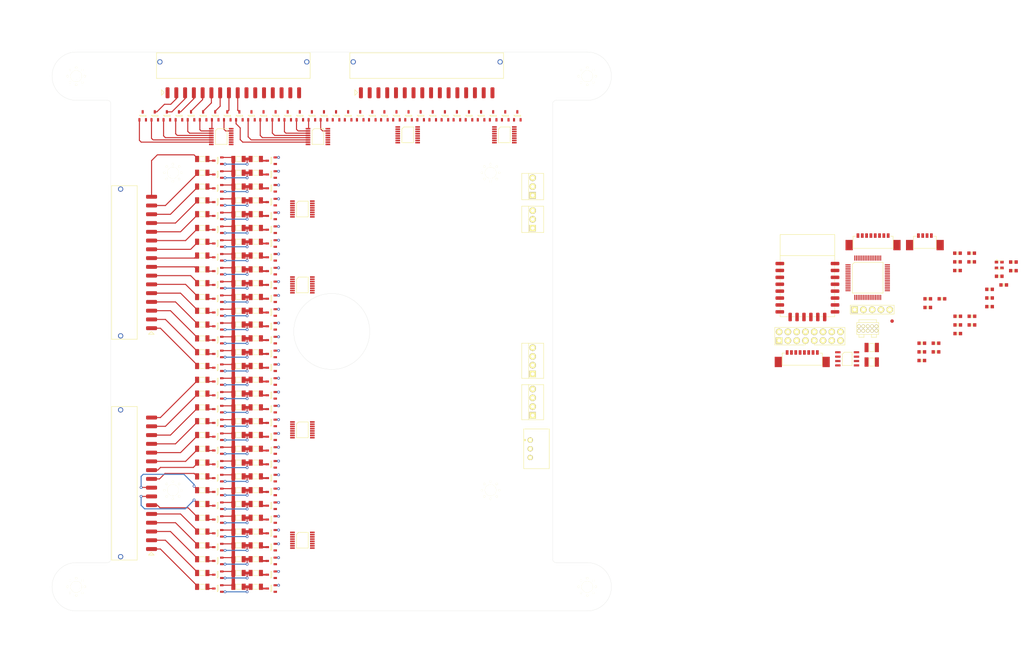
<source format=kicad_pcb>
(kicad_pcb (version 20171130) (host pcbnew 5.1.2-f72e74a~84~ubuntu18.04.1)
  (title_block (date 2019-09-27) (rev 1))
  (layers (0 F.Cu signal) (31 B.Cu signal) (34 B.Paste user) (35 F.Paste user) (36 B.SilkS user) (37 F.SilkS user) (38 B.Mask user) (39 F.Mask user) (44 Edge.Cuts user))
  (net 0 "")
  (net 1 24v)
  (net 2 3v3)
  (net 3 /PSU_TX)
  (net 4 /PSU_~RUN)
  (net 5 /ESP_EN)
  (net 6 /ESP_~RST)
  (net 7 /ESP_TXD)
  (net 8 /ESP_RXD)
  (net 9 /SWCLK)
  (net 10 /SWDIO)
  (net 11 /UART_RX)
  (net 12 /UART_TX)
  (net 13 /STM32_STCP)
  (net 14 /STM32_~MR)
  (net 15 /STM32_~OE)
  (net 16 /STM32_KDAT)
  (net 17 /STM32_KCLK)
  (net 18 /STM32_ADAT)
  (net 19 /STM32_ACLK)
  (net 20 /~RST)
  (net 21 "Net-(IC103-Pad7)")
  (net 22 "Net-(IC103-Pad6)")
  (net 23 /Channels/GA1)
  (net 24 /ADAT)
  (net 25 /~OE)
  (net 26 /STCP)
  (net 27 /ACLK)
  (net 28 /~MR)
  (net 29 /Channels/GA8)
  (net 30 /Channels/GA7)
  (net 31 /Channels/GA6)
  (net 32 /Channels/GA5)
  (net 33 /Channels/GA4)
  (net 34 /Channels/GA3)
  (net 35 /Channels/GA2)
  (net 36 /Channels/GA9)
  (net 37 /Channels/GA16)
  (net 38 /Channels/GA15)
  (net 39 /Channels/GA14)
  (net 40 /Channels/GA13)
  (net 41 /Channels/GA12)
  (net 42 /Channels/GA11)
  (net 43 /Channels/GA10)
  (net 44 /Channels/GA17)
  (net 45 /Channels/GA24)
  (net 46 /Channels/GA23)
  (net 47 /Channels/GA22)
  (net 48 /Channels/GA21)
  (net 49 /Channels/GA20)
  (net 50 /Channels/GA19)
  (net 51 /Channels/GA18)
  (net 52 /Channels/GA25)
  (net 53 /Channels/GA32)
  (net 54 /Channels/GA31)
  (net 55 /Channels/GA30)
  (net 56 /Channels/GA29)
  (net 57 /Channels/GA28)
  (net 58 /Channels/GA27)
  (net 59 /Channels/GA26)
  (net 60 /Channels/GK1)
  (net 61 /KDAT)
  (net 62 /KCLK)
  (net 63 /Channels/GK8)
  (net 64 /Channels/GK7)
  (net 65 /Channels/GK6)
  (net 66 /Channels/GK5)
  (net 67 /Channels/GK4)
  (net 68 /Channels/GK3)
  (net 69 /Channels/GK2)
  (net 70 /Channels/GK9)
  (net 71 /Channels/GK16)
  (net 72 /Channels/GK15)
  (net 73 /Channels/GK14)
  (net 74 /Channels/GK13)
  (net 75 /Channels/GK12)
  (net 76 /Channels/GK11)
  (net 77 /Channels/GK10)
  (net 78 /Channels/GK17)
  (net 79 /Channels/GK24)
  (net 80 /Channels/GK23)
  (net 81 /Channels/GK22)
  (net 82 /Channels/GK21)
  (net 83 /Channels/GK20)
  (net 84 /Channels/GK19)
  (net 85 /Channels/GK18)
  (net 86 /Channels/GK25)
  (net 87 /Channels/GK32)
  (net 88 /Channels/GK31)
  (net 89 /Channels/GK30)
  (net 90 /Channels/GK29)
  (net 91 /Channels/GK28)
  (net 92 /Channels/GK27)
  (net 93 /Channels/GK26)
  (net 94 "Net-(J102-Pad2)")
  (net 95 400V)
  (net 96 /Channels/A32)
  (net 97 /Channels/A31)
  (net 98 /Channels/A30)
  (net 99 /Channels/A29)
  (net 100 /Channels/A28)
  (net 101 /Channels/A27)
  (net 102 /Channels/A26)
  (net 103 /Channels/A25)
  (net 104 /Channels/A24)
  (net 105 /Channels/A23)
  (net 106 /Channels/A22)
  (net 107 /Channels/A21)
  (net 108 /Channels/A20)
  (net 109 /Channels/A19)
  (net 110 /Channels/A18)
  (net 111 /Channels/A17)
  (net 112 /Channels/A16)
  (net 113 /Channels/A15)
  (net 114 /Channels/A14)
  (net 115 /Channels/A13)
  (net 116 /Channels/A12)
  (net 117 /Channels/A11)
  (net 118 /Channels/A10)
  (net 119 /Channels/A9)
  (net 120 /Channels/A8)
  (net 121 /Channels/A7)
  (net 122 /Channels/A6)
  (net 123 /Channels/A5)
  (net 124 /Channels/A4)
  (net 125 /Channels/A3)
  (net 126 /Channels/A2)
  (net 127 /Channels/A1)
  (net 128 /Channels/K32)
  (net 129 /Channels/K31)
  (net 130 /Channels/K30)
  (net 131 /Channels/K29)
  (net 132 /Channels/K24)
  (net 133 /Channels/K27)
  (net 134 /Channels/K28)
  (net 135 /Channels/K25)
  (net 136 /Channels/K22)
  (net 137 /Channels/K23)
  (net 138 /Channels/K26)
  (net 139 /Channels/K21)
  (net 140 /Channels/K20)
  (net 141 /Channels/K19)
  (net 142 /Channels/K18)
  (net 143 /Channels/K17)
  (net 144 /Channels/K16)
  (net 145 /Channels/K15)
  (net 146 /Channels/K14)
  (net 147 /Channels/K13)
  (net 148 /Channels/K12)
  (net 149 /Channels/K11)
  (net 150 /Channels/K10)
  (net 151 /Channels/K9)
  (net 152 /Channels/K8)
  (net 153 /Channels/K7)
  (net 154 /Channels/K6)
  (net 155 /Channels/K5)
  (net 156 /Channels/K4)
  (net 157 /Channels/K3)
  (net 158 /Channels/K2)
  (net 159 /Channels/K1)
  (net 160 "Net-(P101-Pad8)")
  (net 161 "Net-(P101-Pad7)")
  (net 162 "Net-(P101-Pad6)")
  (net 163 "Net-(Q301-Pad3)")
  (net 164 "Net-(Q302-Pad3)")
  (net 165 "Net-(Q303-Pad3)")
  (net 166 "Net-(Q303-Pad1)")
  (net 167 "Net-(Q305-Pad3)")
  (net 168 "Net-(Q307-Pad3)")
  (net 169 "Net-(Q308-Pad3)")
  (net 170 "Net-(Q313-Pad3)")
  (net 171 "Net-(Q314-Pad3)")
  (net 172 "Net-(Q315-Pad3)")
  (net 173 "Net-(Q315-Pad1)")
  (net 174 "Net-(Q317-Pad3)")
  (net 175 "Net-(Q319-Pad3)")
  (net 176 "Net-(Q320-Pad3)")
  (net 177 "Net-(Q401-Pad3)")
  (net 178 "Net-(Q402-Pad3)")
  (net 179 "Net-(Q403-Pad3)")
  (net 180 "Net-(Q403-Pad1)")
  (net 181 "Net-(Q405-Pad3)")
  (net 182 "Net-(Q407-Pad3)")
  (net 183 "Net-(Q408-Pad3)")
  (net 184 "Net-(Q413-Pad3)")
  (net 185 "Net-(Q414-Pad3)")
  (net 186 "Net-(Q415-Pad3)")
  (net 187 "Net-(Q415-Pad1)")
  (net 188 "Net-(Q417-Pad3)")
  (net 189 "Net-(Q419-Pad3)")
  (net 190 "Net-(Q420-Pad3)")
  (net 191 "Net-(Q501-Pad3)")
  (net 192 "Net-(Q502-Pad3)")
  (net 193 "Net-(Q503-Pad3)")
  (net 194 "Net-(Q503-Pad1)")
  (net 195 "Net-(Q505-Pad3)")
  (net 196 "Net-(Q507-Pad3)")
  (net 197 "Net-(Q508-Pad3)")
  (net 198 "Net-(Q513-Pad3)")
  (net 199 "Net-(Q514-Pad3)")
  (net 200 "Net-(Q515-Pad3)")
  (net 201 "Net-(Q515-Pad1)")
  (net 202 "Net-(Q517-Pad3)")
  (net 203 "Net-(Q519-Pad3)")
  (net 204 "Net-(Q520-Pad3)")
  (net 205 "Net-(Q601-Pad3)")
  (net 206 "Net-(Q602-Pad3)")
  (net 207 "Net-(Q603-Pad3)")
  (net 208 "Net-(Q603-Pad1)")
  (net 209 "Net-(Q605-Pad3)")
  (net 210 "Net-(Q607-Pad3)")
  (net 211 "Net-(Q608-Pad3)")
  (net 212 "Net-(Q613-Pad3)")
  (net 213 "Net-(Q614-Pad3)")
  (net 214 "Net-(Q615-Pad3)")
  (net 215 "Net-(Q615-Pad1)")
  (net 216 "Net-(Q617-Pad3)")
  (net 217 "Net-(Q619-Pad3)")
  (net 218 "Net-(Q620-Pad3)")
  (net 219 "Net-(Y101-Pad1)")
  (net 220 GND)
  (net 221 "Net-(C107-Pad1)")
  (net 222 "Net-(C109-Pad1)")
  (net 223 "Net-(C112-Pad1)")
  (net 224 "Net-(C115-Pad2)")
  (net 225 "Net-(C115-Pad1)")
  (net 226 "Net-(IC101-Pad62)")
  (net 227 "Net-(IC101-Pad61)")
  (net 228 "Net-(IC101-Pad59)")
  (net 229 "Net-(IC101-Pad56)")
  (net 230 "Net-(IC101-Pad55)")
  (net 231 "Net-(IC101-Pad54)")
  (net 232 "Net-(IC101-Pad53)")
  (net 233 "Net-(IC101-Pad50)")
  (net 234 "Net-(IC101-Pad45)")
  (net 235 "Net-(IC101-Pad44)")
  (net 236 "Net-(IC101-Pad41)")
  (net 237 "Net-(IC101-Pad40)")
  (net 238 "Net-(IC101-Pad35)")
  (net 239 "Net-(IC101-Pad33)")
  (net 240 "Net-(IC101-Pad30)")
  (net 241 "Net-(IC101-Pad29)")
  (net 242 "Net-(IC101-Pad28)")
  (net 243 "Net-(IC101-Pad27)")
  (net 244 "Net-(IC101-Pad26)")
  (net 245 "Net-(IC101-Pad25)")
  (net 246 "Net-(IC101-Pad24)")
  (net 247 "Net-(IC101-Pad22)")
  (net 248 "Net-(IC101-Pad20)")
  (net 249 "Net-(IC101-Pad17)")
  (net 250 "Net-(IC101-Pad16)")
  (net 251 "Net-(IC101-Pad15)")
  (net 252 "Net-(IC101-Pad14)")
  (net 253 "Net-(IC101-Pad11)")
  (net 254 "Net-(IC101-Pad10)")
  (net 255 "Net-(IC101-Pad9)")
  (net 256 "Net-(IC101-Pad8)")
  (net 257 "Net-(IC101-Pad6)")
  (net 258 "Net-(IC101-Pad5)")
  (net 259 "Net-(IC101-Pad4)")
  (net 260 "Net-(IC101-Pad3)")
  (net 261 "Net-(IC101-Pad2)")
  (net 262 "Net-(IC104-Pad14)")
  (net 263 "Net-(IC104-Pad13)")
  (net 264 "Net-(IC104-Pad12)")
  (net 265 "Net-(IC104-Pad9)")
  (net 266 "Net-(IC104-Pad10)")
  (net 267 "Net-(IC104-Pad11)")
  (net 268 "Net-(IC104-Pad16)")
  (net 269 "Net-(IC104-Pad17)")
  (net 270 "Net-(IC104-Pad18)")
  (net 271 "Net-(IC104-Pad19)")
  (net 272 "Net-(IC104-Pad20)")
  (net 273 "Net-(IC104-Pad7)")
  (net 274 "Net-(IC104-Pad6)")
  (net 275 "Net-(IC104-Pad5)")
  (net 276 "Net-(IC104-Pad4)")
  (net 277 "Net-(IC104-Pad2)")
  (net 278 "Net-(IC701-Pad9)")
  (net 279 "Net-(IC702-Pad9)")
  (net 280 "Net-(IC703-Pad9)")
  (net 281 "Net-(IC704-Pad9)")
  (net 282 "Net-(IC705-Pad9)")
  (net 283 "Net-(IC706-Pad9)")
  (net 284 /Channels/AOUT)
  (net 285 /Channels/KOUT)
  (net 286 "Net-(Q305-Pad1)")
  (net 287 "Net-(Q309-Pad3)")
  (net 288 "Net-(Q309-Pad1)")
  (net 289 "Net-(Q311-Pad3)")
  (net 290 "Net-(Q311-Pad1)")
  (net 291 "Net-(Q317-Pad1)")
  (net 292 "Net-(Q321-Pad3)")
  (net 293 "Net-(Q321-Pad1)")
  (net 294 "Net-(Q323-Pad3)")
  (net 295 "Net-(Q323-Pad1)")
  (net 296 "Net-(Q405-Pad1)")
  (net 297 "Net-(Q409-Pad3)")
  (net 298 "Net-(Q409-Pad1)")
  (net 299 "Net-(Q411-Pad3)")
  (net 300 "Net-(Q411-Pad1)")
  (net 301 "Net-(Q417-Pad1)")
  (net 302 "Net-(Q421-Pad3)")
  (net 303 "Net-(Q421-Pad1)")
  (net 304 "Net-(Q423-Pad3)")
  (net 305 "Net-(Q423-Pad1)")
  (net 306 "Net-(Q505-Pad1)")
  (net 307 "Net-(Q509-Pad3)")
  (net 308 "Net-(Q509-Pad1)")
  (net 309 "Net-(Q511-Pad3)")
  (net 310 "Net-(Q511-Pad1)")
  (net 311 "Net-(Q517-Pad1)")
  (net 312 "Net-(Q521-Pad3)")
  (net 313 "Net-(Q521-Pad1)")
  (net 314 "Net-(Q523-Pad3)")
  (net 315 "Net-(Q523-Pad1)")
  (net 316 "Net-(Q605-Pad1)")
  (net 317 "Net-(Q609-Pad3)")
  (net 318 "Net-(Q609-Pad1)")
  (net 319 "Net-(Q611-Pad3)")
  (net 320 "Net-(Q611-Pad1)")
  (net 321 "Net-(Q617-Pad1)")
  (net 322 "Net-(Q621-Pad3)")
  (net 323 "Net-(Q621-Pad1)")
  (net 324 "Net-(Q623-Pad3)")
  (net 325 "Net-(Q623-Pad1)")
  (net 326 5v)
  (net 327 "Net-(J108-Pad2)")
  (net 328 "Net-(J109-Pad3)")
  (net 329 "Net-(J109-Pad2)")
  (module agg:IPL1-116-02-L-SH (layer F.Cu) (at 97.5 52.75)
    (fp_text reference J204)
    (fp_text value K_1_16)
    (pad "" thru_hole circle (at 21.2725 -4.89) (size 1.5 1.5) (drill 1) (layers *.Cu *.Mask))
    (pad "" thru_hole circle (at -21.2725 -4.89) (size 1.5 1.5) (drill 1) (layers *.Cu *.Mask))
    (pad 16 smd roundrect (at 19.05 4.07) (size 1.14 3.18) (layers F.Cu F.Paste F.Mask) (net 143 /Channels/K17))
    (pad 15 smd roundrect (at 16.51 4.07) (size 1.14 3.18) (layers F.Cu F.Paste F.Mask) (net 142 /Channels/K18))
    (pad 14 smd roundrect (at 13.97 4.07) (size 1.14 3.18) (layers F.Cu F.Paste F.Mask) (net 141 /Channels/K19))
    (pad 13 smd roundrect (at 11.43 4.07) (size 1.14 3.18) (layers F.Cu F.Paste F.Mask) (net 140 /Channels/K20))
    (pad 12 smd roundrect (at 8.89 4.07) (size 1.14 3.18) (layers F.Cu F.Paste F.Mask) (net 139 /Channels/K21))
    (pad 11 smd roundrect (at 6.35 4.07) (size 1.14 3.18) (layers F.Cu F.Paste F.Mask) (net 136 /Channels/K22))
    (pad 10 smd roundrect (at 3.81 4.07) (size 1.14 3.18) (layers F.Cu F.Paste F.Mask) (net 137 /Channels/K23))
    (pad 9 smd roundrect (at 1.27 4.07) (size 1.14 3.18) (layers F.Cu F.Paste F.Mask) (net 132 /Channels/K24))
    (pad 8 smd roundrect (at -1.27 4.07) (size 1.14 3.18) (layers F.Cu F.Paste F.Mask) (net 135 /Channels/K25))
    (pad 7 smd roundrect (at -3.81 4.07) (size 1.14 3.18) (layers F.Cu F.Paste F.Mask) (net 138 /Channels/K26))
    (pad 6 smd roundrect (at -6.35 4.07) (size 1.14 3.18) (layers F.Cu F.Paste F.Mask) (net 133 /Channels/K27))
    (pad 5 smd roundrect (at -8.89 4.07) (size 1.14 3.18) (layers F.Cu F.Paste F.Mask) (net 134 /Channels/K28))
    (pad 4 smd roundrect (at -11.43 4.07) (size 1.14 3.18) (layers F.Cu F.Paste F.Mask) (net 131 /Channels/K29))
    (pad 3 smd roundrect (at -13.97 4.07) (size 1.14 3.18) (layers F.Cu F.Paste F.Mask) (net 130 /Channels/K30))
    (pad 2 smd roundrect (at -16.51 4.07) (size 1.14 3.18) (layers F.Cu F.Paste F.Mask) (net 129 /Channels/K31))
    (pad 1 smd roundrect (at -19.05 4.07) (size 1.14 3.18) (layers F.Cu F.Paste F.Mask) (net 128 /Channels/K32))
  )
  (module agg:IPL1-116-02-L-SH (layer F.Cu) (at 153.5 52.75)
    (fp_text reference J203)
    (fp_text value K_1_16)
    (pad "" thru_hole circle (at 21.2725 -4.89) (size 1.5 1.5) (drill 1) (layers *.Cu *.Mask))
    (pad "" thru_hole circle (at -21.2725 -4.89) (size 1.5 1.5) (drill 1) (layers *.Cu *.Mask))
    (pad 16 smd roundrect (at 19.05 4.07) (size 1.14 3.18) (layers F.Cu F.Paste F.Mask) (net 159 /Channels/K1))
    (pad 15 smd roundrect (at 16.51 4.07) (size 1.14 3.18) (layers F.Cu F.Paste F.Mask) (net 158 /Channels/K2))
    (pad 14 smd roundrect (at 13.97 4.07) (size 1.14 3.18) (layers F.Cu F.Paste F.Mask) (net 157 /Channels/K3))
    (pad 13 smd roundrect (at 11.43 4.07) (size 1.14 3.18) (layers F.Cu F.Paste F.Mask) (net 156 /Channels/K4))
    (pad 12 smd roundrect (at 8.89 4.07) (size 1.14 3.18) (layers F.Cu F.Paste F.Mask) (net 155 /Channels/K5))
    (pad 11 smd roundrect (at 6.35 4.07) (size 1.14 3.18) (layers F.Cu F.Paste F.Mask) (net 154 /Channels/K6))
    (pad 10 smd roundrect (at 3.81 4.07) (size 1.14 3.18) (layers F.Cu F.Paste F.Mask) (net 153 /Channels/K7))
    (pad 9 smd roundrect (at 1.27 4.07) (size 1.14 3.18) (layers F.Cu F.Paste F.Mask) (net 152 /Channels/K8))
    (pad 8 smd roundrect (at -1.27 4.07) (size 1.14 3.18) (layers F.Cu F.Paste F.Mask) (net 151 /Channels/K9))
    (pad 7 smd roundrect (at -3.81 4.07) (size 1.14 3.18) (layers F.Cu F.Paste F.Mask) (net 150 /Channels/K10))
    (pad 6 smd roundrect (at -6.35 4.07) (size 1.14 3.18) (layers F.Cu F.Paste F.Mask) (net 149 /Channels/K11))
    (pad 5 smd roundrect (at -8.89 4.07) (size 1.14 3.18) (layers F.Cu F.Paste F.Mask) (net 148 /Channels/K12))
    (pad 4 smd roundrect (at -11.43 4.07) (size 1.14 3.18) (layers F.Cu F.Paste F.Mask) (net 147 /Channels/K13))
    (pad 3 smd roundrect (at -13.97 4.07) (size 1.14 3.18) (layers F.Cu F.Paste F.Mask) (net 146 /Channels/K14))
    (pad 2 smd roundrect (at -16.51 4.07) (size 1.14 3.18) (layers F.Cu F.Paste F.Mask) (net 145 /Channels/K15))
    (pad 1 smd roundrect (at -19.05 4.07) (size 1.14 3.18) (layers F.Cu F.Paste F.Mask) (net 144 /Channels/K16))
  )
  (module agg:IPL1-116-02-L-SH (layer F.Cu) (at 69.75 106 90)
    (fp_text reference J202)
    (fp_text value A_17_32)
    (pad "" thru_hole circle (at 21.2725 -4.89 90) (size 1.5 1.5) (drill 1) (layers *.Cu *.Mask))
    (pad "" thru_hole circle (at -21.2725 -4.89 90) (size 1.5 1.5) (drill 1) (layers *.Cu *.Mask))
    (pad 16 smd roundrect (at 19.05 4.07 90) (size 1.14 3.18) (layers F.Cu F.Paste F.Mask) (net 96 /Channels/A32))
    (pad 15 smd roundrect (at 16.51 4.07 90) (size 1.14 3.18) (layers F.Cu F.Paste F.Mask) (net 97 /Channels/A31))
    (pad 14 smd roundrect (at 13.97 4.07 90) (size 1.14 3.18) (layers F.Cu F.Paste F.Mask) (net 98 /Channels/A30))
    (pad 13 smd roundrect (at 11.43 4.07 90) (size 1.14 3.18) (layers F.Cu F.Paste F.Mask) (net 99 /Channels/A29))
    (pad 12 smd roundrect (at 8.89 4.07 90) (size 1.14 3.18) (layers F.Cu F.Paste F.Mask) (net 100 /Channels/A28))
    (pad 11 smd roundrect (at 6.35 4.07 90) (size 1.14 3.18) (layers F.Cu F.Paste F.Mask) (net 101 /Channels/A27))
    (pad 10 smd roundrect (at 3.81 4.07 90) (size 1.14 3.18) (layers F.Cu F.Paste F.Mask) (net 102 /Channels/A26))
    (pad 9 smd roundrect (at 1.27 4.07 90) (size 1.14 3.18) (layers F.Cu F.Paste F.Mask) (net 103 /Channels/A25))
    (pad 8 smd roundrect (at -1.27 4.07 90) (size 1.14 3.18) (layers F.Cu F.Paste F.Mask) (net 104 /Channels/A24))
    (pad 7 smd roundrect (at -3.81 4.07 90) (size 1.14 3.18) (layers F.Cu F.Paste F.Mask) (net 105 /Channels/A23))
    (pad 6 smd roundrect (at -6.35 4.07 90) (size 1.14 3.18) (layers F.Cu F.Paste F.Mask) (net 106 /Channels/A22))
    (pad 5 smd roundrect (at -8.89 4.07 90) (size 1.14 3.18) (layers F.Cu F.Paste F.Mask) (net 107 /Channels/A21))
    (pad 4 smd roundrect (at -11.43 4.07 90) (size 1.14 3.18) (layers F.Cu F.Paste F.Mask) (net 108 /Channels/A20))
    (pad 3 smd roundrect (at -13.97 4.07 90) (size 1.14 3.18) (layers F.Cu F.Paste F.Mask) (net 109 /Channels/A19))
    (pad 2 smd roundrect (at -16.51 4.07 90) (size 1.14 3.18) (layers F.Cu F.Paste F.Mask) (net 110 /Channels/A18))
    (pad 1 smd roundrect (at -19.05 4.07 90) (size 1.14 3.18) (layers F.Cu F.Paste F.Mask) (net 111 /Channels/A17))
  )
  (module agg:IPL1-116-02-L-SH (layer F.Cu) (at 69.75 170 90)
    (fp_text reference J201)
    (fp_text value A_1_16)
    (pad "" thru_hole circle (at 21.2725 -4.89 90) (size 1.5 1.5) (drill 1) (layers *.Cu *.Mask))
    (pad "" thru_hole circle (at -21.2725 -4.89 90) (size 1.5 1.5) (drill 1) (layers *.Cu *.Mask))
    (pad 16 smd roundrect (at 19.05 4.07 90) (size 1.14 3.18) (layers F.Cu F.Paste F.Mask) (net 112 /Channels/A16))
    (pad 15 smd roundrect (at 16.51 4.07 90) (size 1.14 3.18) (layers F.Cu F.Paste F.Mask) (net 113 /Channels/A15))
    (pad 14 smd roundrect (at 13.97 4.07 90) (size 1.14 3.18) (layers F.Cu F.Paste F.Mask) (net 114 /Channels/A14))
    (pad 13 smd roundrect (at 11.43 4.07 90) (size 1.14 3.18) (layers F.Cu F.Paste F.Mask) (net 115 /Channels/A13))
    (pad 12 smd roundrect (at 8.89 4.07 90) (size 1.14 3.18) (layers F.Cu F.Paste F.Mask) (net 116 /Channels/A12))
    (pad 11 smd roundrect (at 6.35 4.07 90) (size 1.14 3.18) (layers F.Cu F.Paste F.Mask) (net 117 /Channels/A11))
    (pad 10 smd roundrect (at 3.81 4.07 90) (size 1.14 3.18) (layers F.Cu F.Paste F.Mask) (net 118 /Channels/A10))
    (pad 9 smd roundrect (at 1.27 4.07 90) (size 1.14 3.18) (layers F.Cu F.Paste F.Mask) (net 119 /Channels/A9))
    (pad 8 smd roundrect (at -1.27 4.07 90) (size 1.14 3.18) (layers F.Cu F.Paste F.Mask) (net 120 /Channels/A8))
    (pad 7 smd roundrect (at -3.81 4.07 90) (size 1.14 3.18) (layers F.Cu F.Paste F.Mask) (net 121 /Channels/A7))
    (pad 6 smd roundrect (at -6.35 4.07 90) (size 1.14 3.18) (layers F.Cu F.Paste F.Mask) (net 122 /Channels/A6))
    (pad 5 smd roundrect (at -8.89 4.07 90) (size 1.14 3.18) (layers F.Cu F.Paste F.Mask) (net 123 /Channels/A5))
    (pad 4 smd roundrect (at -11.43 4.07 90) (size 1.14 3.18) (layers F.Cu F.Paste F.Mask) (net 124 /Channels/A4))
    (pad 3 smd roundrect (at -13.97 4.07 90) (size 1.14 3.18) (layers F.Cu F.Paste F.Mask) (net 125 /Channels/A3))
    (pad 2 smd roundrect (at -16.51 4.07 90) (size 1.14 3.18) (layers F.Cu F.Paste F.Mask) (net 126 /Channels/A2))
    (pad 1 smd roundrect (at -19.05 4.07 90) (size 1.14 3.18) (layers F.Cu F.Paste F.Mask) (net 127 /Channels/A1))
  )
  (module agg:SOT-23 (layer F.Cu) (at 81.75 63.5 90)
    (fp_text reference Q606)
    (fp_text value DMN60H080DS-7)
    (pad 3 smd rect (at 1.15 0 90) (size 1 0.6) (layers F.Cu F.Paste F.Mask) (net 131 /Channels/K29))
    (pad 2 smd rect (at -1.15 0.95 90) (size 1 0.6) (layers F.Cu F.Paste F.Mask) (net 220 GND))
    (pad 1 smd rect (at -1.15 -0.95 90) (size 1 0.6) (layers F.Cu F.Paste F.Mask) (net 90 /Channels/GK29))
  )
  (module agg:MOLEX-KK-254P-04 (layer F.Cu) (at 184.2 134.5 90)
    (fp_text reference J109)
    (fp_text value PSU)
    (pad 4 thru_hole circle (at 3.81 0 90) (size 1.9 1.9) (drill 1) (layers *.Cu *.Mask F.SilkS) (net 220 GND))
    (pad 3 thru_hole circle (at 1.27 0 90) (size 1.9 1.9) (drill 1) (layers *.Cu *.Mask F.SilkS) (net 328 "Net-(J109-Pad3)"))
    (pad 2 thru_hole circle (at -1.27 0 90) (size 1.9 1.9) (drill 1) (layers *.Cu *.Mask F.SilkS) (net 329 "Net-(J109-Pad2)"))
    (pad 1 thru_hole rect (at -3.81 0 90) (size 1.9 1.9) (drill 1) (layers *.Cu *.Mask F.SilkS) (net 1 24v))
  )
  (module agg:MOLEX-KK-254P-03 (layer F.Cu) (at 184.2 84 90)
    (fp_text reference J108)
    (fp_text value HV)
    (pad 3 thru_hole circle (at 2.54 0 90) (size 1.9 1.9) (drill 1) (layers *.Cu *.Mask F.SilkS) (net 95 400V))
    (pad 2 thru_hole circle (at 0 0 90) (size 1.9 1.9) (drill 1) (layers *.Cu *.Mask F.SilkS) (net 327 "Net-(J108-Pad2)"))
    (pad 1 thru_hole rect (at -2.54 0 90) (size 1.9 1.9) (drill 1) (layers *.Cu *.Mask F.SilkS) (net 220 GND))
  )
  (module agg:XTAL-25x20 (layer F.Cu) (at 319.32 106.74)
    (fp_text reference Y101)
    (fp_text value 26M)
    (pad 4 smd rect (at 0.8 -0.85) (size 1 0.8) (layers F.Cu F.Paste F.Mask) (net 2 3v3))
    (pad 3 smd rect (at 0.8 0.85) (size 1 0.8) (layers F.Cu F.Paste F.Mask) (net 258 "Net-(IC101-Pad5)"))
    (pad 2 smd rect (at -0.8 0.85) (size 1 0.8) (layers F.Cu F.Paste F.Mask) (net 220 GND))
    (pad 1 smd rect (at -0.8 -0.85) (size 1 0.8) (layers F.Cu F.Paste F.Mask) (net 219 "Net-(Y101-Pad1)"))
  )
  (module agg:M3_MOUNT (layer F.Cu) (at 80 172)
    (fp_text reference X108 hide)
    (fp_text value "M3 MOUNT" hide)
    (pad "" np_thru_hole circle (at 1.8 1.8) (size 0.6 0.6) (drill 0.6) (layers *.Cu *.Mask F.SilkS))
    (pad "" np_thru_hole circle (at -1.8 1.8) (size 0.6 0.6) (drill 0.6) (layers *.Cu *.Mask F.SilkS))
    (pad "" np_thru_hole circle (at 1.8 -1.8) (size 0.6 0.6) (drill 0.6) (layers *.Cu *.Mask F.SilkS))
    (pad "" np_thru_hole circle (at -1.8 -1.8) (size 0.6 0.6) (drill 0.6) (layers *.Cu *.Mask F.SilkS))
    (pad "" np_thru_hole circle (at -2.5 0) (size 0.6 0.6) (drill 0.6) (layers *.Cu *.Mask F.SilkS))
    (pad "" np_thru_hole circle (at 0 2.5) (size 0.6 0.6) (drill 0.6) (layers *.Cu *.Mask F.SilkS))
    (pad "" np_thru_hole circle (at 2.5 0) (size 0.6 0.6) (drill 0.6) (layers *.Cu *.Mask F.SilkS))
    (pad "" np_thru_hole circle (at 0 -2.5) (size 0.6 0.6) (drill 0.6) (layers *.Cu *.Mask F.SilkS))
    (pad "" np_thru_hole circle (at 0 0) (size 3.3 3.3) (drill 3.3) (layers *.Cu *.Mask F.SilkS) (clearance 1.65))
  )
  (module agg:M3_MOUNT (layer F.Cu) (at 172 172)
    (fp_text reference X107 hide)
    (fp_text value "M3 MOUNT" hide)
    (pad "" np_thru_hole circle (at 1.8 1.8) (size 0.6 0.6) (drill 0.6) (layers *.Cu *.Mask F.SilkS))
    (pad "" np_thru_hole circle (at -1.8 1.8) (size 0.6 0.6) (drill 0.6) (layers *.Cu *.Mask F.SilkS))
    (pad "" np_thru_hole circle (at 1.8 -1.8) (size 0.6 0.6) (drill 0.6) (layers *.Cu *.Mask F.SilkS))
    (pad "" np_thru_hole circle (at -1.8 -1.8) (size 0.6 0.6) (drill 0.6) (layers *.Cu *.Mask F.SilkS))
    (pad "" np_thru_hole circle (at -2.5 0) (size 0.6 0.6) (drill 0.6) (layers *.Cu *.Mask F.SilkS))
    (pad "" np_thru_hole circle (at 0 2.5) (size 0.6 0.6) (drill 0.6) (layers *.Cu *.Mask F.SilkS))
    (pad "" np_thru_hole circle (at 2.5 0) (size 0.6 0.6) (drill 0.6) (layers *.Cu *.Mask F.SilkS))
    (pad "" np_thru_hole circle (at 0 -2.5) (size 0.6 0.6) (drill 0.6) (layers *.Cu *.Mask F.SilkS))
    (pad "" np_thru_hole circle (at 0 0) (size 3.3 3.3) (drill 3.3) (layers *.Cu *.Mask F.SilkS) (clearance 1.65))
  )
  (module agg:M3_MOUNT (layer F.Cu) (at 172 80)
    (fp_text reference X106 hide)
    (fp_text value "M3 MOUNT" hide)
    (pad "" np_thru_hole circle (at 1.8 1.8) (size 0.6 0.6) (drill 0.6) (layers *.Cu *.Mask F.SilkS))
    (pad "" np_thru_hole circle (at -1.8 1.8) (size 0.6 0.6) (drill 0.6) (layers *.Cu *.Mask F.SilkS))
    (pad "" np_thru_hole circle (at 1.8 -1.8) (size 0.6 0.6) (drill 0.6) (layers *.Cu *.Mask F.SilkS))
    (pad "" np_thru_hole circle (at -1.8 -1.8) (size 0.6 0.6) (drill 0.6) (layers *.Cu *.Mask F.SilkS))
    (pad "" np_thru_hole circle (at -2.5 0) (size 0.6 0.6) (drill 0.6) (layers *.Cu *.Mask F.SilkS))
    (pad "" np_thru_hole circle (at 0 2.5) (size 0.6 0.6) (drill 0.6) (layers *.Cu *.Mask F.SilkS))
    (pad "" np_thru_hole circle (at 2.5 0) (size 0.6 0.6) (drill 0.6) (layers *.Cu *.Mask F.SilkS))
    (pad "" np_thru_hole circle (at 0 -2.5) (size 0.6 0.6) (drill 0.6) (layers *.Cu *.Mask F.SilkS))
    (pad "" np_thru_hole circle (at 0 0) (size 3.3 3.3) (drill 3.3) (layers *.Cu *.Mask F.SilkS) (clearance 1.65))
  )
  (module agg:M3_MOUNT (layer F.Cu) (at 80 80)
    (fp_text reference X105 hide)
    (fp_text value "M3 MOUNT" hide)
    (pad "" np_thru_hole circle (at 1.8 1.8) (size 0.6 0.6) (drill 0.6) (layers *.Cu *.Mask F.SilkS))
    (pad "" np_thru_hole circle (at -1.8 1.8) (size 0.6 0.6) (drill 0.6) (layers *.Cu *.Mask F.SilkS))
    (pad "" np_thru_hole circle (at 1.8 -1.8) (size 0.6 0.6) (drill 0.6) (layers *.Cu *.Mask F.SilkS))
    (pad "" np_thru_hole circle (at -1.8 -1.8) (size 0.6 0.6) (drill 0.6) (layers *.Cu *.Mask F.SilkS))
    (pad "" np_thru_hole circle (at -2.5 0) (size 0.6 0.6) (drill 0.6) (layers *.Cu *.Mask F.SilkS))
    (pad "" np_thru_hole circle (at 0 2.5) (size 0.6 0.6) (drill 0.6) (layers *.Cu *.Mask F.SilkS))
    (pad "" np_thru_hole circle (at 2.5 0) (size 0.6 0.6) (drill 0.6) (layers *.Cu *.Mask F.SilkS))
    (pad "" np_thru_hole circle (at 0 -2.5) (size 0.6 0.6) (drill 0.6) (layers *.Cu *.Mask F.SilkS))
    (pad "" np_thru_hole circle (at 0 0) (size 3.3 3.3) (drill 3.3) (layers *.Cu *.Mask F.SilkS) (clearance 1.65))
  )
  (module agg:M3_MOUNT (layer F.Cu) (at 52 200)
    (fp_text reference X104 hide)
    (fp_text value "M3 MOUNT" hide)
    (pad "" np_thru_hole circle (at 1.8 1.8) (size 0.6 0.6) (drill 0.6) (layers *.Cu *.Mask F.SilkS))
    (pad "" np_thru_hole circle (at -1.8 1.8) (size 0.6 0.6) (drill 0.6) (layers *.Cu *.Mask F.SilkS))
    (pad "" np_thru_hole circle (at 1.8 -1.8) (size 0.6 0.6) (drill 0.6) (layers *.Cu *.Mask F.SilkS))
    (pad "" np_thru_hole circle (at -1.8 -1.8) (size 0.6 0.6) (drill 0.6) (layers *.Cu *.Mask F.SilkS))
    (pad "" np_thru_hole circle (at -2.5 0) (size 0.6 0.6) (drill 0.6) (layers *.Cu *.Mask F.SilkS))
    (pad "" np_thru_hole circle (at 0 2.5) (size 0.6 0.6) (drill 0.6) (layers *.Cu *.Mask F.SilkS))
    (pad "" np_thru_hole circle (at 2.5 0) (size 0.6 0.6) (drill 0.6) (layers *.Cu *.Mask F.SilkS))
    (pad "" np_thru_hole circle (at 0 -2.5) (size 0.6 0.6) (drill 0.6) (layers *.Cu *.Mask F.SilkS))
    (pad "" np_thru_hole circle (at 0 0) (size 3.3 3.3) (drill 3.3) (layers *.Cu *.Mask F.SilkS) (clearance 1.65))
  )
  (module agg:M3_MOUNT (layer F.Cu) (at 200 200)
    (fp_text reference X103 hide)
    (fp_text value "M3 MOUNT" hide)
    (pad "" np_thru_hole circle (at 1.8 1.8) (size 0.6 0.6) (drill 0.6) (layers *.Cu *.Mask F.SilkS))
    (pad "" np_thru_hole circle (at -1.8 1.8) (size 0.6 0.6) (drill 0.6) (layers *.Cu *.Mask F.SilkS))
    (pad "" np_thru_hole circle (at 1.8 -1.8) (size 0.6 0.6) (drill 0.6) (layers *.Cu *.Mask F.SilkS))
    (pad "" np_thru_hole circle (at -1.8 -1.8) (size 0.6 0.6) (drill 0.6) (layers *.Cu *.Mask F.SilkS))
    (pad "" np_thru_hole circle (at -2.5 0) (size 0.6 0.6) (drill 0.6) (layers *.Cu *.Mask F.SilkS))
    (pad "" np_thru_hole circle (at 0 2.5) (size 0.6 0.6) (drill 0.6) (layers *.Cu *.Mask F.SilkS))
    (pad "" np_thru_hole circle (at 2.5 0) (size 0.6 0.6) (drill 0.6) (layers *.Cu *.Mask F.SilkS))
    (pad "" np_thru_hole circle (at 0 -2.5) (size 0.6 0.6) (drill 0.6) (layers *.Cu *.Mask F.SilkS))
    (pad "" np_thru_hole circle (at 0 0) (size 3.3 3.3) (drill 3.3) (layers *.Cu *.Mask F.SilkS) (clearance 1.65))
  )
  (module agg:M3_MOUNT (layer F.Cu) (at 200 52)
    (fp_text reference X102 hide)
    (fp_text value "M3 MOUNT" hide)
    (pad "" np_thru_hole circle (at 1.8 1.8) (size 0.6 0.6) (drill 0.6) (layers *.Cu *.Mask F.SilkS))
    (pad "" np_thru_hole circle (at -1.8 1.8) (size 0.6 0.6) (drill 0.6) (layers *.Cu *.Mask F.SilkS))
    (pad "" np_thru_hole circle (at 1.8 -1.8) (size 0.6 0.6) (drill 0.6) (layers *.Cu *.Mask F.SilkS))
    (pad "" np_thru_hole circle (at -1.8 -1.8) (size 0.6 0.6) (drill 0.6) (layers *.Cu *.Mask F.SilkS))
    (pad "" np_thru_hole circle (at -2.5 0) (size 0.6 0.6) (drill 0.6) (layers *.Cu *.Mask F.SilkS))
    (pad "" np_thru_hole circle (at 0 2.5) (size 0.6 0.6) (drill 0.6) (layers *.Cu *.Mask F.SilkS))
    (pad "" np_thru_hole circle (at 2.5 0) (size 0.6 0.6) (drill 0.6) (layers *.Cu *.Mask F.SilkS))
    (pad "" np_thru_hole circle (at 0 -2.5) (size 0.6 0.6) (drill 0.6) (layers *.Cu *.Mask F.SilkS))
    (pad "" np_thru_hole circle (at 0 0) (size 3.3 3.3) (drill 3.3) (layers *.Cu *.Mask F.SilkS) (clearance 1.65))
  )
  (module agg:M3_MOUNT (layer F.Cu) (at 52 52)
    (fp_text reference X101 hide)
    (fp_text value "M3 MOUNT" hide)
    (pad "" np_thru_hole circle (at 1.8 1.8) (size 0.6 0.6) (drill 0.6) (layers *.Cu *.Mask F.SilkS))
    (pad "" np_thru_hole circle (at -1.8 1.8) (size 0.6 0.6) (drill 0.6) (layers *.Cu *.Mask F.SilkS))
    (pad "" np_thru_hole circle (at 1.8 -1.8) (size 0.6 0.6) (drill 0.6) (layers *.Cu *.Mask F.SilkS))
    (pad "" np_thru_hole circle (at -1.8 -1.8) (size 0.6 0.6) (drill 0.6) (layers *.Cu *.Mask F.SilkS))
    (pad "" np_thru_hole circle (at -2.5 0) (size 0.6 0.6) (drill 0.6) (layers *.Cu *.Mask F.SilkS))
    (pad "" np_thru_hole circle (at 0 2.5) (size 0.6 0.6) (drill 0.6) (layers *.Cu *.Mask F.SilkS))
    (pad "" np_thru_hole circle (at 2.5 0) (size 0.6 0.6) (drill 0.6) (layers *.Cu *.Mask F.SilkS))
    (pad "" np_thru_hole circle (at 0 -2.5) (size 0.6 0.6) (drill 0.6) (layers *.Cu *.Mask F.SilkS))
    (pad "" np_thru_hole circle (at 0 0) (size 3.3 3.3) (drill 3.3) (layers *.Cu *.Mask F.SilkS) (clearance 1.65))
  )
  (module agg:TESTPAD (layer F.Cu) (at 288.29 122.99)
    (fp_text reference TP101 hide)
    (fp_text value TESTPAD hide)
    (pad 1 smd circle (at 0 0) (size 1 1) (layers F.Cu F.Mask) (net 326 5v))
  )
  (module agg:1206 (layer F.Cu) (at 88.5 76 180)
    (fp_text reference R624)
    (fp_text value 93k1)
    (pad 2 smd rect (at 1.5 0 180) (size 1.15 1.8) (layers F.Cu F.Paste F.Mask) (net 96 /Channels/A32))
    (pad 1 smd rect (at -1.5 0 180) (size 1.15 1.8) (layers F.Cu F.Paste F.Mask) (net 324 "Net-(Q623-Pad3)"))
  )
  (module agg:1206 (layer F.Cu) (at 88.5 92 180)
    (fp_text reference R623)
    (fp_text value 93k1)
    (pad 2 smd rect (at 1.5 0 180) (size 1.15 1.8) (layers F.Cu F.Paste F.Mask) (net 100 /Channels/A28))
    (pad 1 smd rect (at -1.5 0 180) (size 1.15 1.8) (layers F.Cu F.Paste F.Mask) (net 322 "Net-(Q621-Pad3)"))
  )
  (module agg:1206 (layer F.Cu) (at 99 76 180)
    (fp_text reference R622)
    (fp_text value 10k)
    (pad 2 smd rect (at 1.5 0 180) (size 1.15 1.8) (layers F.Cu F.Paste F.Mask) (net 95 400V))
    (pad 1 smd rect (at -1.5 0 180) (size 1.15 1.8) (layers F.Cu F.Paste F.Mask) (net 325 "Net-(Q623-Pad1)"))
  )
  (module agg:1206 (layer F.Cu) (at 99 92 180)
    (fp_text reference R621)
    (fp_text value 10k)
    (pad 2 smd rect (at 1.5 0 180) (size 1.15 1.8) (layers F.Cu F.Paste F.Mask) (net 95 400V))
    (pad 1 smd rect (at -1.5 0 180) (size 1.15 1.8) (layers F.Cu F.Paste F.Mask) (net 323 "Net-(Q621-Pad1)"))
  )
  (module agg:1206 (layer F.Cu) (at 104 76)
    (fp_text reference R620)
    (fp_text value 10k)
    (pad 2 smd rect (at 1.5 0) (size 1.15 1.8) (layers F.Cu F.Paste F.Mask) (net 218 "Net-(Q620-Pad3)"))
    (pad 1 smd rect (at -1.5 0) (size 1.15 1.8) (layers F.Cu F.Paste F.Mask) (net 325 "Net-(Q623-Pad1)"))
  )
  (module agg:1206 (layer F.Cu) (at 104 92)
    (fp_text reference R619)
    (fp_text value 10k)
    (pad 2 smd rect (at 1.5 0) (size 1.15 1.8) (layers F.Cu F.Paste F.Mask) (net 217 "Net-(Q619-Pad3)"))
    (pad 1 smd rect (at -1.5 0) (size 1.15 1.8) (layers F.Cu F.Paste F.Mask) (net 323 "Net-(Q621-Pad1)"))
  )
  (module agg:1206 (layer F.Cu) (at 88.5 80 180)
    (fp_text reference R618)
    (fp_text value 93k1)
    (pad 2 smd rect (at 1.5 0 180) (size 1.15 1.8) (layers F.Cu F.Paste F.Mask) (net 97 /Channels/A31))
    (pad 1 smd rect (at -1.5 0 180) (size 1.15 1.8) (layers F.Cu F.Paste F.Mask) (net 216 "Net-(Q617-Pad3)"))
  )
  (module agg:1206 (layer F.Cu) (at 88.5 96 180)
    (fp_text reference R617)
    (fp_text value 93k1)
    (pad 2 smd rect (at 1.5 0 180) (size 1.15 1.8) (layers F.Cu F.Paste F.Mask) (net 101 /Channels/A27))
    (pad 1 smd rect (at -1.5 0 180) (size 1.15 1.8) (layers F.Cu F.Paste F.Mask) (net 214 "Net-(Q615-Pad3)"))
  )
  (module agg:1206 (layer F.Cu) (at 99 80 180)
    (fp_text reference R616)
    (fp_text value 10k)
    (pad 2 smd rect (at 1.5 0 180) (size 1.15 1.8) (layers F.Cu F.Paste F.Mask) (net 95 400V))
    (pad 1 smd rect (at -1.5 0 180) (size 1.15 1.8) (layers F.Cu F.Paste F.Mask) (net 321 "Net-(Q617-Pad1)"))
  )
  (module agg:1206 (layer F.Cu) (at 99 96 180)
    (fp_text reference R615)
    (fp_text value 10k)
    (pad 2 smd rect (at 1.5 0 180) (size 1.15 1.8) (layers F.Cu F.Paste F.Mask) (net 95 400V))
    (pad 1 smd rect (at -1.5 0 180) (size 1.15 1.8) (layers F.Cu F.Paste F.Mask) (net 215 "Net-(Q615-Pad1)"))
  )
  (module agg:1206 (layer F.Cu) (at 104 80)
    (fp_text reference R614)
    (fp_text value 10k)
    (pad 2 smd rect (at 1.5 0) (size 1.15 1.8) (layers F.Cu F.Paste F.Mask) (net 213 "Net-(Q614-Pad3)"))
    (pad 1 smd rect (at -1.5 0) (size 1.15 1.8) (layers F.Cu F.Paste F.Mask) (net 321 "Net-(Q617-Pad1)"))
  )
  (module agg:1206 (layer F.Cu) (at 104 96)
    (fp_text reference R613)
    (fp_text value 10k)
    (pad 2 smd rect (at 1.5 0) (size 1.15 1.8) (layers F.Cu F.Paste F.Mask) (net 212 "Net-(Q613-Pad3)"))
    (pad 1 smd rect (at -1.5 0) (size 1.15 1.8) (layers F.Cu F.Paste F.Mask) (net 215 "Net-(Q615-Pad1)"))
  )
  (module agg:1206 (layer F.Cu) (at 88.5 84 180)
    (fp_text reference R612)
    (fp_text value 93k1)
    (pad 2 smd rect (at 1.5 0 180) (size 1.15 1.8) (layers F.Cu F.Paste F.Mask) (net 98 /Channels/A30))
    (pad 1 smd rect (at -1.5 0 180) (size 1.15 1.8) (layers F.Cu F.Paste F.Mask) (net 319 "Net-(Q611-Pad3)"))
  )
  (module agg:1206 (layer F.Cu) (at 88.5 100 180)
    (fp_text reference R611)
    (fp_text value 93k1)
    (pad 2 smd rect (at 1.5 0 180) (size 1.15 1.8) (layers F.Cu F.Paste F.Mask) (net 102 /Channels/A26))
    (pad 1 smd rect (at -1.5 0 180) (size 1.15 1.8) (layers F.Cu F.Paste F.Mask) (net 317 "Net-(Q609-Pad3)"))
  )
  (module agg:1206 (layer F.Cu) (at 99 84 180)
    (fp_text reference R610)
    (fp_text value 10k)
    (pad 2 smd rect (at 1.5 0 180) (size 1.15 1.8) (layers F.Cu F.Paste F.Mask) (net 95 400V))
    (pad 1 smd rect (at -1.5 0 180) (size 1.15 1.8) (layers F.Cu F.Paste F.Mask) (net 320 "Net-(Q611-Pad1)"))
  )
  (module agg:1206 (layer F.Cu) (at 99 100 180)
    (fp_text reference R609)
    (fp_text value 10k)
    (pad 2 smd rect (at 1.5 0 180) (size 1.15 1.8) (layers F.Cu F.Paste F.Mask) (net 95 400V))
    (pad 1 smd rect (at -1.5 0 180) (size 1.15 1.8) (layers F.Cu F.Paste F.Mask) (net 318 "Net-(Q609-Pad1)"))
  )
  (module agg:1206 (layer F.Cu) (at 104 84)
    (fp_text reference R608)
    (fp_text value 10k)
    (pad 2 smd rect (at 1.5 0) (size 1.15 1.8) (layers F.Cu F.Paste F.Mask) (net 211 "Net-(Q608-Pad3)"))
    (pad 1 smd rect (at -1.5 0) (size 1.15 1.8) (layers F.Cu F.Paste F.Mask) (net 320 "Net-(Q611-Pad1)"))
  )
  (module agg:1206 (layer F.Cu) (at 104 100)
    (fp_text reference R607)
    (fp_text value 10k)
    (pad 2 smd rect (at 1.5 0) (size 1.15 1.8) (layers F.Cu F.Paste F.Mask) (net 210 "Net-(Q607-Pad3)"))
    (pad 1 smd rect (at -1.5 0) (size 1.15 1.8) (layers F.Cu F.Paste F.Mask) (net 318 "Net-(Q609-Pad1)"))
  )
  (module agg:1206 (layer F.Cu) (at 88.5 88 180)
    (fp_text reference R606)
    (fp_text value 93k1)
    (pad 2 smd rect (at 1.5 0 180) (size 1.15 1.8) (layers F.Cu F.Paste F.Mask) (net 99 /Channels/A29))
    (pad 1 smd rect (at -1.5 0 180) (size 1.15 1.8) (layers F.Cu F.Paste F.Mask) (net 209 "Net-(Q605-Pad3)"))
  )
  (module agg:1206 (layer F.Cu) (at 88.5 104 180)
    (fp_text reference R605)
    (fp_text value 93k1)
    (pad 2 smd rect (at 1.5 0 180) (size 1.15 1.8) (layers F.Cu F.Paste F.Mask) (net 103 /Channels/A25))
    (pad 1 smd rect (at -1.5 0 180) (size 1.15 1.8) (layers F.Cu F.Paste F.Mask) (net 207 "Net-(Q603-Pad3)"))
  )
  (module agg:1206 (layer F.Cu) (at 99 88 180)
    (fp_text reference R604)
    (fp_text value 10k)
    (pad 2 smd rect (at 1.5 0 180) (size 1.15 1.8) (layers F.Cu F.Paste F.Mask) (net 95 400V))
    (pad 1 smd rect (at -1.5 0 180) (size 1.15 1.8) (layers F.Cu F.Paste F.Mask) (net 316 "Net-(Q605-Pad1)"))
  )
  (module agg:1206 (layer F.Cu) (at 99 104 180)
    (fp_text reference R603)
    (fp_text value 10k)
    (pad 2 smd rect (at 1.5 0 180) (size 1.15 1.8) (layers F.Cu F.Paste F.Mask) (net 95 400V))
    (pad 1 smd rect (at -1.5 0 180) (size 1.15 1.8) (layers F.Cu F.Paste F.Mask) (net 208 "Net-(Q603-Pad1)"))
  )
  (module agg:1206 (layer F.Cu) (at 104 88)
    (fp_text reference R602)
    (fp_text value 10k)
    (pad 2 smd rect (at 1.5 0) (size 1.15 1.8) (layers F.Cu F.Paste F.Mask) (net 206 "Net-(Q602-Pad3)"))
    (pad 1 smd rect (at -1.5 0) (size 1.15 1.8) (layers F.Cu F.Paste F.Mask) (net 316 "Net-(Q605-Pad1)"))
  )
  (module agg:1206 (layer F.Cu) (at 104 104)
    (fp_text reference R601)
    (fp_text value 10k)
    (pad 2 smd rect (at 1.5 0) (size 1.15 1.8) (layers F.Cu F.Paste F.Mask) (net 205 "Net-(Q601-Pad3)"))
    (pad 1 smd rect (at -1.5 0) (size 1.15 1.8) (layers F.Cu F.Paste F.Mask) (net 208 "Net-(Q603-Pad1)"))
  )
  (module agg:1206 (layer F.Cu) (at 88.5 108 180)
    (fp_text reference R524)
    (fp_text value 93k1)
    (pad 2 smd rect (at 1.5 0 180) (size 1.15 1.8) (layers F.Cu F.Paste F.Mask) (net 104 /Channels/A24))
    (pad 1 smd rect (at -1.5 0 180) (size 1.15 1.8) (layers F.Cu F.Paste F.Mask) (net 314 "Net-(Q523-Pad3)"))
  )
  (module agg:1206 (layer F.Cu) (at 88.5 124 180)
    (fp_text reference R523)
    (fp_text value 93k1)
    (pad 2 smd rect (at 1.5 0 180) (size 1.15 1.8) (layers F.Cu F.Paste F.Mask) (net 108 /Channels/A20))
    (pad 1 smd rect (at -1.5 0 180) (size 1.15 1.8) (layers F.Cu F.Paste F.Mask) (net 312 "Net-(Q521-Pad3)"))
  )
  (module agg:1206 (layer F.Cu) (at 99 108 180)
    (fp_text reference R522)
    (fp_text value 10k)
    (pad 2 smd rect (at 1.5 0 180) (size 1.15 1.8) (layers F.Cu F.Paste F.Mask) (net 95 400V))
    (pad 1 smd rect (at -1.5 0 180) (size 1.15 1.8) (layers F.Cu F.Paste F.Mask) (net 315 "Net-(Q523-Pad1)"))
  )
  (module agg:1206 (layer F.Cu) (at 99 124 180)
    (fp_text reference R521)
    (fp_text value 10k)
    (pad 2 smd rect (at 1.5 0 180) (size 1.15 1.8) (layers F.Cu F.Paste F.Mask) (net 95 400V))
    (pad 1 smd rect (at -1.5 0 180) (size 1.15 1.8) (layers F.Cu F.Paste F.Mask) (net 313 "Net-(Q521-Pad1)"))
  )
  (module agg:1206 (layer F.Cu) (at 104 108)
    (fp_text reference R520)
    (fp_text value 10k)
    (pad 2 smd rect (at 1.5 0) (size 1.15 1.8) (layers F.Cu F.Paste F.Mask) (net 204 "Net-(Q520-Pad3)"))
    (pad 1 smd rect (at -1.5 0) (size 1.15 1.8) (layers F.Cu F.Paste F.Mask) (net 315 "Net-(Q523-Pad1)"))
  )
  (module agg:1206 (layer F.Cu) (at 104 124)
    (fp_text reference R519)
    (fp_text value 10k)
    (pad 2 smd rect (at 1.5 0) (size 1.15 1.8) (layers F.Cu F.Paste F.Mask) (net 203 "Net-(Q519-Pad3)"))
    (pad 1 smd rect (at -1.5 0) (size 1.15 1.8) (layers F.Cu F.Paste F.Mask) (net 313 "Net-(Q521-Pad1)"))
  )
  (module agg:1206 (layer F.Cu) (at 88.5 112 180)
    (fp_text reference R518)
    (fp_text value 93k1)
    (pad 2 smd rect (at 1.5 0 180) (size 1.15 1.8) (layers F.Cu F.Paste F.Mask) (net 105 /Channels/A23))
    (pad 1 smd rect (at -1.5 0 180) (size 1.15 1.8) (layers F.Cu F.Paste F.Mask) (net 202 "Net-(Q517-Pad3)"))
  )
  (module agg:1206 (layer F.Cu) (at 88.5 128 180)
    (fp_text reference R517)
    (fp_text value 93k1)
    (pad 2 smd rect (at 1.5 0 180) (size 1.15 1.8) (layers F.Cu F.Paste F.Mask) (net 109 /Channels/A19))
    (pad 1 smd rect (at -1.5 0 180) (size 1.15 1.8) (layers F.Cu F.Paste F.Mask) (net 200 "Net-(Q515-Pad3)"))
  )
  (module agg:1206 (layer F.Cu) (at 99 112 180)
    (fp_text reference R516)
    (fp_text value 10k)
    (pad 2 smd rect (at 1.5 0 180) (size 1.15 1.8) (layers F.Cu F.Paste F.Mask) (net 95 400V))
    (pad 1 smd rect (at -1.5 0 180) (size 1.15 1.8) (layers F.Cu F.Paste F.Mask) (net 311 "Net-(Q517-Pad1)"))
  )
  (module agg:1206 (layer F.Cu) (at 99 128 180)
    (fp_text reference R515)
    (fp_text value 10k)
    (pad 2 smd rect (at 1.5 0 180) (size 1.15 1.8) (layers F.Cu F.Paste F.Mask) (net 95 400V))
    (pad 1 smd rect (at -1.5 0 180) (size 1.15 1.8) (layers F.Cu F.Paste F.Mask) (net 201 "Net-(Q515-Pad1)"))
  )
  (module agg:1206 (layer F.Cu) (at 104 112)
    (fp_text reference R514)
    (fp_text value 10k)
    (pad 2 smd rect (at 1.5 0) (size 1.15 1.8) (layers F.Cu F.Paste F.Mask) (net 199 "Net-(Q514-Pad3)"))
    (pad 1 smd rect (at -1.5 0) (size 1.15 1.8) (layers F.Cu F.Paste F.Mask) (net 311 "Net-(Q517-Pad1)"))
  )
  (module agg:1206 (layer F.Cu) (at 104 128)
    (fp_text reference R513)
    (fp_text value 10k)
    (pad 2 smd rect (at 1.5 0) (size 1.15 1.8) (layers F.Cu F.Paste F.Mask) (net 198 "Net-(Q513-Pad3)"))
    (pad 1 smd rect (at -1.5 0) (size 1.15 1.8) (layers F.Cu F.Paste F.Mask) (net 201 "Net-(Q515-Pad1)"))
  )
  (module agg:1206 (layer F.Cu) (at 88.5 116 180)
    (fp_text reference R512)
    (fp_text value 93k1)
    (pad 2 smd rect (at 1.5 0 180) (size 1.15 1.8) (layers F.Cu F.Paste F.Mask) (net 106 /Channels/A22))
    (pad 1 smd rect (at -1.5 0 180) (size 1.15 1.8) (layers F.Cu F.Paste F.Mask) (net 309 "Net-(Q511-Pad3)"))
  )
  (module agg:1206 (layer F.Cu) (at 88.5 132 180)
    (fp_text reference R511)
    (fp_text value 93k1)
    (pad 2 smd rect (at 1.5 0 180) (size 1.15 1.8) (layers F.Cu F.Paste F.Mask) (net 110 /Channels/A18))
    (pad 1 smd rect (at -1.5 0 180) (size 1.15 1.8) (layers F.Cu F.Paste F.Mask) (net 307 "Net-(Q509-Pad3)"))
  )
  (module agg:1206 (layer F.Cu) (at 99 116 180)
    (fp_text reference R510)
    (fp_text value 10k)
    (pad 2 smd rect (at 1.5 0 180) (size 1.15 1.8) (layers F.Cu F.Paste F.Mask) (net 95 400V))
    (pad 1 smd rect (at -1.5 0 180) (size 1.15 1.8) (layers F.Cu F.Paste F.Mask) (net 310 "Net-(Q511-Pad1)"))
  )
  (module agg:1206 (layer F.Cu) (at 99 132 180)
    (fp_text reference R509)
    (fp_text value 10k)
    (pad 2 smd rect (at 1.5 0 180) (size 1.15 1.8) (layers F.Cu F.Paste F.Mask) (net 95 400V))
    (pad 1 smd rect (at -1.5 0 180) (size 1.15 1.8) (layers F.Cu F.Paste F.Mask) (net 308 "Net-(Q509-Pad1)"))
  )
  (module agg:1206 (layer F.Cu) (at 104 116)
    (fp_text reference R508)
    (fp_text value 10k)
    (pad 2 smd rect (at 1.5 0) (size 1.15 1.8) (layers F.Cu F.Paste F.Mask) (net 197 "Net-(Q508-Pad3)"))
    (pad 1 smd rect (at -1.5 0) (size 1.15 1.8) (layers F.Cu F.Paste F.Mask) (net 310 "Net-(Q511-Pad1)"))
  )
  (module agg:1206 (layer F.Cu) (at 104 132)
    (fp_text reference R507)
    (fp_text value 10k)
    (pad 2 smd rect (at 1.5 0) (size 1.15 1.8) (layers F.Cu F.Paste F.Mask) (net 196 "Net-(Q507-Pad3)"))
    (pad 1 smd rect (at -1.5 0) (size 1.15 1.8) (layers F.Cu F.Paste F.Mask) (net 308 "Net-(Q509-Pad1)"))
  )
  (module agg:1206 (layer F.Cu) (at 88.5 120 180)
    (fp_text reference R506)
    (fp_text value 93k1)
    (pad 2 smd rect (at 1.5 0 180) (size 1.15 1.8) (layers F.Cu F.Paste F.Mask) (net 107 /Channels/A21))
    (pad 1 smd rect (at -1.5 0 180) (size 1.15 1.8) (layers F.Cu F.Paste F.Mask) (net 195 "Net-(Q505-Pad3)"))
  )
  (module agg:1206 (layer F.Cu) (at 88.5 136 180)
    (fp_text reference R505)
    (fp_text value 93k1)
    (pad 2 smd rect (at 1.5 0 180) (size 1.15 1.8) (layers F.Cu F.Paste F.Mask) (net 111 /Channels/A17))
    (pad 1 smd rect (at -1.5 0 180) (size 1.15 1.8) (layers F.Cu F.Paste F.Mask) (net 193 "Net-(Q503-Pad3)"))
  )
  (module agg:1206 (layer F.Cu) (at 99 120 180)
    (fp_text reference R504)
    (fp_text value 10k)
    (pad 2 smd rect (at 1.5 0 180) (size 1.15 1.8) (layers F.Cu F.Paste F.Mask) (net 95 400V))
    (pad 1 smd rect (at -1.5 0 180) (size 1.15 1.8) (layers F.Cu F.Paste F.Mask) (net 306 "Net-(Q505-Pad1)"))
  )
  (module agg:1206 (layer F.Cu) (at 99 136 180)
    (fp_text reference R503)
    (fp_text value 10k)
    (pad 2 smd rect (at 1.5 0 180) (size 1.15 1.8) (layers F.Cu F.Paste F.Mask) (net 95 400V))
    (pad 1 smd rect (at -1.5 0 180) (size 1.15 1.8) (layers F.Cu F.Paste F.Mask) (net 194 "Net-(Q503-Pad1)"))
  )
  (module agg:1206 (layer F.Cu) (at 104 120)
    (fp_text reference R502)
    (fp_text value 10k)
    (pad 2 smd rect (at 1.5 0) (size 1.15 1.8) (layers F.Cu F.Paste F.Mask) (net 192 "Net-(Q502-Pad3)"))
    (pad 1 smd rect (at -1.5 0) (size 1.15 1.8) (layers F.Cu F.Paste F.Mask) (net 306 "Net-(Q505-Pad1)"))
  )
  (module agg:1206 (layer F.Cu) (at 104 136)
    (fp_text reference R501)
    (fp_text value 10k)
    (pad 2 smd rect (at 1.5 0) (size 1.15 1.8) (layers F.Cu F.Paste F.Mask) (net 191 "Net-(Q501-Pad3)"))
    (pad 1 smd rect (at -1.5 0) (size 1.15 1.8) (layers F.Cu F.Paste F.Mask) (net 194 "Net-(Q503-Pad1)"))
  )
  (module agg:1206 (layer F.Cu) (at 88.5 140 180)
    (fp_text reference R424)
    (fp_text value 93k1)
    (pad 2 smd rect (at 1.5 0 180) (size 1.15 1.8) (layers F.Cu F.Paste F.Mask) (net 112 /Channels/A16))
    (pad 1 smd rect (at -1.5 0 180) (size 1.15 1.8) (layers F.Cu F.Paste F.Mask) (net 304 "Net-(Q423-Pad3)"))
  )
  (module agg:1206 (layer F.Cu) (at 88.5 156 180)
    (fp_text reference R423)
    (fp_text value 93k1)
    (pad 2 smd rect (at 1.5 0 180) (size 1.15 1.8) (layers F.Cu F.Paste F.Mask) (net 116 /Channels/A12))
    (pad 1 smd rect (at -1.5 0 180) (size 1.15 1.8) (layers F.Cu F.Paste F.Mask) (net 302 "Net-(Q421-Pad3)"))
  )
  (module agg:1206 (layer F.Cu) (at 99 140 180)
    (fp_text reference R422)
    (fp_text value 10k)
    (pad 2 smd rect (at 1.5 0 180) (size 1.15 1.8) (layers F.Cu F.Paste F.Mask) (net 95 400V))
    (pad 1 smd rect (at -1.5 0 180) (size 1.15 1.8) (layers F.Cu F.Paste F.Mask) (net 305 "Net-(Q423-Pad1)"))
  )
  (module agg:1206 (layer F.Cu) (at 99 156 180)
    (fp_text reference R421)
    (fp_text value 10k)
    (pad 2 smd rect (at 1.5 0 180) (size 1.15 1.8) (layers F.Cu F.Paste F.Mask) (net 95 400V))
    (pad 1 smd rect (at -1.5 0 180) (size 1.15 1.8) (layers F.Cu F.Paste F.Mask) (net 303 "Net-(Q421-Pad1)"))
  )
  (module agg:1206 (layer F.Cu) (at 104 140)
    (fp_text reference R420)
    (fp_text value 10k)
    (pad 2 smd rect (at 1.5 0) (size 1.15 1.8) (layers F.Cu F.Paste F.Mask) (net 190 "Net-(Q420-Pad3)"))
    (pad 1 smd rect (at -1.5 0) (size 1.15 1.8) (layers F.Cu F.Paste F.Mask) (net 305 "Net-(Q423-Pad1)"))
  )
  (module agg:1206 (layer F.Cu) (at 104 156)
    (fp_text reference R419)
    (fp_text value 10k)
    (pad 2 smd rect (at 1.5 0) (size 1.15 1.8) (layers F.Cu F.Paste F.Mask) (net 189 "Net-(Q419-Pad3)"))
    (pad 1 smd rect (at -1.5 0) (size 1.15 1.8) (layers F.Cu F.Paste F.Mask) (net 303 "Net-(Q421-Pad1)"))
  )
  (module agg:1206 (layer F.Cu) (at 88.5 144 180)
    (fp_text reference R418)
    (fp_text value 93k1)
    (pad 2 smd rect (at 1.5 0 180) (size 1.15 1.8) (layers F.Cu F.Paste F.Mask) (net 113 /Channels/A15))
    (pad 1 smd rect (at -1.5 0 180) (size 1.15 1.8) (layers F.Cu F.Paste F.Mask) (net 188 "Net-(Q417-Pad3)"))
  )
  (module agg:1206 (layer F.Cu) (at 88.5 160 180)
    (fp_text reference R417)
    (fp_text value 93k1)
    (pad 2 smd rect (at 1.5 0 180) (size 1.15 1.8) (layers F.Cu F.Paste F.Mask) (net 117 /Channels/A11))
    (pad 1 smd rect (at -1.5 0 180) (size 1.15 1.8) (layers F.Cu F.Paste F.Mask) (net 186 "Net-(Q415-Pad3)"))
  )
  (module agg:1206 (layer F.Cu) (at 99 144 180)
    (fp_text reference R416)
    (fp_text value 10k)
    (pad 2 smd rect (at 1.5 0 180) (size 1.15 1.8) (layers F.Cu F.Paste F.Mask) (net 95 400V))
    (pad 1 smd rect (at -1.5 0 180) (size 1.15 1.8) (layers F.Cu F.Paste F.Mask) (net 301 "Net-(Q417-Pad1)"))
  )
  (module agg:1206 (layer F.Cu) (at 99 160 180)
    (fp_text reference R415)
    (fp_text value 10k)
    (pad 2 smd rect (at 1.5 0 180) (size 1.15 1.8) (layers F.Cu F.Paste F.Mask) (net 95 400V))
    (pad 1 smd rect (at -1.5 0 180) (size 1.15 1.8) (layers F.Cu F.Paste F.Mask) (net 187 "Net-(Q415-Pad1)"))
  )
  (module agg:1206 (layer F.Cu) (at 104 144)
    (fp_text reference R414)
    (fp_text value 10k)
    (pad 2 smd rect (at 1.5 0) (size 1.15 1.8) (layers F.Cu F.Paste F.Mask) (net 185 "Net-(Q414-Pad3)"))
    (pad 1 smd rect (at -1.5 0) (size 1.15 1.8) (layers F.Cu F.Paste F.Mask) (net 301 "Net-(Q417-Pad1)"))
  )
  (module agg:1206 (layer F.Cu) (at 104 160)
    (fp_text reference R413)
    (fp_text value 10k)
    (pad 2 smd rect (at 1.5 0) (size 1.15 1.8) (layers F.Cu F.Paste F.Mask) (net 184 "Net-(Q413-Pad3)"))
    (pad 1 smd rect (at -1.5 0) (size 1.15 1.8) (layers F.Cu F.Paste F.Mask) (net 187 "Net-(Q415-Pad1)"))
  )
  (module agg:1206 (layer F.Cu) (at 88.5 148 180)
    (fp_text reference R412)
    (fp_text value 93k1)
    (pad 2 smd rect (at 1.5 0 180) (size 1.15 1.8) (layers F.Cu F.Paste F.Mask) (net 114 /Channels/A14))
    (pad 1 smd rect (at -1.5 0 180) (size 1.15 1.8) (layers F.Cu F.Paste F.Mask) (net 299 "Net-(Q411-Pad3)"))
  )
  (module agg:1206 (layer F.Cu) (at 88.5 164 180)
    (fp_text reference R411)
    (fp_text value 93k1)
    (pad 2 smd rect (at 1.5 0 180) (size 1.15 1.8) (layers F.Cu F.Paste F.Mask) (net 118 /Channels/A10))
    (pad 1 smd rect (at -1.5 0 180) (size 1.15 1.8) (layers F.Cu F.Paste F.Mask) (net 297 "Net-(Q409-Pad3)"))
  )
  (module agg:1206 (layer F.Cu) (at 99 148 180)
    (fp_text reference R410)
    (fp_text value 10k)
    (pad 2 smd rect (at 1.5 0 180) (size 1.15 1.8) (layers F.Cu F.Paste F.Mask) (net 95 400V))
    (pad 1 smd rect (at -1.5 0 180) (size 1.15 1.8) (layers F.Cu F.Paste F.Mask) (net 300 "Net-(Q411-Pad1)"))
  )
  (module agg:1206 (layer F.Cu) (at 99 164 180)
    (fp_text reference R409)
    (fp_text value 10k)
    (pad 2 smd rect (at 1.5 0 180) (size 1.15 1.8) (layers F.Cu F.Paste F.Mask) (net 95 400V))
    (pad 1 smd rect (at -1.5 0 180) (size 1.15 1.8) (layers F.Cu F.Paste F.Mask) (net 298 "Net-(Q409-Pad1)"))
  )
  (module agg:1206 (layer F.Cu) (at 104 148)
    (fp_text reference R408)
    (fp_text value 10k)
    (pad 2 smd rect (at 1.5 0) (size 1.15 1.8) (layers F.Cu F.Paste F.Mask) (net 183 "Net-(Q408-Pad3)"))
    (pad 1 smd rect (at -1.5 0) (size 1.15 1.8) (layers F.Cu F.Paste F.Mask) (net 300 "Net-(Q411-Pad1)"))
  )
  (module agg:1206 (layer F.Cu) (at 104 164)
    (fp_text reference R407)
    (fp_text value 10k)
    (pad 2 smd rect (at 1.5 0) (size 1.15 1.8) (layers F.Cu F.Paste F.Mask) (net 182 "Net-(Q407-Pad3)"))
    (pad 1 smd rect (at -1.5 0) (size 1.15 1.8) (layers F.Cu F.Paste F.Mask) (net 298 "Net-(Q409-Pad1)"))
  )
  (module agg:1206 (layer F.Cu) (at 88.5 152 180)
    (fp_text reference R406)
    (fp_text value 93k1)
    (pad 2 smd rect (at 1.5 0 180) (size 1.15 1.8) (layers F.Cu F.Paste F.Mask) (net 115 /Channels/A13))
    (pad 1 smd rect (at -1.5 0 180) (size 1.15 1.8) (layers F.Cu F.Paste F.Mask) (net 181 "Net-(Q405-Pad3)"))
  )
  (module agg:1206 (layer F.Cu) (at 88.5 168 180)
    (fp_text reference R405)
    (fp_text value 93k1)
    (pad 2 smd rect (at 1.5 0 180) (size 1.15 1.8) (layers F.Cu F.Paste F.Mask) (net 119 /Channels/A9))
    (pad 1 smd rect (at -1.5 0 180) (size 1.15 1.8) (layers F.Cu F.Paste F.Mask) (net 179 "Net-(Q403-Pad3)"))
  )
  (module agg:1206 (layer F.Cu) (at 99 152 180)
    (fp_text reference R404)
    (fp_text value 10k)
    (pad 2 smd rect (at 1.5 0 180) (size 1.15 1.8) (layers F.Cu F.Paste F.Mask) (net 95 400V))
    (pad 1 smd rect (at -1.5 0 180) (size 1.15 1.8) (layers F.Cu F.Paste F.Mask) (net 296 "Net-(Q405-Pad1)"))
  )
  (module agg:1206 (layer F.Cu) (at 99 168 180)
    (fp_text reference R403)
    (fp_text value 10k)
    (pad 2 smd rect (at 1.5 0 180) (size 1.15 1.8) (layers F.Cu F.Paste F.Mask) (net 95 400V))
    (pad 1 smd rect (at -1.5 0 180) (size 1.15 1.8) (layers F.Cu F.Paste F.Mask) (net 180 "Net-(Q403-Pad1)"))
  )
  (module agg:1206 (layer F.Cu) (at 104 152)
    (fp_text reference R402)
    (fp_text value 10k)
    (pad 2 smd rect (at 1.5 0) (size 1.15 1.8) (layers F.Cu F.Paste F.Mask) (net 178 "Net-(Q402-Pad3)"))
    (pad 1 smd rect (at -1.5 0) (size 1.15 1.8) (layers F.Cu F.Paste F.Mask) (net 296 "Net-(Q405-Pad1)"))
  )
  (module agg:1206 (layer F.Cu) (at 104 168)
    (fp_text reference R401)
    (fp_text value 10k)
    (pad 2 smd rect (at 1.5 0) (size 1.15 1.8) (layers F.Cu F.Paste F.Mask) (net 177 "Net-(Q401-Pad3)"))
    (pad 1 smd rect (at -1.5 0) (size 1.15 1.8) (layers F.Cu F.Paste F.Mask) (net 180 "Net-(Q403-Pad1)"))
  )
  (module agg:1206 (layer F.Cu) (at 88.5 172 180)
    (fp_text reference R324)
    (fp_text value 93k1)
    (pad 2 smd rect (at 1.5 0 180) (size 1.15 1.8) (layers F.Cu F.Paste F.Mask) (net 120 /Channels/A8))
    (pad 1 smd rect (at -1.5 0 180) (size 1.15 1.8) (layers F.Cu F.Paste F.Mask) (net 294 "Net-(Q323-Pad3)"))
  )
  (module agg:1206 (layer F.Cu) (at 88.5 188 180)
    (fp_text reference R323)
    (fp_text value 93k1)
    (pad 2 smd rect (at 1.5 0 180) (size 1.15 1.8) (layers F.Cu F.Paste F.Mask) (net 124 /Channels/A4))
    (pad 1 smd rect (at -1.5 0 180) (size 1.15 1.8) (layers F.Cu F.Paste F.Mask) (net 292 "Net-(Q321-Pad3)"))
  )
  (module agg:1206 (layer F.Cu) (at 99 172 180)
    (fp_text reference R322)
    (fp_text value 10k)
    (pad 2 smd rect (at 1.5 0 180) (size 1.15 1.8) (layers F.Cu F.Paste F.Mask) (net 95 400V))
    (pad 1 smd rect (at -1.5 0 180) (size 1.15 1.8) (layers F.Cu F.Paste F.Mask) (net 295 "Net-(Q323-Pad1)"))
  )
  (module agg:1206 (layer F.Cu) (at 99 188 180)
    (fp_text reference R321)
    (fp_text value 10k)
    (pad 2 smd rect (at 1.5 0 180) (size 1.15 1.8) (layers F.Cu F.Paste F.Mask) (net 95 400V))
    (pad 1 smd rect (at -1.5 0 180) (size 1.15 1.8) (layers F.Cu F.Paste F.Mask) (net 293 "Net-(Q321-Pad1)"))
  )
  (module agg:1206 (layer F.Cu) (at 104 172)
    (fp_text reference R320)
    (fp_text value 10k)
    (pad 2 smd rect (at 1.5 0) (size 1.15 1.8) (layers F.Cu F.Paste F.Mask) (net 176 "Net-(Q320-Pad3)"))
    (pad 1 smd rect (at -1.5 0) (size 1.15 1.8) (layers F.Cu F.Paste F.Mask) (net 295 "Net-(Q323-Pad1)"))
  )
  (module agg:1206 (layer F.Cu) (at 104 188)
    (fp_text reference R319)
    (fp_text value 10k)
    (pad 2 smd rect (at 1.5 0) (size 1.15 1.8) (layers F.Cu F.Paste F.Mask) (net 175 "Net-(Q319-Pad3)"))
    (pad 1 smd rect (at -1.5 0) (size 1.15 1.8) (layers F.Cu F.Paste F.Mask) (net 293 "Net-(Q321-Pad1)"))
  )
  (module agg:1206 (layer F.Cu) (at 88.5 176 180)
    (fp_text reference R318)
    (fp_text value 93k1)
    (pad 2 smd rect (at 1.5 0 180) (size 1.15 1.8) (layers F.Cu F.Paste F.Mask) (net 121 /Channels/A7))
    (pad 1 smd rect (at -1.5 0 180) (size 1.15 1.8) (layers F.Cu F.Paste F.Mask) (net 174 "Net-(Q317-Pad3)"))
  )
  (module agg:1206 (layer F.Cu) (at 88.5 192 180)
    (fp_text reference R317)
    (fp_text value 93k1)
    (pad 2 smd rect (at 1.5 0 180) (size 1.15 1.8) (layers F.Cu F.Paste F.Mask) (net 125 /Channels/A3))
    (pad 1 smd rect (at -1.5 0 180) (size 1.15 1.8) (layers F.Cu F.Paste F.Mask) (net 172 "Net-(Q315-Pad3)"))
  )
  (module agg:1206 (layer F.Cu) (at 99 176 180)
    (fp_text reference R316)
    (fp_text value 10k)
    (pad 2 smd rect (at 1.5 0 180) (size 1.15 1.8) (layers F.Cu F.Paste F.Mask) (net 95 400V))
    (pad 1 smd rect (at -1.5 0 180) (size 1.15 1.8) (layers F.Cu F.Paste F.Mask) (net 291 "Net-(Q317-Pad1)"))
  )
  (module agg:1206 (layer F.Cu) (at 99 192 180)
    (fp_text reference R315)
    (fp_text value 10k)
    (pad 2 smd rect (at 1.5 0 180) (size 1.15 1.8) (layers F.Cu F.Paste F.Mask) (net 95 400V))
    (pad 1 smd rect (at -1.5 0 180) (size 1.15 1.8) (layers F.Cu F.Paste F.Mask) (net 173 "Net-(Q315-Pad1)"))
  )
  (module agg:1206 (layer F.Cu) (at 104 176)
    (fp_text reference R314)
    (fp_text value 10k)
    (pad 2 smd rect (at 1.5 0) (size 1.15 1.8) (layers F.Cu F.Paste F.Mask) (net 171 "Net-(Q314-Pad3)"))
    (pad 1 smd rect (at -1.5 0) (size 1.15 1.8) (layers F.Cu F.Paste F.Mask) (net 291 "Net-(Q317-Pad1)"))
  )
  (module agg:1206 (layer F.Cu) (at 104 192)
    (fp_text reference R313)
    (fp_text value 10k)
    (pad 2 smd rect (at 1.5 0) (size 1.15 1.8) (layers F.Cu F.Paste F.Mask) (net 170 "Net-(Q313-Pad3)"))
    (pad 1 smd rect (at -1.5 0) (size 1.15 1.8) (layers F.Cu F.Paste F.Mask) (net 173 "Net-(Q315-Pad1)"))
  )
  (module agg:1206 (layer F.Cu) (at 88.5 180 180)
    (fp_text reference R312)
    (fp_text value 93k1)
    (pad 2 smd rect (at 1.5 0 180) (size 1.15 1.8) (layers F.Cu F.Paste F.Mask) (net 122 /Channels/A6))
    (pad 1 smd rect (at -1.5 0 180) (size 1.15 1.8) (layers F.Cu F.Paste F.Mask) (net 289 "Net-(Q311-Pad3)"))
  )
  (module agg:1206 (layer F.Cu) (at 88.5 196 180)
    (fp_text reference R311)
    (fp_text value 93k1)
    (pad 2 smd rect (at 1.5 0 180) (size 1.15 1.8) (layers F.Cu F.Paste F.Mask) (net 126 /Channels/A2))
    (pad 1 smd rect (at -1.5 0 180) (size 1.15 1.8) (layers F.Cu F.Paste F.Mask) (net 287 "Net-(Q309-Pad3)"))
  )
  (module agg:1206 (layer F.Cu) (at 99 180 180)
    (fp_text reference R310)
    (fp_text value 10k)
    (pad 2 smd rect (at 1.5 0 180) (size 1.15 1.8) (layers F.Cu F.Paste F.Mask) (net 95 400V))
    (pad 1 smd rect (at -1.5 0 180) (size 1.15 1.8) (layers F.Cu F.Paste F.Mask) (net 290 "Net-(Q311-Pad1)"))
  )
  (module agg:1206 (layer F.Cu) (at 99 196 180)
    (fp_text reference R309)
    (fp_text value 10k)
    (pad 2 smd rect (at 1.5 0 180) (size 1.15 1.8) (layers F.Cu F.Paste F.Mask) (net 95 400V))
    (pad 1 smd rect (at -1.5 0 180) (size 1.15 1.8) (layers F.Cu F.Paste F.Mask) (net 288 "Net-(Q309-Pad1)"))
  )
  (module agg:1206 (layer F.Cu) (at 104 180)
    (fp_text reference R308)
    (fp_text value 10k)
    (pad 2 smd rect (at 1.5 0) (size 1.15 1.8) (layers F.Cu F.Paste F.Mask) (net 169 "Net-(Q308-Pad3)"))
    (pad 1 smd rect (at -1.5 0) (size 1.15 1.8) (layers F.Cu F.Paste F.Mask) (net 290 "Net-(Q311-Pad1)"))
  )
  (module agg:1206 (layer F.Cu) (at 104 196)
    (fp_text reference R307)
    (fp_text value 10k)
    (pad 2 smd rect (at 1.5 0) (size 1.15 1.8) (layers F.Cu F.Paste F.Mask) (net 168 "Net-(Q307-Pad3)"))
    (pad 1 smd rect (at -1.5 0) (size 1.15 1.8) (layers F.Cu F.Paste F.Mask) (net 288 "Net-(Q309-Pad1)"))
  )
  (module agg:1206 (layer F.Cu) (at 88.5 184 180)
    (fp_text reference R306)
    (fp_text value 93k1)
    (pad 2 smd rect (at 1.5 0 180) (size 1.15 1.8) (layers F.Cu F.Paste F.Mask) (net 123 /Channels/A5))
    (pad 1 smd rect (at -1.5 0 180) (size 1.15 1.8) (layers F.Cu F.Paste F.Mask) (net 167 "Net-(Q305-Pad3)"))
  )
  (module agg:1206 (layer F.Cu) (at 88.5 200 180)
    (fp_text reference R305)
    (fp_text value 93k1)
    (pad 2 smd rect (at 1.5 0 180) (size 1.15 1.8) (layers F.Cu F.Paste F.Mask) (net 127 /Channels/A1))
    (pad 1 smd rect (at -1.5 0 180) (size 1.15 1.8) (layers F.Cu F.Paste F.Mask) (net 165 "Net-(Q303-Pad3)"))
  )
  (module agg:1206 (layer F.Cu) (at 99 184 180)
    (fp_text reference R304)
    (fp_text value 10k)
    (pad 2 smd rect (at 1.5 0 180) (size 1.15 1.8) (layers F.Cu F.Paste F.Mask) (net 95 400V))
    (pad 1 smd rect (at -1.5 0 180) (size 1.15 1.8) (layers F.Cu F.Paste F.Mask) (net 286 "Net-(Q305-Pad1)"))
  )
  (module agg:1206 (layer F.Cu) (at 99 200 180)
    (fp_text reference R303)
    (fp_text value 10k)
    (pad 2 smd rect (at 1.5 0 180) (size 1.15 1.8) (layers F.Cu F.Paste F.Mask) (net 95 400V))
    (pad 1 smd rect (at -1.5 0 180) (size 1.15 1.8) (layers F.Cu F.Paste F.Mask) (net 166 "Net-(Q303-Pad1)"))
  )
  (module agg:1206 (layer F.Cu) (at 104 184)
    (fp_text reference R302)
    (fp_text value 10k)
    (pad 2 smd rect (at 1.5 0) (size 1.15 1.8) (layers F.Cu F.Paste F.Mask) (net 164 "Net-(Q302-Pad3)"))
    (pad 1 smd rect (at -1.5 0) (size 1.15 1.8) (layers F.Cu F.Paste F.Mask) (net 286 "Net-(Q305-Pad1)"))
  )
  (module agg:1206 (layer F.Cu) (at 104 200)
    (fp_text reference R301)
    (fp_text value 10k)
    (pad 2 smd rect (at 1.5 0) (size 1.15 1.8) (layers F.Cu F.Paste F.Mask) (net 163 "Net-(Q301-Pad3)"))
    (pad 1 smd rect (at -1.5 0) (size 1.15 1.8) (layers F.Cu F.Paste F.Mask) (net 166 "Net-(Q303-Pad1)"))
  )
  (module agg:SOT-23 (layer F.Cu) (at 71.25 63.5 90)
    (fp_text reference Q624)
    (fp_text value DMN60H080DS-7)
    (pad 3 smd rect (at 1.15 0 90) (size 1 0.6) (layers F.Cu F.Paste F.Mask) (net 128 /Channels/K32))
    (pad 2 smd rect (at -1.15 0.95 90) (size 1 0.6) (layers F.Cu F.Paste F.Mask) (net 220 GND))
    (pad 1 smd rect (at -1.15 -0.95 90) (size 1 0.6) (layers F.Cu F.Paste F.Mask) (net 87 /Channels/GK32))
  )
  (module agg:SOT-23 (layer F.Cu) (at 93 76.5 180)
    (fp_text reference Q623)
    (fp_text value PBHV9050T,215)
    (pad 3 smd rect (at 1.15 0 180) (size 1 0.6) (layers F.Cu F.Paste F.Mask) (net 324 "Net-(Q623-Pad3)"))
    (pad 2 smd rect (at -1.15 0.95 180) (size 1 0.6) (layers F.Cu F.Paste F.Mask) (net 95 400V))
    (pad 1 smd rect (at -1.15 -0.95 180) (size 1 0.6) (layers F.Cu F.Paste F.Mask) (net 325 "Net-(Q623-Pad1)"))
  )
  (module agg:SOT-23 (layer F.Cu) (at 85.25 63.5 90)
    (fp_text reference Q622)
    (fp_text value DMN60H080DS-7)
    (pad 3 smd rect (at 1.15 0 90) (size 1 0.6) (layers F.Cu F.Paste F.Mask) (net 134 /Channels/K28))
    (pad 2 smd rect (at -1.15 0.95 90) (size 1 0.6) (layers F.Cu F.Paste F.Mask) (net 220 GND))
    (pad 1 smd rect (at -1.15 -0.95 90) (size 1 0.6) (layers F.Cu F.Paste F.Mask) (net 91 /Channels/GK28))
  )
  (module agg:SOT-23 (layer F.Cu) (at 93 92.5 180)
    (fp_text reference Q621)
    (fp_text value PBHV9050T,215)
    (pad 3 smd rect (at 1.15 0 180) (size 1 0.6) (layers F.Cu F.Paste F.Mask) (net 322 "Net-(Q621-Pad3)"))
    (pad 2 smd rect (at -1.15 0.95 180) (size 1 0.6) (layers F.Cu F.Paste F.Mask) (net 95 400V))
    (pad 1 smd rect (at -1.15 -0.95 180) (size 1 0.6) (layers F.Cu F.Paste F.Mask) (net 323 "Net-(Q621-Pad1)"))
  )
  (module agg:SOT-23 (layer F.Cu) (at 108.5 76.5 180)
    (fp_text reference Q620)
    (fp_text value DMN60H080DS-7)
    (pad 3 smd rect (at 1.15 0 180) (size 1 0.6) (layers F.Cu F.Paste F.Mask) (net 218 "Net-(Q620-Pad3)"))
    (pad 2 smd rect (at -1.15 0.95 180) (size 1 0.6) (layers F.Cu F.Paste F.Mask) (net 220 GND))
    (pad 1 smd rect (at -1.15 -0.95 180) (size 1 0.6) (layers F.Cu F.Paste F.Mask) (net 53 /Channels/GA32))
  )
  (module agg:SOT-23 (layer F.Cu) (at 108.5 92.5 180)
    (fp_text reference Q619)
    (fp_text value DMN60H080DS-7)
    (pad 3 smd rect (at 1.15 0 180) (size 1 0.6) (layers F.Cu F.Paste F.Mask) (net 217 "Net-(Q619-Pad3)"))
    (pad 2 smd rect (at -1.15 0.95 180) (size 1 0.6) (layers F.Cu F.Paste F.Mask) (net 220 GND))
    (pad 1 smd rect (at -1.15 -0.95 180) (size 1 0.6) (layers F.Cu F.Paste F.Mask) (net 57 /Channels/GA28))
  )
  (module agg:SOT-23 (layer F.Cu) (at 74.75 63.5 90)
    (fp_text reference Q618)
    (fp_text value DMN60H080DS-7)
    (pad 3 smd rect (at 1.15 0 90) (size 1 0.6) (layers F.Cu F.Paste F.Mask) (net 129 /Channels/K31))
    (pad 2 smd rect (at -1.15 0.95 90) (size 1 0.6) (layers F.Cu F.Paste F.Mask) (net 220 GND))
    (pad 1 smd rect (at -1.15 -0.95 90) (size 1 0.6) (layers F.Cu F.Paste F.Mask) (net 88 /Channels/GK31))
  )
  (module agg:SOT-23 (layer F.Cu) (at 93 80.5 180)
    (fp_text reference Q617)
    (fp_text value PBHV9050T,215)
    (pad 3 smd rect (at 1.15 0 180) (size 1 0.6) (layers F.Cu F.Paste F.Mask) (net 216 "Net-(Q617-Pad3)"))
    (pad 2 smd rect (at -1.15 0.95 180) (size 1 0.6) (layers F.Cu F.Paste F.Mask) (net 95 400V))
    (pad 1 smd rect (at -1.15 -0.95 180) (size 1 0.6) (layers F.Cu F.Paste F.Mask) (net 321 "Net-(Q617-Pad1)"))
  )
  (module agg:SOT-23 (layer F.Cu) (at 88.75 63.5 90)
    (fp_text reference Q616)
    (fp_text value DMN60H080DS-7)
    (pad 3 smd rect (at 1.15 0 90) (size 1 0.6) (layers F.Cu F.Paste F.Mask) (net 133 /Channels/K27))
    (pad 2 smd rect (at -1.15 0.95 90) (size 1 0.6) (layers F.Cu F.Paste F.Mask) (net 220 GND))
    (pad 1 smd rect (at -1.15 -0.95 90) (size 1 0.6) (layers F.Cu F.Paste F.Mask) (net 92 /Channels/GK27))
  )
  (module agg:SOT-23 (layer F.Cu) (at 93 96.5 180)
    (fp_text reference Q615)
    (fp_text value PBHV9050T,215)
    (pad 3 smd rect (at 1.15 0 180) (size 1 0.6) (layers F.Cu F.Paste F.Mask) (net 214 "Net-(Q615-Pad3)"))
    (pad 2 smd rect (at -1.15 0.95 180) (size 1 0.6) (layers F.Cu F.Paste F.Mask) (net 95 400V))
    (pad 1 smd rect (at -1.15 -0.95 180) (size 1 0.6) (layers F.Cu F.Paste F.Mask) (net 215 "Net-(Q615-Pad1)"))
  )
  (module agg:SOT-23 (layer F.Cu) (at 108.5 80.5 180)
    (fp_text reference Q614)
    (fp_text value DMN60H080DS-7)
    (pad 3 smd rect (at 1.15 0 180) (size 1 0.6) (layers F.Cu F.Paste F.Mask) (net 213 "Net-(Q614-Pad3)"))
    (pad 2 smd rect (at -1.15 0.95 180) (size 1 0.6) (layers F.Cu F.Paste F.Mask) (net 220 GND))
    (pad 1 smd rect (at -1.15 -0.95 180) (size 1 0.6) (layers F.Cu F.Paste F.Mask) (net 54 /Channels/GA31))
  )
  (module agg:SOT-23 (layer F.Cu) (at 108.5 96.5 180)
    (fp_text reference Q613)
    (fp_text value DMN60H080DS-7)
    (pad 3 smd rect (at 1.15 0 180) (size 1 0.6) (layers F.Cu F.Paste F.Mask) (net 212 "Net-(Q613-Pad3)"))
    (pad 2 smd rect (at -1.15 0.95 180) (size 1 0.6) (layers F.Cu F.Paste F.Mask) (net 220 GND))
    (pad 1 smd rect (at -1.15 -0.95 180) (size 1 0.6) (layers F.Cu F.Paste F.Mask) (net 58 /Channels/GA27))
  )
  (module agg:SOT-23 (layer F.Cu) (at 78.25 63.5 90)
    (fp_text reference Q612)
    (fp_text value DMN60H080DS-7)
    (pad 3 smd rect (at 1.15 0 90) (size 1 0.6) (layers F.Cu F.Paste F.Mask) (net 130 /Channels/K30))
    (pad 2 smd rect (at -1.15 0.95 90) (size 1 0.6) (layers F.Cu F.Paste F.Mask) (net 220 GND))
    (pad 1 smd rect (at -1.15 -0.95 90) (size 1 0.6) (layers F.Cu F.Paste F.Mask) (net 89 /Channels/GK30))
  )
  (module agg:SOT-23 (layer F.Cu) (at 93 84.5 180)
    (fp_text reference Q611)
    (fp_text value PBHV9050T,215)
    (pad 3 smd rect (at 1.15 0 180) (size 1 0.6) (layers F.Cu F.Paste F.Mask) (net 319 "Net-(Q611-Pad3)"))
    (pad 2 smd rect (at -1.15 0.95 180) (size 1 0.6) (layers F.Cu F.Paste F.Mask) (net 95 400V))
    (pad 1 smd rect (at -1.15 -0.95 180) (size 1 0.6) (layers F.Cu F.Paste F.Mask) (net 320 "Net-(Q611-Pad1)"))
  )
  (module agg:SOT-23 (layer F.Cu) (at 92.25 63.5 90)
    (fp_text reference Q610)
    (fp_text value DMN60H080DS-7)
    (pad 3 smd rect (at 1.15 0 90) (size 1 0.6) (layers F.Cu F.Paste F.Mask) (net 138 /Channels/K26))
    (pad 2 smd rect (at -1.15 0.95 90) (size 1 0.6) (layers F.Cu F.Paste F.Mask) (net 220 GND))
    (pad 1 smd rect (at -1.15 -0.95 90) (size 1 0.6) (layers F.Cu F.Paste F.Mask) (net 93 /Channels/GK26))
  )
  (module agg:SOT-23 (layer F.Cu) (at 93 100.5 180)
    (fp_text reference Q609)
    (fp_text value PBHV9050T,215)
    (pad 3 smd rect (at 1.15 0 180) (size 1 0.6) (layers F.Cu F.Paste F.Mask) (net 317 "Net-(Q609-Pad3)"))
    (pad 2 smd rect (at -1.15 0.95 180) (size 1 0.6) (layers F.Cu F.Paste F.Mask) (net 95 400V))
    (pad 1 smd rect (at -1.15 -0.95 180) (size 1 0.6) (layers F.Cu F.Paste F.Mask) (net 318 "Net-(Q609-Pad1)"))
  )
  (module agg:SOT-23 (layer F.Cu) (at 108.5 84.5 180)
    (fp_text reference Q608)
    (fp_text value DMN60H080DS-7)
    (pad 3 smd rect (at 1.15 0 180) (size 1 0.6) (layers F.Cu F.Paste F.Mask) (net 211 "Net-(Q608-Pad3)"))
    (pad 2 smd rect (at -1.15 0.95 180) (size 1 0.6) (layers F.Cu F.Paste F.Mask) (net 220 GND))
    (pad 1 smd rect (at -1.15 -0.95 180) (size 1 0.6) (layers F.Cu F.Paste F.Mask) (net 55 /Channels/GA30))
  )
  (module agg:SOT-23 (layer F.Cu) (at 108.5 100.5 180)
    (fp_text reference Q607)
    (fp_text value DMN60H080DS-7)
    (pad 3 smd rect (at 1.15 0 180) (size 1 0.6) (layers F.Cu F.Paste F.Mask) (net 210 "Net-(Q607-Pad3)"))
    (pad 2 smd rect (at -1.15 0.95 180) (size 1 0.6) (layers F.Cu F.Paste F.Mask) (net 220 GND))
    (pad 1 smd rect (at -1.15 -0.95 180) (size 1 0.6) (layers F.Cu F.Paste F.Mask) (net 59 /Channels/GA26))
  )
  (module agg:SOT-23 (layer F.Cu) (at 93 88.5 180)
    (fp_text reference Q605)
    (fp_text value PBHV9050T,215)
    (pad 3 smd rect (at 1.15 0 180) (size 1 0.6) (layers F.Cu F.Paste F.Mask) (net 209 "Net-(Q605-Pad3)"))
    (pad 2 smd rect (at -1.15 0.95 180) (size 1 0.6) (layers F.Cu F.Paste F.Mask) (net 95 400V))
    (pad 1 smd rect (at -1.15 -0.95 180) (size 1 0.6) (layers F.Cu F.Paste F.Mask) (net 316 "Net-(Q605-Pad1)"))
  )
  (module agg:SOT-23 (layer F.Cu) (at 95.75 63.5 90)
    (fp_text reference Q604)
    (fp_text value DMN60H080DS-7)
    (pad 3 smd rect (at 1.15 0 90) (size 1 0.6) (layers F.Cu F.Paste F.Mask) (net 135 /Channels/K25))
    (pad 2 smd rect (at -1.15 0.95 90) (size 1 0.6) (layers F.Cu F.Paste F.Mask) (net 220 GND))
    (pad 1 smd rect (at -1.15 -0.95 90) (size 1 0.6) (layers F.Cu F.Paste F.Mask) (net 86 /Channels/GK25))
  )
  (module agg:SOT-23 (layer F.Cu) (at 93 104.5 180)
    (fp_text reference Q603)
    (fp_text value PBHV9050T,215)
    (pad 3 smd rect (at 1.15 0 180) (size 1 0.6) (layers F.Cu F.Paste F.Mask) (net 207 "Net-(Q603-Pad3)"))
    (pad 2 smd rect (at -1.15 0.95 180) (size 1 0.6) (layers F.Cu F.Paste F.Mask) (net 95 400V))
    (pad 1 smd rect (at -1.15 -0.95 180) (size 1 0.6) (layers F.Cu F.Paste F.Mask) (net 208 "Net-(Q603-Pad1)"))
  )
  (module agg:SOT-23 (layer F.Cu) (at 108.5 88.5 180)
    (fp_text reference Q602)
    (fp_text value DMN60H080DS-7)
    (pad 3 smd rect (at 1.15 0 180) (size 1 0.6) (layers F.Cu F.Paste F.Mask) (net 206 "Net-(Q602-Pad3)"))
    (pad 2 smd rect (at -1.15 0.95 180) (size 1 0.6) (layers F.Cu F.Paste F.Mask) (net 220 GND))
    (pad 1 smd rect (at -1.15 -0.95 180) (size 1 0.6) (layers F.Cu F.Paste F.Mask) (net 56 /Channels/GA29))
  )
  (module agg:SOT-23 (layer F.Cu) (at 108.5 104.5 180)
    (fp_text reference Q601)
    (fp_text value DMN60H080DS-7)
    (pad 3 smd rect (at 1.15 0 180) (size 1 0.6) (layers F.Cu F.Paste F.Mask) (net 205 "Net-(Q601-Pad3)"))
    (pad 2 smd rect (at -1.15 0.95 180) (size 1 0.6) (layers F.Cu F.Paste F.Mask) (net 220 GND))
    (pad 1 smd rect (at -1.15 -0.95 180) (size 1 0.6) (layers F.Cu F.Paste F.Mask) (net 52 /Channels/GA25))
  )
  (module agg:SOT-23 (layer F.Cu) (at 99.25 63.5 90)
    (fp_text reference Q524)
    (fp_text value DMN60H080DS-7)
    (pad 3 smd rect (at 1.15 0 90) (size 1 0.6) (layers F.Cu F.Paste F.Mask) (net 132 /Channels/K24))
    (pad 2 smd rect (at -1.15 0.95 90) (size 1 0.6) (layers F.Cu F.Paste F.Mask) (net 220 GND))
    (pad 1 smd rect (at -1.15 -0.95 90) (size 1 0.6) (layers F.Cu F.Paste F.Mask) (net 79 /Channels/GK24))
  )
  (module agg:SOT-23 (layer F.Cu) (at 93 108.5 180)
    (fp_text reference Q523)
    (fp_text value PBHV9050T,215)
    (pad 3 smd rect (at 1.15 0 180) (size 1 0.6) (layers F.Cu F.Paste F.Mask) (net 314 "Net-(Q523-Pad3)"))
    (pad 2 smd rect (at -1.15 0.95 180) (size 1 0.6) (layers F.Cu F.Paste F.Mask) (net 95 400V))
    (pad 1 smd rect (at -1.15 -0.95 180) (size 1 0.6) (layers F.Cu F.Paste F.Mask) (net 315 "Net-(Q523-Pad1)"))
  )
  (module agg:SOT-23 (layer F.Cu) (at 113.25 63.5 90)
    (fp_text reference Q522)
    (fp_text value DMN60H080DS-7)
    (pad 3 smd rect (at 1.15 0 90) (size 1 0.6) (layers F.Cu F.Paste F.Mask) (net 140 /Channels/K20))
    (pad 2 smd rect (at -1.15 0.95 90) (size 1 0.6) (layers F.Cu F.Paste F.Mask) (net 220 GND))
    (pad 1 smd rect (at -1.15 -0.95 90) (size 1 0.6) (layers F.Cu F.Paste F.Mask) (net 83 /Channels/GK20))
  )
  (module agg:SOT-23 (layer F.Cu) (at 93 124.5 180)
    (fp_text reference Q521)
    (fp_text value PBHV9050T,215)
    (pad 3 smd rect (at 1.15 0 180) (size 1 0.6) (layers F.Cu F.Paste F.Mask) (net 312 "Net-(Q521-Pad3)"))
    (pad 2 smd rect (at -1.15 0.95 180) (size 1 0.6) (layers F.Cu F.Paste F.Mask) (net 95 400V))
    (pad 1 smd rect (at -1.15 -0.95 180) (size 1 0.6) (layers F.Cu F.Paste F.Mask) (net 313 "Net-(Q521-Pad1)"))
  )
  (module agg:SOT-23 (layer F.Cu) (at 108.5 108.5 180)
    (fp_text reference Q520)
    (fp_text value DMN60H080DS-7)
    (pad 3 smd rect (at 1.15 0 180) (size 1 0.6) (layers F.Cu F.Paste F.Mask) (net 204 "Net-(Q520-Pad3)"))
    (pad 2 smd rect (at -1.15 0.95 180) (size 1 0.6) (layers F.Cu F.Paste F.Mask) (net 220 GND))
    (pad 1 smd rect (at -1.15 -0.95 180) (size 1 0.6) (layers F.Cu F.Paste F.Mask) (net 45 /Channels/GA24))
  )
  (module agg:SOT-23 (layer F.Cu) (at 108.5 124.5 180)
    (fp_text reference Q519)
    (fp_text value DMN60H080DS-7)
    (pad 3 smd rect (at 1.15 0 180) (size 1 0.6) (layers F.Cu F.Paste F.Mask) (net 203 "Net-(Q519-Pad3)"))
    (pad 2 smd rect (at -1.15 0.95 180) (size 1 0.6) (layers F.Cu F.Paste F.Mask) (net 220 GND))
    (pad 1 smd rect (at -1.15 -0.95 180) (size 1 0.6) (layers F.Cu F.Paste F.Mask) (net 49 /Channels/GA20))
  )
  (module agg:SOT-23 (layer F.Cu) (at 102.75 63.5 90)
    (fp_text reference Q518)
    (fp_text value DMN60H080DS-7)
    (pad 3 smd rect (at 1.15 0 90) (size 1 0.6) (layers F.Cu F.Paste F.Mask) (net 137 /Channels/K23))
    (pad 2 smd rect (at -1.15 0.95 90) (size 1 0.6) (layers F.Cu F.Paste F.Mask) (net 220 GND))
    (pad 1 smd rect (at -1.15 -0.95 90) (size 1 0.6) (layers F.Cu F.Paste F.Mask) (net 80 /Channels/GK23))
  )
  (module agg:SOT-23 (layer F.Cu) (at 93 112.5 180)
    (fp_text reference Q517)
    (fp_text value PBHV9050T,215)
    (pad 3 smd rect (at 1.15 0 180) (size 1 0.6) (layers F.Cu F.Paste F.Mask) (net 202 "Net-(Q517-Pad3)"))
    (pad 2 smd rect (at -1.15 0.95 180) (size 1 0.6) (layers F.Cu F.Paste F.Mask) (net 95 400V))
    (pad 1 smd rect (at -1.15 -0.95 180) (size 1 0.6) (layers F.Cu F.Paste F.Mask) (net 311 "Net-(Q517-Pad1)"))
  )
  (module agg:SOT-23 (layer F.Cu) (at 116.75 63.5 90)
    (fp_text reference Q516)
    (fp_text value DMN60H080DS-7)
    (pad 3 smd rect (at 1.15 0 90) (size 1 0.6) (layers F.Cu F.Paste F.Mask) (net 141 /Channels/K19))
    (pad 2 smd rect (at -1.15 0.95 90) (size 1 0.6) (layers F.Cu F.Paste F.Mask) (net 220 GND))
    (pad 1 smd rect (at -1.15 -0.95 90) (size 1 0.6) (layers F.Cu F.Paste F.Mask) (net 84 /Channels/GK19))
  )
  (module agg:SOT-23 (layer F.Cu) (at 93 128.5 180)
    (fp_text reference Q515)
    (fp_text value PBHV9050T,215)
    (pad 3 smd rect (at 1.15 0 180) (size 1 0.6) (layers F.Cu F.Paste F.Mask) (net 200 "Net-(Q515-Pad3)"))
    (pad 2 smd rect (at -1.15 0.95 180) (size 1 0.6) (layers F.Cu F.Paste F.Mask) (net 95 400V))
    (pad 1 smd rect (at -1.15 -0.95 180) (size 1 0.6) (layers F.Cu F.Paste F.Mask) (net 201 "Net-(Q515-Pad1)"))
  )
  (module agg:SOT-23 (layer F.Cu) (at 108.5 112.5 180)
    (fp_text reference Q514)
    (fp_text value DMN60H080DS-7)
    (pad 3 smd rect (at 1.15 0 180) (size 1 0.6) (layers F.Cu F.Paste F.Mask) (net 199 "Net-(Q514-Pad3)"))
    (pad 2 smd rect (at -1.15 0.95 180) (size 1 0.6) (layers F.Cu F.Paste F.Mask) (net 220 GND))
    (pad 1 smd rect (at -1.15 -0.95 180) (size 1 0.6) (layers F.Cu F.Paste F.Mask) (net 46 /Channels/GA23))
  )
  (module agg:SOT-23 (layer F.Cu) (at 108.5 128.5 180)
    (fp_text reference Q513)
    (fp_text value DMN60H080DS-7)
    (pad 3 smd rect (at 1.15 0 180) (size 1 0.6) (layers F.Cu F.Paste F.Mask) (net 198 "Net-(Q513-Pad3)"))
    (pad 2 smd rect (at -1.15 0.95 180) (size 1 0.6) (layers F.Cu F.Paste F.Mask) (net 220 GND))
    (pad 1 smd rect (at -1.15 -0.95 180) (size 1 0.6) (layers F.Cu F.Paste F.Mask) (net 50 /Channels/GA19))
  )
  (module agg:SOT-23 (layer F.Cu) (at 106.25 63.5 90)
    (fp_text reference Q512)
    (fp_text value DMN60H080DS-7)
    (pad 3 smd rect (at 1.15 0 90) (size 1 0.6) (layers F.Cu F.Paste F.Mask) (net 136 /Channels/K22))
    (pad 2 smd rect (at -1.15 0.95 90) (size 1 0.6) (layers F.Cu F.Paste F.Mask) (net 220 GND))
    (pad 1 smd rect (at -1.15 -0.95 90) (size 1 0.6) (layers F.Cu F.Paste F.Mask) (net 81 /Channels/GK22))
  )
  (module agg:SOT-23 (layer F.Cu) (at 93 116.5 180)
    (fp_text reference Q511)
    (fp_text value PBHV9050T,215)
    (pad 3 smd rect (at 1.15 0 180) (size 1 0.6) (layers F.Cu F.Paste F.Mask) (net 309 "Net-(Q511-Pad3)"))
    (pad 2 smd rect (at -1.15 0.95 180) (size 1 0.6) (layers F.Cu F.Paste F.Mask) (net 95 400V))
    (pad 1 smd rect (at -1.15 -0.95 180) (size 1 0.6) (layers F.Cu F.Paste F.Mask) (net 310 "Net-(Q511-Pad1)"))
  )
  (module agg:SOT-23 (layer F.Cu) (at 120.25 63.5 90)
    (fp_text reference Q510)
    (fp_text value DMN60H080DS-7)
    (pad 3 smd rect (at 1.15 0 90) (size 1 0.6) (layers F.Cu F.Paste F.Mask) (net 142 /Channels/K18))
    (pad 2 smd rect (at -1.15 0.95 90) (size 1 0.6) (layers F.Cu F.Paste F.Mask) (net 220 GND))
    (pad 1 smd rect (at -1.15 -0.95 90) (size 1 0.6) (layers F.Cu F.Paste F.Mask) (net 85 /Channels/GK18))
  )
  (module agg:SOT-23 (layer F.Cu) (at 93 132.5 180)
    (fp_text reference Q509)
    (fp_text value PBHV9050T,215)
    (pad 3 smd rect (at 1.15 0 180) (size 1 0.6) (layers F.Cu F.Paste F.Mask) (net 307 "Net-(Q509-Pad3)"))
    (pad 2 smd rect (at -1.15 0.95 180) (size 1 0.6) (layers F.Cu F.Paste F.Mask) (net 95 400V))
    (pad 1 smd rect (at -1.15 -0.95 180) (size 1 0.6) (layers F.Cu F.Paste F.Mask) (net 308 "Net-(Q509-Pad1)"))
  )
  (module agg:SOT-23 (layer F.Cu) (at 108.5 116.5 180)
    (fp_text reference Q508)
    (fp_text value DMN60H080DS-7)
    (pad 3 smd rect (at 1.15 0 180) (size 1 0.6) (layers F.Cu F.Paste F.Mask) (net 197 "Net-(Q508-Pad3)"))
    (pad 2 smd rect (at -1.15 0.95 180) (size 1 0.6) (layers F.Cu F.Paste F.Mask) (net 220 GND))
    (pad 1 smd rect (at -1.15 -0.95 180) (size 1 0.6) (layers F.Cu F.Paste F.Mask) (net 47 /Channels/GA22))
  )
  (module agg:SOT-23 (layer F.Cu) (at 108.5 132.5 180)
    (fp_text reference Q507)
    (fp_text value DMN60H080DS-7)
    (pad 3 smd rect (at 1.15 0 180) (size 1 0.6) (layers F.Cu F.Paste F.Mask) (net 196 "Net-(Q507-Pad3)"))
    (pad 2 smd rect (at -1.15 0.95 180) (size 1 0.6) (layers F.Cu F.Paste F.Mask) (net 220 GND))
    (pad 1 smd rect (at -1.15 -0.95 180) (size 1 0.6) (layers F.Cu F.Paste F.Mask) (net 51 /Channels/GA18))
  )
  (module agg:SOT-23 (layer F.Cu) (at 109.75 63.5 90)
    (fp_text reference Q506)
    (fp_text value DMN60H080DS-7)
    (pad 3 smd rect (at 1.15 0 90) (size 1 0.6) (layers F.Cu F.Paste F.Mask) (net 139 /Channels/K21))
    (pad 2 smd rect (at -1.15 0.95 90) (size 1 0.6) (layers F.Cu F.Paste F.Mask) (net 220 GND))
    (pad 1 smd rect (at -1.15 -0.95 90) (size 1 0.6) (layers F.Cu F.Paste F.Mask) (net 82 /Channels/GK21))
  )
  (module agg:SOT-23 (layer F.Cu) (at 93 120.5 180)
    (fp_text reference Q505)
    (fp_text value PBHV9050T,215)
    (pad 3 smd rect (at 1.15 0 180) (size 1 0.6) (layers F.Cu F.Paste F.Mask) (net 195 "Net-(Q505-Pad3)"))
    (pad 2 smd rect (at -1.15 0.95 180) (size 1 0.6) (layers F.Cu F.Paste F.Mask) (net 95 400V))
    (pad 1 smd rect (at -1.15 -0.95 180) (size 1 0.6) (layers F.Cu F.Paste F.Mask) (net 306 "Net-(Q505-Pad1)"))
  )
  (module agg:SOT-23 (layer F.Cu) (at 123.75 63.5 90)
    (fp_text reference Q504)
    (fp_text value DMN60H080DS-7)
    (pad 3 smd rect (at 1.15 0 90) (size 1 0.6) (layers F.Cu F.Paste F.Mask) (net 143 /Channels/K17))
    (pad 2 smd rect (at -1.15 0.95 90) (size 1 0.6) (layers F.Cu F.Paste F.Mask) (net 220 GND))
    (pad 1 smd rect (at -1.15 -0.95 90) (size 1 0.6) (layers F.Cu F.Paste F.Mask) (net 78 /Channels/GK17))
  )
  (module agg:SOT-23 (layer F.Cu) (at 93 136.5 180)
    (fp_text reference Q503)
    (fp_text value PBHV9050T,215)
    (pad 3 smd rect (at 1.15 0 180) (size 1 0.6) (layers F.Cu F.Paste F.Mask) (net 193 "Net-(Q503-Pad3)"))
    (pad 2 smd rect (at -1.15 0.95 180) (size 1 0.6) (layers F.Cu F.Paste F.Mask) (net 95 400V))
    (pad 1 smd rect (at -1.15 -0.95 180) (size 1 0.6) (layers F.Cu F.Paste F.Mask) (net 194 "Net-(Q503-Pad1)"))
  )
  (module agg:SOT-23 (layer F.Cu) (at 108.5 120.5 180)
    (fp_text reference Q502)
    (fp_text value DMN60H080DS-7)
    (pad 3 smd rect (at 1.15 0 180) (size 1 0.6) (layers F.Cu F.Paste F.Mask) (net 192 "Net-(Q502-Pad3)"))
    (pad 2 smd rect (at -1.15 0.95 180) (size 1 0.6) (layers F.Cu F.Paste F.Mask) (net 220 GND))
    (pad 1 smd rect (at -1.15 -0.95 180) (size 1 0.6) (layers F.Cu F.Paste F.Mask) (net 48 /Channels/GA21))
  )
  (module agg:SOT-23 (layer F.Cu) (at 108.5 136.5 180)
    (fp_text reference Q501)
    (fp_text value DMN60H080DS-7)
    (pad 3 smd rect (at 1.15 0 180) (size 1 0.6) (layers F.Cu F.Paste F.Mask) (net 191 "Net-(Q501-Pad3)"))
    (pad 2 smd rect (at -1.15 0.95 180) (size 1 0.6) (layers F.Cu F.Paste F.Mask) (net 220 GND))
    (pad 1 smd rect (at -1.15 -0.95 180) (size 1 0.6) (layers F.Cu F.Paste F.Mask) (net 44 /Channels/GA17))
  )
  (module agg:SOT-23 (layer F.Cu) (at 127.25 63.5 90)
    (fp_text reference Q424)
    (fp_text value DMN60H080DS-7)
    (pad 3 smd rect (at 1.15 0 90) (size 1 0.6) (layers F.Cu F.Paste F.Mask) (net 144 /Channels/K16))
    (pad 2 smd rect (at -1.15 0.95 90) (size 1 0.6) (layers F.Cu F.Paste F.Mask) (net 220 GND))
    (pad 1 smd rect (at -1.15 -0.95 90) (size 1 0.6) (layers F.Cu F.Paste F.Mask) (net 71 /Channels/GK16))
  )
  (module agg:SOT-23 (layer F.Cu) (at 93 140.5 180)
    (fp_text reference Q423)
    (fp_text value PBHV9050T,215)
    (pad 3 smd rect (at 1.15 0 180) (size 1 0.6) (layers F.Cu F.Paste F.Mask) (net 304 "Net-(Q423-Pad3)"))
    (pad 2 smd rect (at -1.15 0.95 180) (size 1 0.6) (layers F.Cu F.Paste F.Mask) (net 95 400V))
    (pad 1 smd rect (at -1.15 -0.95 180) (size 1 0.6) (layers F.Cu F.Paste F.Mask) (net 305 "Net-(Q423-Pad1)"))
  )
  (module agg:SOT-23 (layer F.Cu) (at 141.25 63.5 90)
    (fp_text reference Q422)
    (fp_text value DMN60H080DS-7)
    (pad 3 smd rect (at 1.15 0 90) (size 1 0.6) (layers F.Cu F.Paste F.Mask) (net 148 /Channels/K12))
    (pad 2 smd rect (at -1.15 0.95 90) (size 1 0.6) (layers F.Cu F.Paste F.Mask) (net 220 GND))
    (pad 1 smd rect (at -1.15 -0.95 90) (size 1 0.6) (layers F.Cu F.Paste F.Mask) (net 75 /Channels/GK12))
  )
  (module agg:SOT-23 (layer F.Cu) (at 93 156.5 180)
    (fp_text reference Q421)
    (fp_text value PBHV9050T,215)
    (pad 3 smd rect (at 1.15 0 180) (size 1 0.6) (layers F.Cu F.Paste F.Mask) (net 302 "Net-(Q421-Pad3)"))
    (pad 2 smd rect (at -1.15 0.95 180) (size 1 0.6) (layers F.Cu F.Paste F.Mask) (net 95 400V))
    (pad 1 smd rect (at -1.15 -0.95 180) (size 1 0.6) (layers F.Cu F.Paste F.Mask) (net 303 "Net-(Q421-Pad1)"))
  )
  (module agg:SOT-23 (layer F.Cu) (at 108.5 140.5 180)
    (fp_text reference Q420)
    (fp_text value DMN60H080DS-7)
    (pad 3 smd rect (at 1.15 0 180) (size 1 0.6) (layers F.Cu F.Paste F.Mask) (net 190 "Net-(Q420-Pad3)"))
    (pad 2 smd rect (at -1.15 0.95 180) (size 1 0.6) (layers F.Cu F.Paste F.Mask) (net 220 GND))
    (pad 1 smd rect (at -1.15 -0.95 180) (size 1 0.6) (layers F.Cu F.Paste F.Mask) (net 37 /Channels/GA16))
  )
  (module agg:SOT-23 (layer F.Cu) (at 108.5 156.5 180)
    (fp_text reference Q419)
    (fp_text value DMN60H080DS-7)
    (pad 3 smd rect (at 1.15 0 180) (size 1 0.6) (layers F.Cu F.Paste F.Mask) (net 189 "Net-(Q419-Pad3)"))
    (pad 2 smd rect (at -1.15 0.95 180) (size 1 0.6) (layers F.Cu F.Paste F.Mask) (net 220 GND))
    (pad 1 smd rect (at -1.15 -0.95 180) (size 1 0.6) (layers F.Cu F.Paste F.Mask) (net 41 /Channels/GA12))
  )
  (module agg:SOT-23 (layer F.Cu) (at 130.75 63.5 90)
    (fp_text reference Q418)
    (fp_text value DMN60H080DS-7)
    (pad 3 smd rect (at 1.15 0 90) (size 1 0.6) (layers F.Cu F.Paste F.Mask) (net 145 /Channels/K15))
    (pad 2 smd rect (at -1.15 0.95 90) (size 1 0.6) (layers F.Cu F.Paste F.Mask) (net 220 GND))
    (pad 1 smd rect (at -1.15 -0.95 90) (size 1 0.6) (layers F.Cu F.Paste F.Mask) (net 72 /Channels/GK15))
  )
  (module agg:SOT-23 (layer F.Cu) (at 93 144.5 180)
    (fp_text reference Q417)
    (fp_text value PBHV9050T,215)
    (pad 3 smd rect (at 1.15 0 180) (size 1 0.6) (layers F.Cu F.Paste F.Mask) (net 188 "Net-(Q417-Pad3)"))
    (pad 2 smd rect (at -1.15 0.95 180) (size 1 0.6) (layers F.Cu F.Paste F.Mask) (net 95 400V))
    (pad 1 smd rect (at -1.15 -0.95 180) (size 1 0.6) (layers F.Cu F.Paste F.Mask) (net 301 "Net-(Q417-Pad1)"))
  )
  (module agg:SOT-23 (layer F.Cu) (at 144.75 63.5 90)
    (fp_text reference Q416)
    (fp_text value DMN60H080DS-7)
    (pad 3 smd rect (at 1.15 0 90) (size 1 0.6) (layers F.Cu F.Paste F.Mask) (net 149 /Channels/K11))
    (pad 2 smd rect (at -1.15 0.95 90) (size 1 0.6) (layers F.Cu F.Paste F.Mask) (net 220 GND))
    (pad 1 smd rect (at -1.15 -0.95 90) (size 1 0.6) (layers F.Cu F.Paste F.Mask) (net 76 /Channels/GK11))
  )
  (module agg:SOT-23 (layer F.Cu) (at 93 160.5 180)
    (fp_text reference Q415)
    (fp_text value PBHV9050T,215)
    (pad 3 smd rect (at 1.15 0 180) (size 1 0.6) (layers F.Cu F.Paste F.Mask) (net 186 "Net-(Q415-Pad3)"))
    (pad 2 smd rect (at -1.15 0.95 180) (size 1 0.6) (layers F.Cu F.Paste F.Mask) (net 95 400V))
    (pad 1 smd rect (at -1.15 -0.95 180) (size 1 0.6) (layers F.Cu F.Paste F.Mask) (net 187 "Net-(Q415-Pad1)"))
  )
  (module agg:SOT-23 (layer F.Cu) (at 108.5 144.5 180)
    (fp_text reference Q414)
    (fp_text value DMN60H080DS-7)
    (pad 3 smd rect (at 1.15 0 180) (size 1 0.6) (layers F.Cu F.Paste F.Mask) (net 185 "Net-(Q414-Pad3)"))
    (pad 2 smd rect (at -1.15 0.95 180) (size 1 0.6) (layers F.Cu F.Paste F.Mask) (net 220 GND))
    (pad 1 smd rect (at -1.15 -0.95 180) (size 1 0.6) (layers F.Cu F.Paste F.Mask) (net 38 /Channels/GA15))
  )
  (module agg:SOT-23 (layer F.Cu) (at 108.5 160.5 180)
    (fp_text reference Q413)
    (fp_text value DMN60H080DS-7)
    (pad 3 smd rect (at 1.15 0 180) (size 1 0.6) (layers F.Cu F.Paste F.Mask) (net 184 "Net-(Q413-Pad3)"))
    (pad 2 smd rect (at -1.15 0.95 180) (size 1 0.6) (layers F.Cu F.Paste F.Mask) (net 220 GND))
    (pad 1 smd rect (at -1.15 -0.95 180) (size 1 0.6) (layers F.Cu F.Paste F.Mask) (net 42 /Channels/GA11))
  )
  (module agg:SOT-23 (layer F.Cu) (at 134.25 63.5 90)
    (fp_text reference Q412)
    (fp_text value DMN60H080DS-7)
    (pad 3 smd rect (at 1.15 0 90) (size 1 0.6) (layers F.Cu F.Paste F.Mask) (net 146 /Channels/K14))
    (pad 2 smd rect (at -1.15 0.95 90) (size 1 0.6) (layers F.Cu F.Paste F.Mask) (net 220 GND))
    (pad 1 smd rect (at -1.15 -0.95 90) (size 1 0.6) (layers F.Cu F.Paste F.Mask) (net 73 /Channels/GK14))
  )
  (module agg:SOT-23 (layer F.Cu) (at 93 148.5 180)
    (fp_text reference Q411)
    (fp_text value PBHV9050T,215)
    (pad 3 smd rect (at 1.15 0 180) (size 1 0.6) (layers F.Cu F.Paste F.Mask) (net 299 "Net-(Q411-Pad3)"))
    (pad 2 smd rect (at -1.15 0.95 180) (size 1 0.6) (layers F.Cu F.Paste F.Mask) (net 95 400V))
    (pad 1 smd rect (at -1.15 -0.95 180) (size 1 0.6) (layers F.Cu F.Paste F.Mask) (net 300 "Net-(Q411-Pad1)"))
  )
  (module agg:SOT-23 (layer F.Cu) (at 148.25 63.5 90)
    (fp_text reference Q410)
    (fp_text value DMN60H080DS-7)
    (pad 3 smd rect (at 1.15 0 90) (size 1 0.6) (layers F.Cu F.Paste F.Mask) (net 150 /Channels/K10))
    (pad 2 smd rect (at -1.15 0.95 90) (size 1 0.6) (layers F.Cu F.Paste F.Mask) (net 220 GND))
    (pad 1 smd rect (at -1.15 -0.95 90) (size 1 0.6) (layers F.Cu F.Paste F.Mask) (net 77 /Channels/GK10))
  )
  (module agg:SOT-23 (layer F.Cu) (at 93 164.5 180)
    (fp_text reference Q409)
    (fp_text value PBHV9050T,215)
    (pad 3 smd rect (at 1.15 0 180) (size 1 0.6) (layers F.Cu F.Paste F.Mask) (net 297 "Net-(Q409-Pad3)"))
    (pad 2 smd rect (at -1.15 0.95 180) (size 1 0.6) (layers F.Cu F.Paste F.Mask) (net 95 400V))
    (pad 1 smd rect (at -1.15 -0.95 180) (size 1 0.6) (layers F.Cu F.Paste F.Mask) (net 298 "Net-(Q409-Pad1)"))
  )
  (module agg:SOT-23 (layer F.Cu) (at 108.5 148.5 180)
    (fp_text reference Q408)
    (fp_text value DMN60H080DS-7)
    (pad 3 smd rect (at 1.15 0 180) (size 1 0.6) (layers F.Cu F.Paste F.Mask) (net 183 "Net-(Q408-Pad3)"))
    (pad 2 smd rect (at -1.15 0.95 180) (size 1 0.6) (layers F.Cu F.Paste F.Mask) (net 220 GND))
    (pad 1 smd rect (at -1.15 -0.95 180) (size 1 0.6) (layers F.Cu F.Paste F.Mask) (net 39 /Channels/GA14))
  )
  (module agg:SOT-23 (layer F.Cu) (at 108.5 164.5 180)
    (fp_text reference Q407)
    (fp_text value DMN60H080DS-7)
    (pad 3 smd rect (at 1.15 0 180) (size 1 0.6) (layers F.Cu F.Paste F.Mask) (net 182 "Net-(Q407-Pad3)"))
    (pad 2 smd rect (at -1.15 0.95 180) (size 1 0.6) (layers F.Cu F.Paste F.Mask) (net 220 GND))
    (pad 1 smd rect (at -1.15 -0.95 180) (size 1 0.6) (layers F.Cu F.Paste F.Mask) (net 43 /Channels/GA10))
  )
  (module agg:SOT-23 (layer F.Cu) (at 137.75 63.5 90)
    (fp_text reference Q406)
    (fp_text value DMN60H080DS-7)
    (pad 3 smd rect (at 1.15 0 90) (size 1 0.6) (layers F.Cu F.Paste F.Mask) (net 147 /Channels/K13))
    (pad 2 smd rect (at -1.15 0.95 90) (size 1 0.6) (layers F.Cu F.Paste F.Mask) (net 220 GND))
    (pad 1 smd rect (at -1.15 -0.95 90) (size 1 0.6) (layers F.Cu F.Paste F.Mask) (net 74 /Channels/GK13))
  )
  (module agg:SOT-23 (layer F.Cu) (at 93 152.5 180)
    (fp_text reference Q405)
    (fp_text value PBHV9050T,215)
    (pad 3 smd rect (at 1.15 0 180) (size 1 0.6) (layers F.Cu F.Paste F.Mask) (net 181 "Net-(Q405-Pad3)"))
    (pad 2 smd rect (at -1.15 0.95 180) (size 1 0.6) (layers F.Cu F.Paste F.Mask) (net 95 400V))
    (pad 1 smd rect (at -1.15 -0.95 180) (size 1 0.6) (layers F.Cu F.Paste F.Mask) (net 296 "Net-(Q405-Pad1)"))
  )
  (module agg:SOT-23 (layer F.Cu) (at 151.75 63.5 90)
    (fp_text reference Q404)
    (fp_text value DMN60H080DS-7)
    (pad 3 smd rect (at 1.15 0 90) (size 1 0.6) (layers F.Cu F.Paste F.Mask) (net 151 /Channels/K9))
    (pad 2 smd rect (at -1.15 0.95 90) (size 1 0.6) (layers F.Cu F.Paste F.Mask) (net 220 GND))
    (pad 1 smd rect (at -1.15 -0.95 90) (size 1 0.6) (layers F.Cu F.Paste F.Mask) (net 70 /Channels/GK9))
  )
  (module agg:SOT-23 (layer F.Cu) (at 93 168.5 180)
    (fp_text reference Q403)
    (fp_text value PBHV9050T,215)
    (pad 3 smd rect (at 1.15 0 180) (size 1 0.6) (layers F.Cu F.Paste F.Mask) (net 179 "Net-(Q403-Pad3)"))
    (pad 2 smd rect (at -1.15 0.95 180) (size 1 0.6) (layers F.Cu F.Paste F.Mask) (net 95 400V))
    (pad 1 smd rect (at -1.15 -0.95 180) (size 1 0.6) (layers F.Cu F.Paste F.Mask) (net 180 "Net-(Q403-Pad1)"))
  )
  (module agg:SOT-23 (layer F.Cu) (at 108.5 152.5 180)
    (fp_text reference Q402)
    (fp_text value DMN60H080DS-7)
    (pad 3 smd rect (at 1.15 0 180) (size 1 0.6) (layers F.Cu F.Paste F.Mask) (net 178 "Net-(Q402-Pad3)"))
    (pad 2 smd rect (at -1.15 0.95 180) (size 1 0.6) (layers F.Cu F.Paste F.Mask) (net 220 GND))
    (pad 1 smd rect (at -1.15 -0.95 180) (size 1 0.6) (layers F.Cu F.Paste F.Mask) (net 40 /Channels/GA13))
  )
  (module agg:SOT-23 (layer F.Cu) (at 108.5 168.5 180)
    (fp_text reference Q401)
    (fp_text value DMN60H080DS-7)
    (pad 3 smd rect (at 1.15 0 180) (size 1 0.6) (layers F.Cu F.Paste F.Mask) (net 177 "Net-(Q401-Pad3)"))
    (pad 2 smd rect (at -1.15 0.95 180) (size 1 0.6) (layers F.Cu F.Paste F.Mask) (net 220 GND))
    (pad 1 smd rect (at -1.15 -0.95 180) (size 1 0.6) (layers F.Cu F.Paste F.Mask) (net 36 /Channels/GA9))
  )
  (module agg:SOT-23 (layer F.Cu) (at 155.25 63.5 90)
    (fp_text reference Q324)
    (fp_text value DMN60H080DS-7)
    (pad 3 smd rect (at 1.15 0 90) (size 1 0.6) (layers F.Cu F.Paste F.Mask) (net 152 /Channels/K8))
    (pad 2 smd rect (at -1.15 0.95 90) (size 1 0.6) (layers F.Cu F.Paste F.Mask) (net 220 GND))
    (pad 1 smd rect (at -1.15 -0.95 90) (size 1 0.6) (layers F.Cu F.Paste F.Mask) (net 63 /Channels/GK8))
  )
  (module agg:SOT-23 (layer F.Cu) (at 93 172.5 180)
    (fp_text reference Q323)
    (fp_text value PBHV9050T,215)
    (pad 3 smd rect (at 1.15 0 180) (size 1 0.6) (layers F.Cu F.Paste F.Mask) (net 294 "Net-(Q323-Pad3)"))
    (pad 2 smd rect (at -1.15 0.95 180) (size 1 0.6) (layers F.Cu F.Paste F.Mask) (net 95 400V))
    (pad 1 smd rect (at -1.15 -0.95 180) (size 1 0.6) (layers F.Cu F.Paste F.Mask) (net 295 "Net-(Q323-Pad1)"))
  )
  (module agg:SOT-23 (layer F.Cu) (at 169.25 63.5 90)
    (fp_text reference Q322)
    (fp_text value DMN60H080DS-7)
    (pad 3 smd rect (at 1.15 0 90) (size 1 0.6) (layers F.Cu F.Paste F.Mask) (net 156 /Channels/K4))
    (pad 2 smd rect (at -1.15 0.95 90) (size 1 0.6) (layers F.Cu F.Paste F.Mask) (net 220 GND))
    (pad 1 smd rect (at -1.15 -0.95 90) (size 1 0.6) (layers F.Cu F.Paste F.Mask) (net 67 /Channels/GK4))
  )
  (module agg:SOT-23 (layer F.Cu) (at 93 188.5 180)
    (fp_text reference Q321)
    (fp_text value PBHV9050T,215)
    (pad 3 smd rect (at 1.15 0 180) (size 1 0.6) (layers F.Cu F.Paste F.Mask) (net 292 "Net-(Q321-Pad3)"))
    (pad 2 smd rect (at -1.15 0.95 180) (size 1 0.6) (layers F.Cu F.Paste F.Mask) (net 95 400V))
    (pad 1 smd rect (at -1.15 -0.95 180) (size 1 0.6) (layers F.Cu F.Paste F.Mask) (net 293 "Net-(Q321-Pad1)"))
  )
  (module agg:SOT-23 (layer F.Cu) (at 108.5 172.5 180)
    (fp_text reference Q320)
    (fp_text value DMN60H080DS-7)
    (pad 3 smd rect (at 1.15 0 180) (size 1 0.6) (layers F.Cu F.Paste F.Mask) (net 176 "Net-(Q320-Pad3)"))
    (pad 2 smd rect (at -1.15 0.95 180) (size 1 0.6) (layers F.Cu F.Paste F.Mask) (net 220 GND))
    (pad 1 smd rect (at -1.15 -0.95 180) (size 1 0.6) (layers F.Cu F.Paste F.Mask) (net 29 /Channels/GA8))
  )
  (module agg:SOT-23 (layer F.Cu) (at 108.5 188.5 180)
    (fp_text reference Q319)
    (fp_text value DMN60H080DS-7)
    (pad 3 smd rect (at 1.15 0 180) (size 1 0.6) (layers F.Cu F.Paste F.Mask) (net 175 "Net-(Q319-Pad3)"))
    (pad 2 smd rect (at -1.15 0.95 180) (size 1 0.6) (layers F.Cu F.Paste F.Mask) (net 220 GND))
    (pad 1 smd rect (at -1.15 -0.95 180) (size 1 0.6) (layers F.Cu F.Paste F.Mask) (net 33 /Channels/GA4))
  )
  (module agg:SOT-23 (layer F.Cu) (at 158.78 63.5 90)
    (fp_text reference Q318)
    (fp_text value DMN60H080DS-7)
    (pad 3 smd rect (at 1.15 0 90) (size 1 0.6) (layers F.Cu F.Paste F.Mask) (net 153 /Channels/K7))
    (pad 2 smd rect (at -1.15 0.95 90) (size 1 0.6) (layers F.Cu F.Paste F.Mask) (net 220 GND))
    (pad 1 smd rect (at -1.15 -0.95 90) (size 1 0.6) (layers F.Cu F.Paste F.Mask) (net 64 /Channels/GK7))
  )
  (module agg:SOT-23 (layer F.Cu) (at 93 176.5 180)
    (fp_text reference Q317)
    (fp_text value PBHV9050T,215)
    (pad 3 smd rect (at 1.15 0 180) (size 1 0.6) (layers F.Cu F.Paste F.Mask) (net 174 "Net-(Q317-Pad3)"))
    (pad 2 smd rect (at -1.15 0.95 180) (size 1 0.6) (layers F.Cu F.Paste F.Mask) (net 95 400V))
    (pad 1 smd rect (at -1.15 -0.95 180) (size 1 0.6) (layers F.Cu F.Paste F.Mask) (net 291 "Net-(Q317-Pad1)"))
  )
  (module agg:SOT-23 (layer F.Cu) (at 172.75 63.5 90)
    (fp_text reference Q316)
    (fp_text value DMN60H080DS-7)
    (pad 3 smd rect (at 1.15 0 90) (size 1 0.6) (layers F.Cu F.Paste F.Mask) (net 157 /Channels/K3))
    (pad 2 smd rect (at -1.15 0.95 90) (size 1 0.6) (layers F.Cu F.Paste F.Mask) (net 220 GND))
    (pad 1 smd rect (at -1.15 -0.95 90) (size 1 0.6) (layers F.Cu F.Paste F.Mask) (net 68 /Channels/GK3))
  )
  (module agg:SOT-23 (layer F.Cu) (at 93 192.5 180)
    (fp_text reference Q315)
    (fp_text value PBHV9050T,215)
    (pad 3 smd rect (at 1.15 0 180) (size 1 0.6) (layers F.Cu F.Paste F.Mask) (net 172 "Net-(Q315-Pad3)"))
    (pad 2 smd rect (at -1.15 0.95 180) (size 1 0.6) (layers F.Cu F.Paste F.Mask) (net 95 400V))
    (pad 1 smd rect (at -1.15 -0.95 180) (size 1 0.6) (layers F.Cu F.Paste F.Mask) (net 173 "Net-(Q315-Pad1)"))
  )
  (module agg:SOT-23 (layer F.Cu) (at 108.5 176.5 180)
    (fp_text reference Q314)
    (fp_text value DMN60H080DS-7)
    (pad 3 smd rect (at 1.15 0 180) (size 1 0.6) (layers F.Cu F.Paste F.Mask) (net 171 "Net-(Q314-Pad3)"))
    (pad 2 smd rect (at -1.15 0.95 180) (size 1 0.6) (layers F.Cu F.Paste F.Mask) (net 220 GND))
    (pad 1 smd rect (at -1.15 -0.95 180) (size 1 0.6) (layers F.Cu F.Paste F.Mask) (net 30 /Channels/GA7))
  )
  (module agg:SOT-23 (layer F.Cu) (at 108.5 192.5 180)
    (fp_text reference Q313)
    (fp_text value DMN60H080DS-7)
    (pad 3 smd rect (at 1.15 0 180) (size 1 0.6) (layers F.Cu F.Paste F.Mask) (net 170 "Net-(Q313-Pad3)"))
    (pad 2 smd rect (at -1.15 0.95 180) (size 1 0.6) (layers F.Cu F.Paste F.Mask) (net 220 GND))
    (pad 1 smd rect (at -1.15 -0.95 180) (size 1 0.6) (layers F.Cu F.Paste F.Mask) (net 34 /Channels/GA3))
  )
  (module agg:SOT-23 (layer F.Cu) (at 162.25 63.5 90)
    (fp_text reference Q312)
    (fp_text value DMN60H080DS-7)
    (pad 3 smd rect (at 1.15 0 90) (size 1 0.6) (layers F.Cu F.Paste F.Mask) (net 154 /Channels/K6))
    (pad 2 smd rect (at -1.15 0.95 90) (size 1 0.6) (layers F.Cu F.Paste F.Mask) (net 220 GND))
    (pad 1 smd rect (at -1.15 -0.95 90) (size 1 0.6) (layers F.Cu F.Paste F.Mask) (net 65 /Channels/GK6))
  )
  (module agg:SOT-23 (layer F.Cu) (at 93 180.5 180)
    (fp_text reference Q311)
    (fp_text value PBHV9050T,215)
    (pad 3 smd rect (at 1.15 0 180) (size 1 0.6) (layers F.Cu F.Paste F.Mask) (net 289 "Net-(Q311-Pad3)"))
    (pad 2 smd rect (at -1.15 0.95 180) (size 1 0.6) (layers F.Cu F.Paste F.Mask) (net 95 400V))
    (pad 1 smd rect (at -1.15 -0.95 180) (size 1 0.6) (layers F.Cu F.Paste F.Mask) (net 290 "Net-(Q311-Pad1)"))
  )
  (module agg:SOT-23 (layer F.Cu) (at 176.25 63.5 90)
    (fp_text reference Q310)
    (fp_text value DMN60H080DS-7)
    (pad 3 smd rect (at 1.15 0 90) (size 1 0.6) (layers F.Cu F.Paste F.Mask) (net 158 /Channels/K2))
    (pad 2 smd rect (at -1.15 0.95 90) (size 1 0.6) (layers F.Cu F.Paste F.Mask) (net 220 GND))
    (pad 1 smd rect (at -1.15 -0.95 90) (size 1 0.6) (layers F.Cu F.Paste F.Mask) (net 69 /Channels/GK2))
  )
  (module agg:SOT-23 (layer F.Cu) (at 93 196.5 180)
    (fp_text reference Q309)
    (fp_text value PBHV9050T,215)
    (pad 3 smd rect (at 1.15 0 180) (size 1 0.6) (layers F.Cu F.Paste F.Mask) (net 287 "Net-(Q309-Pad3)"))
    (pad 2 smd rect (at -1.15 0.95 180) (size 1 0.6) (layers F.Cu F.Paste F.Mask) (net 95 400V))
    (pad 1 smd rect (at -1.15 -0.95 180) (size 1 0.6) (layers F.Cu F.Paste F.Mask) (net 288 "Net-(Q309-Pad1)"))
  )
  (module agg:SOT-23 (layer F.Cu) (at 108.5 180.5 180)
    (fp_text reference Q308)
    (fp_text value DMN60H080DS-7)
    (pad 3 smd rect (at 1.15 0 180) (size 1 0.6) (layers F.Cu F.Paste F.Mask) (net 169 "Net-(Q308-Pad3)"))
    (pad 2 smd rect (at -1.15 0.95 180) (size 1 0.6) (layers F.Cu F.Paste F.Mask) (net 220 GND))
    (pad 1 smd rect (at -1.15 -0.95 180) (size 1 0.6) (layers F.Cu F.Paste F.Mask) (net 31 /Channels/GA6))
  )
  (module agg:SOT-23 (layer F.Cu) (at 108.5 196.5 180)
    (fp_text reference Q307)
    (fp_text value DMN60H080DS-7)
    (pad 3 smd rect (at 1.15 0 180) (size 1 0.6) (layers F.Cu F.Paste F.Mask) (net 168 "Net-(Q307-Pad3)"))
    (pad 2 smd rect (at -1.15 0.95 180) (size 1 0.6) (layers F.Cu F.Paste F.Mask) (net 220 GND))
    (pad 1 smd rect (at -1.15 -0.95 180) (size 1 0.6) (layers F.Cu F.Paste F.Mask) (net 35 /Channels/GA2))
  )
  (module agg:SOT-23 (layer F.Cu) (at 165.75 63.5 90)
    (fp_text reference Q306)
    (fp_text value DMN60H080DS-7)
    (pad 3 smd rect (at 1.15 0 90) (size 1 0.6) (layers F.Cu F.Paste F.Mask) (net 155 /Channels/K5))
    (pad 2 smd rect (at -1.15 0.95 90) (size 1 0.6) (layers F.Cu F.Paste F.Mask) (net 220 GND))
    (pad 1 smd rect (at -1.15 -0.95 90) (size 1 0.6) (layers F.Cu F.Paste F.Mask) (net 66 /Channels/GK5))
  )
  (module agg:SOT-23 (layer F.Cu) (at 93 184.5 180)
    (fp_text reference Q305)
    (fp_text value PBHV9050T,215)
    (pad 3 smd rect (at 1.15 0 180) (size 1 0.6) (layers F.Cu F.Paste F.Mask) (net 167 "Net-(Q305-Pad3)"))
    (pad 2 smd rect (at -1.15 0.95 180) (size 1 0.6) (layers F.Cu F.Paste F.Mask) (net 95 400V))
    (pad 1 smd rect (at -1.15 -0.95 180) (size 1 0.6) (layers F.Cu F.Paste F.Mask) (net 286 "Net-(Q305-Pad1)"))
  )
  (module agg:SOT-23 (layer F.Cu) (at 179.75 63.5 90)
    (fp_text reference Q304)
    (fp_text value DMN60H080DS-7)
    (pad 3 smd rect (at 1.15 0 90) (size 1 0.6) (layers F.Cu F.Paste F.Mask) (net 159 /Channels/K1))
    (pad 2 smd rect (at -1.15 0.95 90) (size 1 0.6) (layers F.Cu F.Paste F.Mask) (net 220 GND))
    (pad 1 smd rect (at -1.15 -0.95 90) (size 1 0.6) (layers F.Cu F.Paste F.Mask) (net 60 /Channels/GK1))
  )
  (module agg:SOT-23 (layer F.Cu) (at 93 200.5 180)
    (fp_text reference Q303)
    (fp_text value PBHV9050T,215)
    (pad 3 smd rect (at 1.15 0 180) (size 1 0.6) (layers F.Cu F.Paste F.Mask) (net 165 "Net-(Q303-Pad3)"))
    (pad 2 smd rect (at -1.15 0.95 180) (size 1 0.6) (layers F.Cu F.Paste F.Mask) (net 95 400V))
    (pad 1 smd rect (at -1.15 -0.95 180) (size 1 0.6) (layers F.Cu F.Paste F.Mask) (net 166 "Net-(Q303-Pad1)"))
  )
  (module agg:SOT-23 (layer F.Cu) (at 108.5 184.5 180)
    (fp_text reference Q302)
    (fp_text value DMN60H080DS-7)
    (pad 3 smd rect (at 1.15 0 180) (size 1 0.6) (layers F.Cu F.Paste F.Mask) (net 164 "Net-(Q302-Pad3)"))
    (pad 2 smd rect (at -1.15 0.95 180) (size 1 0.6) (layers F.Cu F.Paste F.Mask) (net 220 GND))
    (pad 1 smd rect (at -1.15 -0.95 180) (size 1 0.6) (layers F.Cu F.Paste F.Mask) (net 32 /Channels/GA5))
  )
  (module agg:SOT-23 (layer F.Cu) (at 108.5 200.5 180)
    (fp_text reference Q301)
    (fp_text value DMN60H080DS-7)
    (pad 3 smd rect (at 1.15 0 180) (size 1 0.6) (layers F.Cu F.Paste F.Mask) (net 163 "Net-(Q301-Pad3)"))
    (pad 2 smd rect (at -1.15 0.95 180) (size 1 0.6) (layers F.Cu F.Paste F.Mask) (net 220 GND))
    (pad 1 smd rect (at -1.15 -0.95 180) (size 1 0.6) (layers F.Cu F.Paste F.Mask) (net 23 /Channels/GA1))
  )
  (module agg:FTSH-105-01-F-D-K (layer F.Cu) (at 281.23 125.14)
    (fp_text reference P101)
    (fp_text value SWD)
    (pad 10 thru_hole circle (at 2.54 -0.635) (size 1.016 1.016) (drill 0.635) (layers *.Cu *.Mask F.SilkS) (net 20 /~RST))
    (pad 9 thru_hole circle (at 2.54 0.635) (size 1.016 1.016) (drill 0.635) (layers *.Cu *.Mask F.SilkS) (net 220 GND))
    (pad 8 thru_hole circle (at 1.27 -0.635) (size 1.016 1.016) (drill 0.635) (layers *.Cu *.Mask F.SilkS) (net 160 "Net-(P101-Pad8)"))
    (pad 7 thru_hole circle (at 1.27 0.635) (size 1.016 1.016) (drill 0.635) (layers *.Cu *.Mask F.SilkS) (net 161 "Net-(P101-Pad7)"))
    (pad 6 thru_hole circle (at 0 -0.635) (size 1.016 1.016) (drill 0.635) (layers *.Cu *.Mask F.SilkS) (net 162 "Net-(P101-Pad6)"))
    (pad 5 thru_hole circle (at 0 0.635) (size 1.016 1.016) (drill 0.635) (layers *.Cu *.Mask F.SilkS) (net 220 GND))
    (pad 4 thru_hole circle (at -1.27 -0.635) (size 1.016 1.016) (drill 0.635) (layers *.Cu *.Mask F.SilkS) (net 9 /SWCLK))
    (pad 3 thru_hole circle (at -1.27 0.635) (size 1.016 1.016) (drill 0.635) (layers *.Cu *.Mask F.SilkS) (net 220 GND))
    (pad 2 thru_hole circle (at -2.54 -0.635) (size 1.016 1.016) (drill 0.635) (layers *.Cu *.Mask F.SilkS) (net 10 /SWDIO))
    (pad 1 thru_hole circle (at -2.54 0.635) (size 1.016 1.016) (drill 0.635) (layers *.Cu *.Mask F.SilkS) (net 2 3v3))
  )
  (module agg:0603 (layer F.Cu) (at 296.9 134.42)
    (fp_text reference L101)
    (fp_text value FB)
    (pad 2 smd rect (at 0.8 0) (size 0.95 1) (layers F.Cu F.Paste F.Mask) (net 223 "Net-(C112-Pad1)"))
    (pad 1 smd rect (at -0.8 0) (size 0.95 1) (layers F.Cu F.Paste F.Mask) (net 2 3v3))
  )
  (module agg:SIL-254P-05 (layer F.Cu) (at 282.53 119.68)
    (fp_text reference J107)
    (fp_text value ESP_FLASH)
    (pad 5 thru_hole circle (at 5.08 0) (size 1.9 1.9) (drill 1) (layers *.Cu *.Mask F.SilkS) (net 220 GND))
    (pad 4 thru_hole circle (at 2.54 0) (size 1.9 1.9) (drill 1) (layers *.Cu *.Mask F.SilkS) (net 265 "Net-(IC104-Pad9)"))
    (pad 3 thru_hole circle (at 0 0) (size 1.9 1.9) (drill 1) (layers *.Cu *.Mask F.SilkS) (net 266 "Net-(IC104-Pad10)"))
    (pad 2 thru_hole circle (at -2.54 0) (size 1.9 1.9) (drill 1) (layers *.Cu *.Mask F.SilkS) (net 263 "Net-(IC104-Pad13)"))
    (pad 1 thru_hole rect (at -5.08 0) (size 1.9 1.9) (drill 1) (layers *.Cu *.Mask F.SilkS) (net 262 "Net-(IC104-Pad14)"))
  )
  (module agg:MOLEX-PICOBLADE-53398-0871 (layer F.Cu) (at 262.27 132.08)
    (fp_text reference J106)
    (fp_text value SREG_OUT)
    (pad 8 smd rect (at 4.375 0) (size 0.8 1.3) (layers F.Cu F.Paste F.Mask) (net 220 GND))
    (pad 7 smd rect (at 3.125 0) (size 0.8 1.3) (layers F.Cu F.Paste F.Mask) (net 28 /~MR))
    (pad 6 smd rect (at 1.875 0) (size 0.8 1.3) (layers F.Cu F.Paste F.Mask) (net 25 /~OE))
    (pad 5 smd rect (at 0.625 0) (size 0.8 1.3) (layers F.Cu F.Paste F.Mask) (net 26 /STCP))
    (pad 4 smd rect (at -0.625 0) (size 0.8 1.3) (layers F.Cu F.Paste F.Mask) (net 285 /Channels/KOUT))
    (pad 3 smd rect (at -1.875 0) (size 0.8 1.3) (layers F.Cu F.Paste F.Mask) (net 62 /KCLK))
    (pad 2 smd rect (at -3.125 0) (size 0.8 1.3) (layers F.Cu F.Paste F.Mask) (net 284 /Channels/AOUT))
    (pad 1 smd rect (at -4.375 0) (size 0.8 1.3) (layers F.Cu F.Paste F.Mask) (net 27 /ACLK))
    (pad "" smd rect (at 6.925 2.75) (size 2.1 3) (layers F.Cu F.Paste F.Mask))
    (pad "" smd rect (at -6.925 2.75) (size 2.1 3) (layers F.Cu F.Paste F.Mask))
  )
  (module agg:MOLEX-PICOBLADE-53398-0471 (layer F.Cu) (at 297.79 98.21)
    (fp_text reference J105)
    (fp_text value UART)
    (pad 4 smd rect (at 1.875 0) (size 0.8 1.3) (layers F.Cu F.Paste F.Mask) (net 224 "Net-(C115-Pad2)"))
    (pad 3 smd rect (at 0.625 0) (size 0.8 1.3) (layers F.Cu F.Paste F.Mask) (net 22 "Net-(IC103-Pad6)"))
    (pad 2 smd rect (at -0.625 0) (size 0.8 1.3) (layers F.Cu F.Paste F.Mask) (net 21 "Net-(IC103-Pad7)"))
    (pad 1 smd rect (at -1.875 0) (size 0.8 1.3) (layers F.Cu F.Paste F.Mask) (net 225 "Net-(C115-Pad1)"))
    (pad "" smd rect (at 4.425 2.75) (size 2.1 3) (layers F.Cu F.Paste F.Mask))
    (pad "" smd rect (at -4.425 2.75) (size 2.1 3) (layers F.Cu F.Paste F.Mask))
  )
  (module agg:DIL-254P-16 (layer F.Cu) (at 264.47 127.37)
    (fp_text reference J104)
    (fp_text value DRIVE)
    (pad 16 thru_hole circle (at 8.89 -1.27) (size 1.9 1.9) (drill 1) (layers *.Cu *.Mask F.SilkS) (net 220 GND))
    (pad 15 thru_hole circle (at 8.89 1.27) (size 1.9 1.9) (drill 1) (layers *.Cu *.Mask F.SilkS) (net 220 GND))
    (pad 14 thru_hole circle (at 6.35 -1.27) (size 1.9 1.9) (drill 1) (layers *.Cu *.Mask F.SilkS) (net 28 /~MR))
    (pad 13 thru_hole circle (at 6.35 1.27) (size 1.9 1.9) (drill 1) (layers *.Cu *.Mask F.SilkS) (net 14 /STM32_~MR))
    (pad 12 thru_hole circle (at 3.81 -1.27) (size 1.9 1.9) (drill 1) (layers *.Cu *.Mask F.SilkS) (net 25 /~OE))
    (pad 11 thru_hole circle (at 3.81 1.27) (size 1.9 1.9) (drill 1) (layers *.Cu *.Mask F.SilkS) (net 15 /STM32_~OE))
    (pad 10 thru_hole circle (at 1.27 -1.27) (size 1.9 1.9) (drill 1) (layers *.Cu *.Mask F.SilkS) (net 26 /STCP))
    (pad 9 thru_hole circle (at 1.27 1.27) (size 1.9 1.9) (drill 1) (layers *.Cu *.Mask F.SilkS) (net 13 /STM32_STCP))
    (pad 8 thru_hole circle (at -1.27 -1.27) (size 1.9 1.9) (drill 1) (layers *.Cu *.Mask F.SilkS) (net 61 /KDAT))
    (pad 7 thru_hole circle (at -1.27 1.27) (size 1.9 1.9) (drill 1) (layers *.Cu *.Mask F.SilkS) (net 16 /STM32_KDAT))
    (pad 6 thru_hole circle (at -3.81 -1.27) (size 1.9 1.9) (drill 1) (layers *.Cu *.Mask F.SilkS) (net 62 /KCLK))
    (pad 5 thru_hole circle (at -3.81 1.27) (size 1.9 1.9) (drill 1) (layers *.Cu *.Mask F.SilkS) (net 17 /STM32_KCLK))
    (pad 4 thru_hole circle (at -6.35 -1.27) (size 1.9 1.9) (drill 1) (layers *.Cu *.Mask F.SilkS) (net 24 /ADAT))
    (pad 3 thru_hole circle (at -6.35 1.27) (size 1.9 1.9) (drill 1) (layers *.Cu *.Mask F.SilkS) (net 18 /STM32_ADAT))
    (pad 2 thru_hole circle (at -8.89 -1.27) (size 1.9 1.9) (drill 1) (layers *.Cu *.Mask F.SilkS) (net 27 /ACLK))
    (pad 1 thru_hole rect (at -8.89 1.27) (size 1.9 1.9) (drill 1) (layers *.Cu *.Mask F.SilkS) (net 19 /STM32_ACLK))
  )
  (module agg:MOLEX-PICOBLADE-53398-0871 (layer F.Cu) (at 282.78 98.21)
    (fp_text reference J103)
    (fp_text value SREG_IN)
    (pad 8 smd rect (at 4.375 0) (size 0.8 1.3) (layers F.Cu F.Paste F.Mask) (net 220 GND))
    (pad 7 smd rect (at 3.125 0) (size 0.8 1.3) (layers F.Cu F.Paste F.Mask) (net 28 /~MR))
    (pad 6 smd rect (at 1.875 0) (size 0.8 1.3) (layers F.Cu F.Paste F.Mask) (net 25 /~OE))
    (pad 5 smd rect (at 0.625 0) (size 0.8 1.3) (layers F.Cu F.Paste F.Mask) (net 26 /STCP))
    (pad 4 smd rect (at -0.625 0) (size 0.8 1.3) (layers F.Cu F.Paste F.Mask) (net 61 /KDAT))
    (pad 3 smd rect (at -1.875 0) (size 0.8 1.3) (layers F.Cu F.Paste F.Mask) (net 62 /KCLK))
    (pad 2 smd rect (at -3.125 0) (size 0.8 1.3) (layers F.Cu F.Paste F.Mask) (net 24 /ADAT))
    (pad 1 smd rect (at -4.375 0) (size 0.8 1.3) (layers F.Cu F.Paste F.Mask) (net 27 /ACLK))
    (pad "" smd rect (at 6.925 2.75) (size 2.1 3) (layers F.Cu F.Paste F.Mask))
    (pad "" smd rect (at -6.925 2.75) (size 2.1 3) (layers F.Cu F.Paste F.Mask))
  )
  (module agg:MOLEX-KK-254P-03 (layer F.Cu) (at 184.2 93.5 90)
    (fp_text reference J102)
    (fp_text value HV)
    (pad 3 thru_hole circle (at 2.54 0 90) (size 1.9 1.9) (drill 1) (layers *.Cu *.Mask F.SilkS) (net 95 400V))
    (pad 2 thru_hole circle (at 0 0 90) (size 1.9 1.9) (drill 1) (layers *.Cu *.Mask F.SilkS) (net 94 "Net-(J102-Pad2)"))
    (pad 1 thru_hole rect (at -2.54 0 90) (size 1.9 1.9) (drill 1) (layers *.Cu *.Mask F.SilkS) (net 220 GND))
  )
  (module agg:MOLEX-KK-254P-04 (layer F.Cu) (at 184.2 146.5 90)
    (fp_text reference J101)
    (fp_text value PSU)
    (pad 4 thru_hole circle (at 3.81 0 90) (size 1.9 1.9) (drill 1) (layers *.Cu *.Mask F.SilkS) (net 220 GND))
    (pad 3 thru_hole circle (at 1.27 0 90) (size 1.9 1.9) (drill 1) (layers *.Cu *.Mask F.SilkS) (net 3 /PSU_TX))
    (pad 2 thru_hole circle (at -1.27 0 90) (size 1.9 1.9) (drill 1) (layers *.Cu *.Mask F.SilkS) (net 4 /PSU_~RUN))
    (pad 1 thru_hole rect (at -3.81 0 90) (size 1.9 1.9) (drill 1) (layers *.Cu *.Mask F.SilkS) (net 1 24v))
  )
  (module agg:TSSOP-16 (layer F.Cu) (at 94 69.5)
    (fp_text reference IC708)
    (fp_text value 74HC595)
    (pad 16 smd rect (at 2.875 -2.275) (size 1.35 0.45) (layers F.Cu F.Paste F.Mask) (net 2 3v3))
    (pad 15 smd rect (at 2.875 -1.625) (size 1.35 0.45) (layers F.Cu F.Paste F.Mask) (net 86 /Channels/GK25))
    (pad 14 smd rect (at 2.875 -0.975) (size 1.35 0.45) (layers F.Cu F.Paste F.Mask) (net 283 "Net-(IC706-Pad9)"))
    (pad 13 smd rect (at 2.875 -0.325) (size 1.35 0.45) (layers F.Cu F.Paste F.Mask) (net 25 /~OE))
    (pad 12 smd rect (at 2.875 0.325) (size 1.35 0.45) (layers F.Cu F.Paste F.Mask) (net 26 /STCP))
    (pad 11 smd rect (at 2.875 0.975) (size 1.35 0.45) (layers F.Cu F.Paste F.Mask) (net 62 /KCLK))
    (pad 10 smd rect (at 2.875 1.625) (size 1.35 0.45) (layers F.Cu F.Paste F.Mask) (net 28 /~MR))
    (pad 9 smd rect (at 2.875 2.275) (size 1.35 0.45) (layers F.Cu F.Paste F.Mask) (net 285 /Channels/KOUT))
    (pad 8 smd rect (at -2.875 2.275) (size 1.35 0.45) (layers F.Cu F.Paste F.Mask) (net 220 GND))
    (pad 7 smd rect (at -2.875 1.625) (size 1.35 0.45) (layers F.Cu F.Paste F.Mask) (net 87 /Channels/GK32))
    (pad 6 smd rect (at -2.875 0.975) (size 1.35 0.45) (layers F.Cu F.Paste F.Mask) (net 88 /Channels/GK31))
    (pad 5 smd rect (at -2.875 0.325) (size 1.35 0.45) (layers F.Cu F.Paste F.Mask) (net 89 /Channels/GK30))
    (pad 4 smd rect (at -2.875 -0.325) (size 1.35 0.45) (layers F.Cu F.Paste F.Mask) (net 90 /Channels/GK29))
    (pad 3 smd rect (at -2.875 -0.975) (size 1.35 0.45) (layers F.Cu F.Paste F.Mask) (net 91 /Channels/GK28))
    (pad 2 smd rect (at -2.875 -1.625) (size 1.35 0.45) (layers F.Cu F.Paste F.Mask) (net 92 /Channels/GK27))
    (pad 1 smd rect (at -2.875 -2.275) (size 1.35 0.45) (layers F.Cu F.Paste F.Mask) (net 93 /Channels/GK26))
  )
  (module agg:TSSOP-16 (layer F.Cu) (at 117.5 90.5)
    (fp_text reference IC707)
    (fp_text value 74HC595)
    (pad 16 smd rect (at 2.875 -2.275) (size 1.35 0.45) (layers F.Cu F.Paste F.Mask) (net 2 3v3))
    (pad 15 smd rect (at 2.875 -1.625) (size 1.35 0.45) (layers F.Cu F.Paste F.Mask) (net 53 /Channels/GA32))
    (pad 14 smd rect (at 2.875 -0.975) (size 1.35 0.45) (layers F.Cu F.Paste F.Mask) (net 282 "Net-(IC705-Pad9)"))
    (pad 13 smd rect (at 2.875 -0.325) (size 1.35 0.45) (layers F.Cu F.Paste F.Mask) (net 25 /~OE))
    (pad 12 smd rect (at 2.875 0.325) (size 1.35 0.45) (layers F.Cu F.Paste F.Mask) (net 26 /STCP))
    (pad 11 smd rect (at 2.875 0.975) (size 1.35 0.45) (layers F.Cu F.Paste F.Mask) (net 27 /ACLK))
    (pad 10 smd rect (at 2.875 1.625) (size 1.35 0.45) (layers F.Cu F.Paste F.Mask) (net 28 /~MR))
    (pad 9 smd rect (at 2.875 2.275) (size 1.35 0.45) (layers F.Cu F.Paste F.Mask) (net 284 /Channels/AOUT))
    (pad 8 smd rect (at -2.875 2.275) (size 1.35 0.45) (layers F.Cu F.Paste F.Mask) (net 220 GND))
    (pad 7 smd rect (at -2.875 1.625) (size 1.35 0.45) (layers F.Cu F.Paste F.Mask) (net 52 /Channels/GA25))
    (pad 6 smd rect (at -2.875 0.975) (size 1.35 0.45) (layers F.Cu F.Paste F.Mask) (net 59 /Channels/GA26))
    (pad 5 smd rect (at -2.875 0.325) (size 1.35 0.45) (layers F.Cu F.Paste F.Mask) (net 58 /Channels/GA27))
    (pad 4 smd rect (at -2.875 -0.325) (size 1.35 0.45) (layers F.Cu F.Paste F.Mask) (net 57 /Channels/GA28))
    (pad 3 smd rect (at -2.875 -0.975) (size 1.35 0.45) (layers F.Cu F.Paste F.Mask) (net 56 /Channels/GA29))
    (pad 2 smd rect (at -2.875 -1.625) (size 1.35 0.45) (layers F.Cu F.Paste F.Mask) (net 55 /Channels/GA30))
    (pad 1 smd rect (at -2.875 -2.275) (size 1.35 0.45) (layers F.Cu F.Paste F.Mask) (net 54 /Channels/GA31))
  )
  (module agg:TSSOP-16 (layer F.Cu) (at 122 69.5)
    (fp_text reference IC706)
    (fp_text value 74HC595)
    (pad 16 smd rect (at 2.875 -2.275) (size 1.35 0.45) (layers F.Cu F.Paste F.Mask) (net 2 3v3))
    (pad 15 smd rect (at 2.875 -1.625) (size 1.35 0.45) (layers F.Cu F.Paste F.Mask) (net 78 /Channels/GK17))
    (pad 14 smd rect (at 2.875 -0.975) (size 1.35 0.45) (layers F.Cu F.Paste F.Mask) (net 281 "Net-(IC704-Pad9)"))
    (pad 13 smd rect (at 2.875 -0.325) (size 1.35 0.45) (layers F.Cu F.Paste F.Mask) (net 25 /~OE))
    (pad 12 smd rect (at 2.875 0.325) (size 1.35 0.45) (layers F.Cu F.Paste F.Mask) (net 26 /STCP))
    (pad 11 smd rect (at 2.875 0.975) (size 1.35 0.45) (layers F.Cu F.Paste F.Mask) (net 62 /KCLK))
    (pad 10 smd rect (at 2.875 1.625) (size 1.35 0.45) (layers F.Cu F.Paste F.Mask) (net 28 /~MR))
    (pad 9 smd rect (at 2.875 2.275) (size 1.35 0.45) (layers F.Cu F.Paste F.Mask) (net 283 "Net-(IC706-Pad9)"))
    (pad 8 smd rect (at -2.875 2.275) (size 1.35 0.45) (layers F.Cu F.Paste F.Mask) (net 220 GND))
    (pad 7 smd rect (at -2.875 1.625) (size 1.35 0.45) (layers F.Cu F.Paste F.Mask) (net 79 /Channels/GK24))
    (pad 6 smd rect (at -2.875 0.975) (size 1.35 0.45) (layers F.Cu F.Paste F.Mask) (net 80 /Channels/GK23))
    (pad 5 smd rect (at -2.875 0.325) (size 1.35 0.45) (layers F.Cu F.Paste F.Mask) (net 81 /Channels/GK22))
    (pad 4 smd rect (at -2.875 -0.325) (size 1.35 0.45) (layers F.Cu F.Paste F.Mask) (net 82 /Channels/GK21))
    (pad 3 smd rect (at -2.875 -0.975) (size 1.35 0.45) (layers F.Cu F.Paste F.Mask) (net 83 /Channels/GK20))
    (pad 2 smd rect (at -2.875 -1.625) (size 1.35 0.45) (layers F.Cu F.Paste F.Mask) (net 84 /Channels/GK19))
    (pad 1 smd rect (at -2.875 -2.275) (size 1.35 0.45) (layers F.Cu F.Paste F.Mask) (net 85 /Channels/GK18))
  )
  (module agg:TSSOP-16 (layer F.Cu) (at 117.5 112.5)
    (fp_text reference IC705)
    (fp_text value 74HC595)
    (pad 16 smd rect (at 2.875 -2.275) (size 1.35 0.45) (layers F.Cu F.Paste F.Mask) (net 2 3v3))
    (pad 15 smd rect (at 2.875 -1.625) (size 1.35 0.45) (layers F.Cu F.Paste F.Mask) (net 45 /Channels/GA24))
    (pad 14 smd rect (at 2.875 -0.975) (size 1.35 0.45) (layers F.Cu F.Paste F.Mask) (net 280 "Net-(IC703-Pad9)"))
    (pad 13 smd rect (at 2.875 -0.325) (size 1.35 0.45) (layers F.Cu F.Paste F.Mask) (net 25 /~OE))
    (pad 12 smd rect (at 2.875 0.325) (size 1.35 0.45) (layers F.Cu F.Paste F.Mask) (net 26 /STCP))
    (pad 11 smd rect (at 2.875 0.975) (size 1.35 0.45) (layers F.Cu F.Paste F.Mask) (net 27 /ACLK))
    (pad 10 smd rect (at 2.875 1.625) (size 1.35 0.45) (layers F.Cu F.Paste F.Mask) (net 28 /~MR))
    (pad 9 smd rect (at 2.875 2.275) (size 1.35 0.45) (layers F.Cu F.Paste F.Mask) (net 282 "Net-(IC705-Pad9)"))
    (pad 8 smd rect (at -2.875 2.275) (size 1.35 0.45) (layers F.Cu F.Paste F.Mask) (net 220 GND))
    (pad 7 smd rect (at -2.875 1.625) (size 1.35 0.45) (layers F.Cu F.Paste F.Mask) (net 44 /Channels/GA17))
    (pad 6 smd rect (at -2.875 0.975) (size 1.35 0.45) (layers F.Cu F.Paste F.Mask) (net 51 /Channels/GA18))
    (pad 5 smd rect (at -2.875 0.325) (size 1.35 0.45) (layers F.Cu F.Paste F.Mask) (net 50 /Channels/GA19))
    (pad 4 smd rect (at -2.875 -0.325) (size 1.35 0.45) (layers F.Cu F.Paste F.Mask) (net 49 /Channels/GA20))
    (pad 3 smd rect (at -2.875 -0.975) (size 1.35 0.45) (layers F.Cu F.Paste F.Mask) (net 48 /Channels/GA21))
    (pad 2 smd rect (at -2.875 -1.625) (size 1.35 0.45) (layers F.Cu F.Paste F.Mask) (net 47 /Channels/GA22))
    (pad 1 smd rect (at -2.875 -2.275) (size 1.35 0.45) (layers F.Cu F.Paste F.Mask) (net 46 /Channels/GA23))
  )
  (module agg:TSSOP-16 (layer F.Cu) (at 148 69)
    (fp_text reference IC704)
    (fp_text value 74HC595)
    (pad 16 smd rect (at 2.875 -2.275) (size 1.35 0.45) (layers F.Cu F.Paste F.Mask) (net 2 3v3))
    (pad 15 smd rect (at 2.875 -1.625) (size 1.35 0.45) (layers F.Cu F.Paste F.Mask) (net 70 /Channels/GK9))
    (pad 14 smd rect (at 2.875 -0.975) (size 1.35 0.45) (layers F.Cu F.Paste F.Mask) (net 279 "Net-(IC702-Pad9)"))
    (pad 13 smd rect (at 2.875 -0.325) (size 1.35 0.45) (layers F.Cu F.Paste F.Mask) (net 25 /~OE))
    (pad 12 smd rect (at 2.875 0.325) (size 1.35 0.45) (layers F.Cu F.Paste F.Mask) (net 26 /STCP))
    (pad 11 smd rect (at 2.875 0.975) (size 1.35 0.45) (layers F.Cu F.Paste F.Mask) (net 62 /KCLK))
    (pad 10 smd rect (at 2.875 1.625) (size 1.35 0.45) (layers F.Cu F.Paste F.Mask) (net 28 /~MR))
    (pad 9 smd rect (at 2.875 2.275) (size 1.35 0.45) (layers F.Cu F.Paste F.Mask) (net 281 "Net-(IC704-Pad9)"))
    (pad 8 smd rect (at -2.875 2.275) (size 1.35 0.45) (layers F.Cu F.Paste F.Mask) (net 220 GND))
    (pad 7 smd rect (at -2.875 1.625) (size 1.35 0.45) (layers F.Cu F.Paste F.Mask) (net 71 /Channels/GK16))
    (pad 6 smd rect (at -2.875 0.975) (size 1.35 0.45) (layers F.Cu F.Paste F.Mask) (net 72 /Channels/GK15))
    (pad 5 smd rect (at -2.875 0.325) (size 1.35 0.45) (layers F.Cu F.Paste F.Mask) (net 73 /Channels/GK14))
    (pad 4 smd rect (at -2.875 -0.325) (size 1.35 0.45) (layers F.Cu F.Paste F.Mask) (net 74 /Channels/GK13))
    (pad 3 smd rect (at -2.875 -0.975) (size 1.35 0.45) (layers F.Cu F.Paste F.Mask) (net 75 /Channels/GK12))
    (pad 2 smd rect (at -2.875 -1.625) (size 1.35 0.45) (layers F.Cu F.Paste F.Mask) (net 76 /Channels/GK11))
    (pad 1 smd rect (at -2.875 -2.275) (size 1.35 0.45) (layers F.Cu F.Paste F.Mask) (net 77 /Channels/GK10))
  )
  (module agg:TSSOP-16 (layer F.Cu) (at 117.5 154.5)
    (fp_text reference IC703)
    (fp_text value 74HC595)
    (pad 16 smd rect (at 2.875 -2.275) (size 1.35 0.45) (layers F.Cu F.Paste F.Mask) (net 2 3v3))
    (pad 15 smd rect (at 2.875 -1.625) (size 1.35 0.45) (layers F.Cu F.Paste F.Mask) (net 37 /Channels/GA16))
    (pad 14 smd rect (at 2.875 -0.975) (size 1.35 0.45) (layers F.Cu F.Paste F.Mask) (net 278 "Net-(IC701-Pad9)"))
    (pad 13 smd rect (at 2.875 -0.325) (size 1.35 0.45) (layers F.Cu F.Paste F.Mask) (net 25 /~OE))
    (pad 12 smd rect (at 2.875 0.325) (size 1.35 0.45) (layers F.Cu F.Paste F.Mask) (net 26 /STCP))
    (pad 11 smd rect (at 2.875 0.975) (size 1.35 0.45) (layers F.Cu F.Paste F.Mask) (net 27 /ACLK))
    (pad 10 smd rect (at 2.875 1.625) (size 1.35 0.45) (layers F.Cu F.Paste F.Mask) (net 28 /~MR))
    (pad 9 smd rect (at 2.875 2.275) (size 1.35 0.45) (layers F.Cu F.Paste F.Mask) (net 280 "Net-(IC703-Pad9)"))
    (pad 8 smd rect (at -2.875 2.275) (size 1.35 0.45) (layers F.Cu F.Paste F.Mask) (net 220 GND))
    (pad 7 smd rect (at -2.875 1.625) (size 1.35 0.45) (layers F.Cu F.Paste F.Mask) (net 36 /Channels/GA9))
    (pad 6 smd rect (at -2.875 0.975) (size 1.35 0.45) (layers F.Cu F.Paste F.Mask) (net 43 /Channels/GA10))
    (pad 5 smd rect (at -2.875 0.325) (size 1.35 0.45) (layers F.Cu F.Paste F.Mask) (net 42 /Channels/GA11))
    (pad 4 smd rect (at -2.875 -0.325) (size 1.35 0.45) (layers F.Cu F.Paste F.Mask) (net 41 /Channels/GA12))
    (pad 3 smd rect (at -2.875 -0.975) (size 1.35 0.45) (layers F.Cu F.Paste F.Mask) (net 40 /Channels/GA13))
    (pad 2 smd rect (at -2.875 -1.625) (size 1.35 0.45) (layers F.Cu F.Paste F.Mask) (net 39 /Channels/GA14))
    (pad 1 smd rect (at -2.875 -2.275) (size 1.35 0.45) (layers F.Cu F.Paste F.Mask) (net 38 /Channels/GA15))
  )
  (module agg:TSSOP-16 (layer F.Cu) (at 176 69)
    (fp_text reference IC702)
    (fp_text value 74HC595)
    (pad 16 smd rect (at 2.875 -2.275) (size 1.35 0.45) (layers F.Cu F.Paste F.Mask) (net 2 3v3))
    (pad 15 smd rect (at 2.875 -1.625) (size 1.35 0.45) (layers F.Cu F.Paste F.Mask) (net 60 /Channels/GK1))
    (pad 14 smd rect (at 2.875 -0.975) (size 1.35 0.45) (layers F.Cu F.Paste F.Mask) (net 61 /KDAT))
    (pad 13 smd rect (at 2.875 -0.325) (size 1.35 0.45) (layers F.Cu F.Paste F.Mask) (net 25 /~OE))
    (pad 12 smd rect (at 2.875 0.325) (size 1.35 0.45) (layers F.Cu F.Paste F.Mask) (net 26 /STCP))
    (pad 11 smd rect (at 2.875 0.975) (size 1.35 0.45) (layers F.Cu F.Paste F.Mask) (net 62 /KCLK))
    (pad 10 smd rect (at 2.875 1.625) (size 1.35 0.45) (layers F.Cu F.Paste F.Mask) (net 28 /~MR))
    (pad 9 smd rect (at 2.875 2.275) (size 1.35 0.45) (layers F.Cu F.Paste F.Mask) (net 279 "Net-(IC702-Pad9)"))
    (pad 8 smd rect (at -2.875 2.275) (size 1.35 0.45) (layers F.Cu F.Paste F.Mask) (net 220 GND))
    (pad 7 smd rect (at -2.875 1.625) (size 1.35 0.45) (layers F.Cu F.Paste F.Mask) (net 63 /Channels/GK8))
    (pad 6 smd rect (at -2.875 0.975) (size 1.35 0.45) (layers F.Cu F.Paste F.Mask) (net 64 /Channels/GK7))
    (pad 5 smd rect (at -2.875 0.325) (size 1.35 0.45) (layers F.Cu F.Paste F.Mask) (net 65 /Channels/GK6))
    (pad 4 smd rect (at -2.875 -0.325) (size 1.35 0.45) (layers F.Cu F.Paste F.Mask) (net 66 /Channels/GK5))
    (pad 3 smd rect (at -2.875 -0.975) (size 1.35 0.45) (layers F.Cu F.Paste F.Mask) (net 67 /Channels/GK4))
    (pad 2 smd rect (at -2.875 -1.625) (size 1.35 0.45) (layers F.Cu F.Paste F.Mask) (net 68 /Channels/GK3))
    (pad 1 smd rect (at -2.875 -2.275) (size 1.35 0.45) (layers F.Cu F.Paste F.Mask) (net 69 /Channels/GK2))
  )
  (module agg:TSSOP-16 (layer F.Cu) (at 117.5 186.5)
    (fp_text reference IC701)
    (fp_text value 74HC595)
    (pad 16 smd rect (at 2.875 -2.275) (size 1.35 0.45) (layers F.Cu F.Paste F.Mask) (net 2 3v3))
    (pad 15 smd rect (at 2.875 -1.625) (size 1.35 0.45) (layers F.Cu F.Paste F.Mask) (net 29 /Channels/GA8))
    (pad 14 smd rect (at 2.875 -0.975) (size 1.35 0.45) (layers F.Cu F.Paste F.Mask) (net 24 /ADAT))
    (pad 13 smd rect (at 2.875 -0.325) (size 1.35 0.45) (layers F.Cu F.Paste F.Mask) (net 25 /~OE))
    (pad 12 smd rect (at 2.875 0.325) (size 1.35 0.45) (layers F.Cu F.Paste F.Mask) (net 26 /STCP))
    (pad 11 smd rect (at 2.875 0.975) (size 1.35 0.45) (layers F.Cu F.Paste F.Mask) (net 27 /ACLK))
    (pad 10 smd rect (at 2.875 1.625) (size 1.35 0.45) (layers F.Cu F.Paste F.Mask) (net 28 /~MR))
    (pad 9 smd rect (at 2.875 2.275) (size 1.35 0.45) (layers F.Cu F.Paste F.Mask) (net 278 "Net-(IC701-Pad9)"))
    (pad 8 smd rect (at -2.875 2.275) (size 1.35 0.45) (layers F.Cu F.Paste F.Mask) (net 220 GND))
    (pad 7 smd rect (at -2.875 1.625) (size 1.35 0.45) (layers F.Cu F.Paste F.Mask) (net 23 /Channels/GA1))
    (pad 6 smd rect (at -2.875 0.975) (size 1.35 0.45) (layers F.Cu F.Paste F.Mask) (net 35 /Channels/GA2))
    (pad 5 smd rect (at -2.875 0.325) (size 1.35 0.45) (layers F.Cu F.Paste F.Mask) (net 34 /Channels/GA3))
    (pad 4 smd rect (at -2.875 -0.325) (size 1.35 0.45) (layers F.Cu F.Paste F.Mask) (net 33 /Channels/GA4))
    (pad 3 smd rect (at -2.875 -0.975) (size 1.35 0.45) (layers F.Cu F.Paste F.Mask) (net 32 /Channels/GA5))
    (pad 2 smd rect (at -2.875 -1.625) (size 1.35 0.45) (layers F.Cu F.Paste F.Mask) (net 31 /Channels/GA6))
    (pad 1 smd rect (at -2.875 -2.275) (size 1.35 0.45) (layers F.Cu F.Paste F.Mask) (net 30 /Channels/GA7))
  )
  (module agg:ESP-12 (layer F.Cu) (at 263.77 106.31)
    (fp_text reference IC104)
    (fp_text value ESP-12)
    (pad 14 smd roundrect (at 5 15.5 90) (size 2.5 1) (layers F.Cu F.Paste F.Mask) (net 262 "Net-(IC104-Pad14)"))
    (pad 13 smd roundrect (at 3 15.5 90) (size 2.5 1) (layers F.Cu F.Paste F.Mask) (net 263 "Net-(IC104-Pad13)"))
    (pad 12 smd roundrect (at 1 15.5 90) (size 2.5 1) (layers F.Cu F.Paste F.Mask) (net 264 "Net-(IC104-Pad12)"))
    (pad 9 smd roundrect (at -5 15.5 90) (size 2.5 1) (layers F.Cu F.Paste F.Mask) (net 265 "Net-(IC104-Pad9)"))
    (pad 10 smd roundrect (at -3 15.5 90) (size 2.5 1) (layers F.Cu F.Paste F.Mask) (net 266 "Net-(IC104-Pad10)"))
    (pad 11 smd roundrect (at -1 15.5 90) (size 2.5 1) (layers F.Cu F.Paste F.Mask) (net 267 "Net-(IC104-Pad11)"))
    (pad 15 smd roundrect (at 8 14) (size 2.5 1) (layers F.Cu F.Paste F.Mask) (net 220 GND))
    (pad 16 smd roundrect (at 8 12) (size 2.5 1) (layers F.Cu F.Paste F.Mask) (net 268 "Net-(IC104-Pad16)"))
    (pad 17 smd roundrect (at 8 10) (size 2.5 1) (layers F.Cu F.Paste F.Mask) (net 269 "Net-(IC104-Pad17)"))
    (pad 18 smd roundrect (at 8 8) (size 2.5 1) (layers F.Cu F.Paste F.Mask) (net 270 "Net-(IC104-Pad18)"))
    (pad 19 smd roundrect (at 8 6) (size 2.5 1) (layers F.Cu F.Paste F.Mask) (net 271 "Net-(IC104-Pad19)"))
    (pad 20 smd roundrect (at 8 4) (size 2.5 1) (layers F.Cu F.Paste F.Mask) (net 272 "Net-(IC104-Pad20)"))
    (pad 21 smd roundrect (at 8 2) (size 2.5 1) (layers F.Cu F.Paste F.Mask) (net 8 /ESP_RXD))
    (pad 22 smd roundrect (at 8 0) (size 2.5 1) (layers F.Cu F.Paste F.Mask) (net 7 /ESP_TXD))
    (pad 8 smd roundrect (at -8 14) (size 2.5 1) (layers F.Cu F.Paste F.Mask) (net 223 "Net-(C112-Pad1)"))
    (pad 7 smd roundrect (at -8 12) (size 2.5 1) (layers F.Cu F.Paste F.Mask) (net 273 "Net-(IC104-Pad7)"))
    (pad 6 smd roundrect (at -8 10) (size 2.5 1) (layers F.Cu F.Paste F.Mask) (net 274 "Net-(IC104-Pad6)"))
    (pad 5 smd roundrect (at -8 8) (size 2.5 1) (layers F.Cu F.Paste F.Mask) (net 275 "Net-(IC104-Pad5)"))
    (pad 4 smd roundrect (at -8 6) (size 2.5 1) (layers F.Cu F.Paste F.Mask) (net 276 "Net-(IC104-Pad4)"))
    (pad 3 smd roundrect (at -8 4) (size 2.5 1) (layers F.Cu F.Paste F.Mask) (net 5 /ESP_EN))
    (pad 2 smd roundrect (at -8 2) (size 2.5 1) (layers F.Cu F.Paste F.Mask) (net 277 "Net-(IC104-Pad2)"))
    (pad 1 smd roundrect (at -8 0) (size 2.5 1) (layers F.Cu F.Paste F.Mask) (net 6 /ESP_~RST))
  )
  (module agg:SOIC-8 (layer F.Cu) (at 275.28 133.93)
    (fp_text reference IC103)
    (fp_text value ADuM1201)
    (pad 8 smd rect (at 2.7 -1.905) (size 1.55 0.6) (layers F.Cu F.Paste F.Mask) (net 225 "Net-(C115-Pad1)"))
    (pad 7 smd rect (at 2.7 -0.635) (size 1.55 0.6) (layers F.Cu F.Paste F.Mask) (net 21 "Net-(IC103-Pad7)"))
    (pad 6 smd rect (at 2.7 0.635) (size 1.55 0.6) (layers F.Cu F.Paste F.Mask) (net 22 "Net-(IC103-Pad6)"))
    (pad 5 smd rect (at 2.7 1.905) (size 1.55 0.6) (layers F.Cu F.Paste F.Mask) (net 224 "Net-(C115-Pad2)"))
    (pad 4 smd rect (at -2.7 1.905) (size 1.55 0.6) (layers F.Cu F.Paste F.Mask) (net 220 GND))
    (pad 3 smd rect (at -2.7 0.635) (size 1.55 0.6) (layers F.Cu F.Paste F.Mask) (net 12 /UART_TX))
    (pad 2 smd rect (at -2.7 -0.635) (size 1.55 0.6) (layers F.Cu F.Paste F.Mask) (net 11 /UART_RX))
    (pad 1 smd rect (at -2.7 -1.905) (size 1.55 0.6) (layers F.Cu F.Paste F.Mask) (net 2 3v3))
  )
  (module agg:TSR1 (layer F.Cu) (at 183.5 160 270)
    (fp_text reference IC102)
    (fp_text value "TSR 1-2450")
    (pad 3 thru_hole circle (at 2.54 0 270) (size 1.5 1.5) (drill 0.8) (layers *.Cu *.Mask F.SilkS) (net 326 5v))
    (pad 2 thru_hole circle (at 0 0 270) (size 1.5 1.5) (drill 0.8) (layers *.Cu *.Mask F.SilkS) (net 220 GND))
    (pad 1 thru_hole circle (at -2.54 0 270) (size 1.5 1.5) (drill 0.8) (layers *.Cu *.Mask F.SilkS) (net 1 24v))
  )
  (module agg:LQFP-64 (layer F.Cu) (at 281.23 110.42)
    (fp_text reference IC101)
    (fp_text value STM32F405RxTx)
    (pad 64 smd rect (at -3.75 -5.7) (size 0.3 1.5) (layers F.Cu F.Paste F.Mask) (net 2 3v3))
    (pad 63 smd rect (at -3.25 -5.7) (size 0.3 1.5) (layers F.Cu F.Paste F.Mask) (net 220 GND))
    (pad 62 smd rect (at -2.75 -5.7) (size 0.3 1.5) (layers F.Cu F.Paste F.Mask) (net 226 "Net-(IC101-Pad62)"))
    (pad 61 smd rect (at -2.25 -5.7) (size 0.3 1.5) (layers F.Cu F.Paste F.Mask) (net 227 "Net-(IC101-Pad61)"))
    (pad 60 smd rect (at -1.75 -5.7) (size 0.3 1.5) (layers F.Cu F.Paste F.Mask) (net 220 GND))
    (pad 59 smd rect (at -1.25 -5.7) (size 0.3 1.5) (layers F.Cu F.Paste F.Mask) (net 228 "Net-(IC101-Pad59)"))
    (pad 58 smd rect (at -0.75 -5.7) (size 0.3 1.5) (layers F.Cu F.Paste F.Mask) (net 5 /ESP_EN))
    (pad 57 smd rect (at -0.25 -5.7) (size 0.3 1.5) (layers F.Cu F.Paste F.Mask) (net 6 /ESP_~RST))
    (pad 56 smd rect (at 0.25 -5.7) (size 0.3 1.5) (layers F.Cu F.Paste F.Mask) (net 229 "Net-(IC101-Pad56)"))
    (pad 55 smd rect (at 0.75 -5.7) (size 0.3 1.5) (layers F.Cu F.Paste F.Mask) (net 230 "Net-(IC101-Pad55)"))
    (pad 54 smd rect (at 1.25 -5.7) (size 0.3 1.5) (layers F.Cu F.Paste F.Mask) (net 231 "Net-(IC101-Pad54)"))
    (pad 53 smd rect (at 1.75 -5.7) (size 0.3 1.5) (layers F.Cu F.Paste F.Mask) (net 232 "Net-(IC101-Pad53)"))
    (pad 52 smd rect (at 2.25 -5.7) (size 0.3 1.5) (layers F.Cu F.Paste F.Mask) (net 7 /ESP_TXD))
    (pad 51 smd rect (at 2.75 -5.7) (size 0.3 1.5) (layers F.Cu F.Paste F.Mask) (net 8 /ESP_RXD))
    (pad 50 smd rect (at 3.25 -5.7) (size 0.3 1.5) (layers F.Cu F.Paste F.Mask) (net 233 "Net-(IC101-Pad50)"))
    (pad 49 smd rect (at 3.75 -5.7) (size 0.3 1.5) (layers F.Cu F.Paste F.Mask) (net 9 /SWCLK))
    (pad 48 smd rect (at 5.7 -3.75) (size 1.5 0.3) (layers F.Cu F.Paste F.Mask) (net 2 3v3))
    (pad 47 smd rect (at 5.7 -3.25) (size 1.5 0.3) (layers F.Cu F.Paste F.Mask) (net 221 "Net-(C107-Pad1)"))
    (pad 46 smd rect (at 5.7 -2.75) (size 1.5 0.3) (layers F.Cu F.Paste F.Mask) (net 10 /SWDIO))
    (pad 45 smd rect (at 5.7 -2.25) (size 1.5 0.3) (layers F.Cu F.Paste F.Mask) (net 234 "Net-(IC101-Pad45)"))
    (pad 44 smd rect (at 5.7 -1.75) (size 1.5 0.3) (layers F.Cu F.Paste F.Mask) (net 235 "Net-(IC101-Pad44)"))
    (pad 43 smd rect (at 5.7 -1.25) (size 1.5 0.3) (layers F.Cu F.Paste F.Mask) (net 11 /UART_RX))
    (pad 42 smd rect (at 5.7 -0.75) (size 1.5 0.3) (layers F.Cu F.Paste F.Mask) (net 12 /UART_TX))
    (pad 41 smd rect (at 5.7 -0.25) (size 1.5 0.3) (layers F.Cu F.Paste F.Mask) (net 236 "Net-(IC101-Pad41)"))
    (pad 40 smd rect (at 5.7 0.25) (size 1.5 0.3) (layers F.Cu F.Paste F.Mask) (net 237 "Net-(IC101-Pad40)"))
    (pad 39 smd rect (at 5.7 0.75) (size 1.5 0.3) (layers F.Cu F.Paste F.Mask) (net 13 /STM32_STCP))
    (pad 38 smd rect (at 5.7 1.25) (size 1.5 0.3) (layers F.Cu F.Paste F.Mask) (net 14 /STM32_~MR))
    (pad 37 smd rect (at 5.7 1.75) (size 1.5 0.3) (layers F.Cu F.Paste F.Mask) (net 15 /STM32_~OE))
    (pad 36 smd rect (at 5.7 2.25) (size 1.5 0.3) (layers F.Cu F.Paste F.Mask) (net 16 /STM32_KDAT))
    (pad 35 smd rect (at 5.7 2.75) (size 1.5 0.3) (layers F.Cu F.Paste F.Mask) (net 238 "Net-(IC101-Pad35)"))
    (pad 34 smd rect (at 5.7 3.25) (size 1.5 0.3) (layers F.Cu F.Paste F.Mask) (net 17 /STM32_KCLK))
    (pad 33 smd rect (at 5.7 3.75) (size 1.5 0.3) (layers F.Cu F.Paste F.Mask) (net 239 "Net-(IC101-Pad33)"))
    (pad 32 smd rect (at 3.75 5.7) (size 0.3 1.5) (layers F.Cu F.Paste F.Mask) (net 2 3v3))
    (pad 31 smd rect (at 3.25 5.7) (size 0.3 1.5) (layers F.Cu F.Paste F.Mask) (net 222 "Net-(C109-Pad1)"))
    (pad 30 smd rect (at 2.75 5.7) (size 0.3 1.5) (layers F.Cu F.Paste F.Mask) (net 240 "Net-(IC101-Pad30)"))
    (pad 29 smd rect (at 2.25 5.7) (size 0.3 1.5) (layers F.Cu F.Paste F.Mask) (net 241 "Net-(IC101-Pad29)"))
    (pad 28 smd rect (at 1.75 5.7) (size 0.3 1.5) (layers F.Cu F.Paste F.Mask) (net 242 "Net-(IC101-Pad28)"))
    (pad 27 smd rect (at 1.25 5.7) (size 0.3 1.5) (layers F.Cu F.Paste F.Mask) (net 243 "Net-(IC101-Pad27)"))
    (pad 26 smd rect (at 0.75 5.7) (size 0.3 1.5) (layers F.Cu F.Paste F.Mask) (net 244 "Net-(IC101-Pad26)"))
    (pad 25 smd rect (at 0.25 5.7) (size 0.3 1.5) (layers F.Cu F.Paste F.Mask) (net 245 "Net-(IC101-Pad25)"))
    (pad 24 smd rect (at -0.25 5.7) (size 0.3 1.5) (layers F.Cu F.Paste F.Mask) (net 246 "Net-(IC101-Pad24)"))
    (pad 23 smd rect (at -0.75 5.7) (size 0.3 1.5) (layers F.Cu F.Paste F.Mask) (net 18 /STM32_ADAT))
    (pad 22 smd rect (at -1.25 5.7) (size 0.3 1.5) (layers F.Cu F.Paste F.Mask) (net 247 "Net-(IC101-Pad22)"))
    (pad 21 smd rect (at -1.75 5.7) (size 0.3 1.5) (layers F.Cu F.Paste F.Mask) (net 19 /STM32_ACLK))
    (pad 20 smd rect (at -2.25 5.7) (size 0.3 1.5) (layers F.Cu F.Paste F.Mask) (net 248 "Net-(IC101-Pad20)"))
    (pad 19 smd rect (at -2.75 5.7) (size 0.3 1.5) (layers F.Cu F.Paste F.Mask) (net 2 3v3))
    (pad 18 smd rect (at -3.25 5.7) (size 0.3 1.5) (layers F.Cu F.Paste F.Mask) (net 220 GND))
    (pad 17 smd rect (at -3.75 5.7) (size 0.3 1.5) (layers F.Cu F.Paste F.Mask) (net 249 "Net-(IC101-Pad17)"))
    (pad 16 smd rect (at -5.7 3.75) (size 1.5 0.3) (layers F.Cu F.Paste F.Mask) (net 250 "Net-(IC101-Pad16)"))
    (pad 15 smd rect (at -5.7 3.25) (size 1.5 0.3) (layers F.Cu F.Paste F.Mask) (net 251 "Net-(IC101-Pad15)"))
    (pad 14 smd rect (at -5.7 2.75) (size 1.5 0.3) (layers F.Cu F.Paste F.Mask) (net 252 "Net-(IC101-Pad14)"))
    (pad 13 smd rect (at -5.7 2.25) (size 1.5 0.3) (layers F.Cu F.Paste F.Mask) (net 2 3v3))
    (pad 12 smd rect (at -5.7 1.75) (size 1.5 0.3) (layers F.Cu F.Paste F.Mask) (net 220 GND))
    (pad 11 smd rect (at -5.7 1.25) (size 1.5 0.3) (layers F.Cu F.Paste F.Mask) (net 253 "Net-(IC101-Pad11)"))
    (pad 10 smd rect (at -5.7 0.75) (size 1.5 0.3) (layers F.Cu F.Paste F.Mask) (net 254 "Net-(IC101-Pad10)"))
    (pad 9 smd rect (at -5.7 0.25) (size 1.5 0.3) (layers F.Cu F.Paste F.Mask) (net 255 "Net-(IC101-Pad9)"))
    (pad 8 smd rect (at -5.7 -0.25) (size 1.5 0.3) (layers F.Cu F.Paste F.Mask) (net 256 "Net-(IC101-Pad8)"))
    (pad 7 smd rect (at -5.7 -0.75) (size 1.5 0.3) (layers F.Cu F.Paste F.Mask) (net 20 /~RST))
    (pad 6 smd rect (at -5.7 -1.25) (size 1.5 0.3) (layers F.Cu F.Paste F.Mask) (net 257 "Net-(IC101-Pad6)"))
    (pad 5 smd rect (at -5.7 -1.75) (size 1.5 0.3) (layers F.Cu F.Paste F.Mask) (net 258 "Net-(IC101-Pad5)"))
    (pad 4 smd rect (at -5.7 -2.25) (size 1.5 0.3) (layers F.Cu F.Paste F.Mask) (net 259 "Net-(IC101-Pad4)"))
    (pad 3 smd rect (at -5.7 -2.75) (size 1.5 0.3) (layers F.Cu F.Paste F.Mask) (net 260 "Net-(IC101-Pad3)"))
    (pad 2 smd rect (at -5.7 -3.25) (size 1.5 0.3) (layers F.Cu F.Paste F.Mask) (net 261 "Net-(IC101-Pad2)"))
    (pad 1 smd rect (at -5.7 -3.75) (size 1.5 0.3) (layers F.Cu F.Paste F.Mask) (net 2 3v3))
  )
  (module agg:0603 (layer F.Cu) (at 316.52 118.8)
    (fp_text reference D103)
    (fp_text value ESD_DIODE)
    (pad 2 smd rect (at 0.8 0) (size 0.95 1) (layers F.Cu F.Paste F.Mask) (net 220 GND))
    (pad 1 smd rect (at -0.8 0) (size 0.95 1) (layers F.Cu F.Paste F.Mask) (net 1 24v))
  )
  (module agg:0603 (layer F.Cu) (at 316.52 113.78)
    (fp_text reference D102)
    (fp_text value ESD_DIODE)
    (pad 2 smd rect (at 0.8 0) (size 0.95 1) (layers F.Cu F.Paste F.Mask) (net 220 GND))
    (pad 1 smd rect (at -0.8 0) (size 0.95 1) (layers F.Cu F.Paste F.Mask) (net 4 /PSU_~RUN))
  )
  (module agg:0603 (layer F.Cu) (at 307.31 126.61)
    (fp_text reference D101)
    (fp_text value ESD_DIODE)
    (pad 2 smd rect (at 0.8 0) (size 0.95 1) (layers F.Cu F.Paste F.Mask) (net 220 GND))
    (pad 1 smd rect (at -0.8 0) (size 0.95 1) (layers F.Cu F.Paste F.Mask) (net 3 /PSU_TX))
  )
  (module agg:0603 (layer F.Cu) (at 311.34 103.31)
    (fp_text reference C708)
    (fp_text value 100n)
    (pad 2 smd rect (at 0.8 0) (size 0.95 1) (layers F.Cu F.Paste F.Mask) (net 220 GND))
    (pad 1 smd rect (at -0.8 0) (size 0.95 1) (layers F.Cu F.Paste F.Mask) (net 2 3v3))
  )
  (module agg:0603 (layer F.Cu) (at 298.62 116.53)
    (fp_text reference C707)
    (fp_text value 100n)
    (pad 2 smd rect (at 0.8 0) (size 0.95 1) (layers F.Cu F.Paste F.Mask) (net 220 GND))
    (pad 1 smd rect (at -0.8 0) (size 0.95 1) (layers F.Cu F.Paste F.Mask) (net 2 3v3))
  )
  (module agg:0603 (layer F.Cu) (at 307.23 105.82)
    (fp_text reference C706)
    (fp_text value 100n)
    (pad 2 smd rect (at 0.8 0) (size 0.95 1) (layers F.Cu F.Paste F.Mask) (net 220 GND))
    (pad 1 smd rect (at -0.8 0) (size 0.95 1) (layers F.Cu F.Paste F.Mask) (net 2 3v3))
  )
  (module agg:0603 (layer F.Cu) (at 298.62 119.04)
    (fp_text reference C705)
    (fp_text value 100n)
    (pad 2 smd rect (at 0.8 0) (size 0.95 1) (layers F.Cu F.Paste F.Mask) (net 220 GND))
    (pad 1 smd rect (at -0.8 0) (size 0.95 1) (layers F.Cu F.Paste F.Mask) (net 2 3v3))
  )
  (module agg:0603 (layer F.Cu) (at 302.73 116.53)
    (fp_text reference C704)
    (fp_text value 100n)
    (pad 2 smd rect (at 0.8 0) (size 0.95 1) (layers F.Cu F.Paste F.Mask) (net 220 GND))
    (pad 1 smd rect (at -0.8 0) (size 0.95 1) (layers F.Cu F.Paste F.Mask) (net 2 3v3))
  )
  (module agg:0603 (layer F.Cu) (at 311.34 105.82)
    (fp_text reference C703)
    (fp_text value 100n)
    (pad 2 smd rect (at 0.8 0) (size 0.95 1) (layers F.Cu F.Paste F.Mask) (net 220 GND))
    (pad 1 smd rect (at -0.8 0) (size 0.95 1) (layers F.Cu F.Paste F.Mask) (net 2 3v3))
  )
  (module agg:0603 (layer F.Cu) (at 307.23 103.31)
    (fp_text reference C702)
    (fp_text value 100n)
    (pad 2 smd rect (at 0.8 0) (size 0.95 1) (layers F.Cu F.Paste F.Mask) (net 220 GND))
    (pad 1 smd rect (at -0.8 0) (size 0.95 1) (layers F.Cu F.Paste F.Mask) (net 2 3v3))
  )
  (module agg:0603 (layer F.Cu) (at 307.23 108.33)
    (fp_text reference C701)
    (fp_text value 100n)
    (pad 2 smd rect (at 0.8 0) (size 0.95 1) (layers F.Cu F.Paste F.Mask) (net 220 GND))
    (pad 1 smd rect (at -0.8 0) (size 0.95 1) (layers F.Cu F.Paste F.Mask) (net 2 3v3))
  )
  (module agg:0603 (layer F.Cu) (at 307.31 124.1)
    (fp_text reference C115)
    (fp_text value 100n)
    (pad 2 smd rect (at 0.8 0) (size 0.95 1) (layers F.Cu F.Paste F.Mask) (net 224 "Net-(C115-Pad2)"))
    (pad 1 smd rect (at -0.8 0) (size 0.95 1) (layers F.Cu F.Paste F.Mask) (net 225 "Net-(C115-Pad1)"))
  )
  (module agg:0603 (layer F.Cu) (at 323.43 105.87)
    (fp_text reference C114)
    (fp_text value 100n)
    (pad 2 smd rect (at 0.8 0) (size 0.95 1) (layers F.Cu F.Paste F.Mask) (net 220 GND))
    (pad 1 smd rect (at -0.8 0) (size 0.95 1) (layers F.Cu F.Paste F.Mask) (net 223 "Net-(C112-Pad1)"))
  )
  (module agg:0603 (layer F.Cu) (at 296.9 131.91)
    (fp_text reference C113)
    (fp_text value 100n)
    (pad 2 smd rect (at 0.8 0) (size 0.95 1) (layers F.Cu F.Paste F.Mask) (net 220 GND))
    (pad 1 smd rect (at -0.8 0) (size 0.95 1) (layers F.Cu F.Paste F.Mask) (net 2 3v3))
  )
  (module agg:0603 (layer F.Cu) (at 296.9 129.4)
    (fp_text reference C112)
    (fp_text value 2µ2)
    (pad 2 smd rect (at 0.8 0) (size 0.95 1) (layers F.Cu F.Paste F.Mask) (net 220 GND))
    (pad 1 smd rect (at -0.8 0) (size 0.95 1) (layers F.Cu F.Paste F.Mask) (net 223 "Net-(C112-Pad1)"))
  )
  (module agg:1210 (layer F.Cu) (at 282.39 134.86)
    (fp_text reference C111)
    (fp_text value 10µ)
    (pad 2 smd rect (at 1.5 0) (size 1.15 2.7) (layers F.Cu F.Paste F.Mask) (net 220 GND))
    (pad 1 smd rect (at -1.5 0) (size 1.15 2.7) (layers F.Cu F.Paste F.Mask) (net 326 5v))
  )
  (module agg:1210 (layer F.Cu) (at 282.39 130.65)
    (fp_text reference C110)
    (fp_text value 10µ)
    (pad 2 smd rect (at 1.5 0) (size 1.15 2.7) (layers F.Cu F.Paste F.Mask) (net 220 GND))
    (pad 1 smd rect (at -1.5 0) (size 1.15 2.7) (layers F.Cu F.Paste F.Mask) (net 1 24v))
  )
  (module agg:0603 (layer F.Cu) (at 307.31 121.59)
    (fp_text reference C109)
    (fp_text value 2µ2)
    (pad 2 smd rect (at 0.8 0) (size 0.95 1) (layers F.Cu F.Paste F.Mask) (net 220 GND))
    (pad 1 smd rect (at -0.8 0) (size 0.95 1) (layers F.Cu F.Paste F.Mask) (net 222 "Net-(C109-Pad1)"))
  )
  (module agg:0603 (layer F.Cu) (at 319.32 110)
    (fp_text reference C108)
    (fp_text value 100n)
    (pad 2 smd rect (at 0.8 0) (size 0.95 1) (layers F.Cu F.Paste F.Mask) (net 220 GND))
    (pad 1 smd rect (at -0.8 0) (size 0.95 1) (layers F.Cu F.Paste F.Mask) (net 2 3v3))
  )
  (module agg:0603 (layer F.Cu) (at 301.01 129.4)
    (fp_text reference C107)
    (fp_text value 2µ2)
    (pad 2 smd rect (at 0.8 0) (size 0.95 1) (layers F.Cu F.Paste F.Mask) (net 220 GND))
    (pad 1 smd rect (at -0.8 0) (size 0.95 1) (layers F.Cu F.Paste F.Mask) (net 221 "Net-(C107-Pad1)"))
  )
  (module agg:0603 (layer F.Cu) (at 311.42 121.59)
    (fp_text reference C106)
    (fp_text value 100n)
    (pad 2 smd rect (at 0.8 0) (size 0.95 1) (layers F.Cu F.Paste F.Mask) (net 220 GND))
    (pad 1 smd rect (at -0.8 0) (size 0.95 1) (layers F.Cu F.Paste F.Mask) (net 2 3v3))
  )
  (module agg:0603 (layer F.Cu) (at 301.01 131.91)
    (fp_text reference C105)
    (fp_text value 2µ2)
    (pad 2 smd rect (at 0.8 0) (size 0.95 1) (layers F.Cu F.Paste F.Mask) (net 220 GND))
    (pad 1 smd rect (at -0.8 0) (size 0.95 1) (layers F.Cu F.Paste F.Mask) (net 2 3v3))
  )
  (module agg:0603 (layer F.Cu) (at 316.52 116.29)
    (fp_text reference C104)
    (fp_text value 100n)
    (pad 2 smd rect (at 0.8 0) (size 0.95 1) (layers F.Cu F.Paste F.Mask) (net 220 GND))
    (pad 1 smd rect (at -0.8 0) (size 0.95 1) (layers F.Cu F.Paste F.Mask) (net 2 3v3))
  )
  (module agg:0603 (layer F.Cu) (at 323.43 108.38)
    (fp_text reference C103)
    (fp_text value 100n)
    (pad 2 smd rect (at 0.8 0) (size 0.95 1) (layers F.Cu F.Paste F.Mask) (net 220 GND))
    (pad 1 smd rect (at -0.8 0) (size 0.95 1) (layers F.Cu F.Paste F.Mask) (net 2 3v3))
  )
  (module agg:0603 (layer F.Cu) (at 311.42 124.1)
    (fp_text reference C102)
    (fp_text value 2µ2)
    (pad 2 smd rect (at 0.8 0) (size 0.95 1) (layers F.Cu F.Paste F.Mask) (net 220 GND))
    (pad 1 smd rect (at -0.8 0) (size 0.95 1) (layers F.Cu F.Paste F.Mask) (net 2 3v3))
  )
  (module agg:0603 (layer F.Cu) (at 320.63 112.51)
    (fp_text reference C101)
    (fp_text value 100n)
    (pad 2 smd rect (at 0.8 0) (size 0.95 1) (layers F.Cu F.Paste F.Mask) (net 220 GND))
    (pad 1 smd rect (at -0.8 0) (size 0.95 1) (layers F.Cu F.Paste F.Mask) (net 2 3v3))
  )
  (gr_arc (start 191 192) (end 190 192) (angle -90) (layer Edge.Cuts) (width 0.05))
  (gr_arc (start 61 192) (end 61 193) (angle -90) (layer Edge.Cuts) (width 0.05))
  (gr_line (start 52 193) (end 61 193) (layer Edge.Cuts) (width 0.05))
  (gr_line (start 200 193) (end 191 193) (layer Edge.Cuts) (width 0.05))
  (gr_arc (start 200 200) (end 200 207) (angle -180) (layer Edge.Cuts) (width 0.05))
  (gr_arc (start 52 200) (end 52 193) (angle -180) (layer Edge.Cuts) (width 0.05))
  (gr_arc (start 191 60) (end 191 59) (angle -90) (layer Edge.Cuts) (width 0.05))
  (gr_line (start 200 59) (end 191 59) (layer Edge.Cuts) (width 0.05))
  (gr_arc (start 200 52) (end 200 59) (angle -180) (layer Edge.Cuts) (width 0.05))
  (gr_arc (start 61 60) (end 62 60) (angle -90) (layer Edge.Cuts) (width 0.05))
  (gr_line (start 52 59) (end 61 59) (layer Edge.Cuts) (width 0.05))
  (gr_arc (start 52 52) (end 52 45) (angle -180) (layer Edge.Cuts) (width 0.05))
  (gr_line (start 190 192) (end 190 60) (layer Edge.Cuts) (width 0.05))
  (gr_line (start 52 207) (end 200 207) (layer Edge.Cuts) (width 0.05))
  (gr_line (start 62 192) (end 62 60) (layer Edge.Cuts) (width 0.05))
  (gr_line (start 200 45) (end 52 45) (layer Edge.Cuts) (width 0.05))
  (gr_circle (center 126 126) (end 137 126) (layer Edge.Cuts) (width 0.05))
  (segment (start 124.875 67.875) (end 123.375 67.875) (width 0.3) (layer F.Cu) (net 78))
  (segment (start 122.8 67.3) (end 122.8 64.65) (width 0.3) (layer F.Cu) (net 78))
  (segment (start 123.375 67.875) (end 122.8 67.3) (width 0.3) (layer F.Cu) (net 78))
  (segment (start 98.3 65.8) (end 98.3 64.65) (width 0.3) (layer F.Cu) (net 79))
  (segment (start 99.5 67) (end 98.3 65.8) (width 0.3) (layer F.Cu) (net 79))
  (segment (start 99.5 70.4) (end 99.5 67) (width 0.3) (layer F.Cu) (net 79))
  (segment (start 119.125 71.125) (end 100.225 71.125) (width 0.3) (layer F.Cu) (net 79))
  (segment (start 100.225 71.125) (end 99.5 70.4) (width 0.3) (layer F.Cu) (net 79))
  (segment (start 119.125 70.475) (end 102.675 70.475) (width 0.3) (layer F.Cu) (net 80))
  (segment (start 101.8 69.6) (end 101.8 64.65) (width 0.3) (layer F.Cu) (net 80))
  (segment (start 102.675 70.475) (end 101.8 69.6) (width 0.3) (layer F.Cu) (net 80))
  (segment (start 119.125 69.825) (end 105.925 69.825) (width 0.3) (layer F.Cu) (net 81))
  (segment (start 105.3 69.2) (end 105.3 64.65) (width 0.3) (layer F.Cu) (net 81))
  (segment (start 105.925 69.825) (end 105.3 69.2) (width 0.3) (layer F.Cu) (net 81))
  (segment (start 119.125 69.175) (end 109.475 69.175) (width 0.3) (layer F.Cu) (net 82))
  (segment (start 108.8 68.5) (end 108.8 64.65) (width 0.3) (layer F.Cu) (net 82))
  (segment (start 109.475 69.175) (end 108.8 68.5) (width 0.3) (layer F.Cu) (net 82))
  (segment (start 119.125 68.525) (end 112.725 68.525) (width 0.3) (layer F.Cu) (net 83))
  (segment (start 112.3 68.1) (end 112.3 64.65) (width 0.3) (layer F.Cu) (net 83))
  (segment (start 112.725 68.525) (end 112.3 68.1) (width 0.3) (layer F.Cu) (net 83))
  (segment (start 119.125 67.875) (end 116.275 67.875) (width 0.3) (layer F.Cu) (net 84))
  (segment (start 115.8 67.4) (end 115.8 64.65) (width 0.3) (layer F.Cu) (net 84))
  (segment (start 116.275 67.875) (end 115.8 67.4) (width 0.3) (layer F.Cu) (net 84))
  (segment (start 119.3 67.05) (end 119.125 67.225) (width 0.3) (layer F.Cu) (net 85))
  (segment (start 119.3 64.65) (end 119.3 67.05) (width 0.3) (layer F.Cu) (net 85))
  (segment (start 94.8 65.45) (end 94.8 64.65) (width 0.3) (layer F.Cu) (net 86))
  (segment (start 94.8 67.4) (end 94.8 65.45) (width 0.3) (layer F.Cu) (net 86))
  (segment (start 96.875 67.875) (end 95.275 67.875) (width 0.3) (layer F.Cu) (net 86))
  (segment (start 95.275 67.875) (end 94.8 67.4) (width 0.3) (layer F.Cu) (net 86))
  (segment (start 70.3 70.6) (end 70.3 64.65) (width 0.3) (layer F.Cu) (net 87))
  (segment (start 91.125 71.125) (end 70.825 71.125) (width 0.3) (layer F.Cu) (net 87))
  (segment (start 70.825 71.125) (end 70.3 70.6) (width 0.3) (layer F.Cu) (net 87))
  (segment (start 73.8 70) (end 73.8 64.65) (width 0.3) (layer F.Cu) (net 88))
  (segment (start 91.125 70.475) (end 74.275 70.475) (width 0.3) (layer F.Cu) (net 88))
  (segment (start 74.275 70.475) (end 73.8 70) (width 0.3) (layer F.Cu) (net 88))
  (segment (start 77.3 69.3) (end 77.3 64.65) (width 0.3) (layer F.Cu) (net 89))
  (segment (start 91.125 69.825) (end 77.825 69.825) (width 0.3) (layer F.Cu) (net 89))
  (segment (start 77.825 69.825) (end 77.3 69.3) (width 0.3) (layer F.Cu) (net 89))
  (segment (start 91.125 69.175) (end 81.275 69.175) (width 0.3) (layer F.Cu) (net 90))
  (segment (start 80.8 68.7) (end 80.8 64.65) (width 0.3) (layer F.Cu) (net 90))
  (segment (start 81.275 69.175) (end 80.8 68.7) (width 0.3) (layer F.Cu) (net 90))
  (segment (start 91.125 68.525) (end 84.825 68.525) (width 0.3) (layer F.Cu) (net 91))
  (segment (start 84.3 68) (end 84.3 64.65) (width 0.3) (layer F.Cu) (net 91))
  (segment (start 84.825 68.525) (end 84.3 68) (width 0.3) (layer F.Cu) (net 91))
  (segment (start 91.125 67.875) (end 88.175 67.875) (width 0.3) (layer F.Cu) (net 92))
  (segment (start 87.8 67.5) (end 87.8 64.65) (width 0.3) (layer F.Cu) (net 92))
  (segment (start 88.175 67.875) (end 87.8 67.5) (width 0.3) (layer F.Cu) (net 92))
  (segment (start 91.3 67.05) (end 91.125 67.225) (width 0.3) (layer F.Cu) (net 93))
  (segment (start 91.3 64.65) (end 91.3 67.05) (width 0.3) (layer F.Cu) (net 93))
  (segment (start 97.05 199.55) (end 97.5 200) (width 0.3) (layer F.Cu) (net 95))
  (segment (start 94.15 199.55) (end 97.05 199.55) (width 0.3) (layer F.Cu) (net 95))
  (segment (start 97.05 195.55) (end 97.5 196) (width 0.3) (layer F.Cu) (net 95))
  (segment (start 94.15 195.55) (end 97.05 195.55) (width 0.3) (layer F.Cu) (net 95))
  (segment (start 97.05 191.55) (end 97.5 192) (width 0.3) (layer F.Cu) (net 95))
  (segment (start 94.15 191.55) (end 97.05 191.55) (width 0.3) (layer F.Cu) (net 95))
  (segment (start 97.05 187.55) (end 97.5 188) (width 0.3) (layer F.Cu) (net 95))
  (segment (start 94.15 187.55) (end 97.05 187.55) (width 0.3) (layer F.Cu) (net 95))
  (segment (start 97.05 183.55) (end 97.5 184) (width 0.3) (layer F.Cu) (net 95))
  (segment (start 94.15 183.55) (end 97.05 183.55) (width 0.3) (layer F.Cu) (net 95))
  (segment (start 97.05 179.55) (end 97.5 180) (width 0.3) (layer F.Cu) (net 95))
  (segment (start 94.15 179.55) (end 97.05 179.55) (width 0.3) (layer F.Cu) (net 95))
  (segment (start 97.05 175.55) (end 97.5 176) (width 0.3) (layer F.Cu) (net 95))
  (segment (start 94.15 175.55) (end 97.05 175.55) (width 0.3) (layer F.Cu) (net 95))
  (segment (start 97.05 171.55) (end 97.5 172) (width 0.3) (layer F.Cu) (net 95))
  (segment (start 94.15 171.55) (end 97.05 171.55) (width 0.3) (layer F.Cu) (net 95))
  (segment (start 97.05 167.55) (end 97.5 168) (width 0.3) (layer F.Cu) (net 95))
  (segment (start 94.15 167.55) (end 97.05 167.55) (width 0.3) (layer F.Cu) (net 95))
  (segment (start 97.05 163.55) (end 97.5 164) (width 0.3) (layer F.Cu) (net 95))
  (segment (start 94.15 163.55) (end 97.05 163.55) (width 0.3) (layer F.Cu) (net 95))
  (segment (start 97.05 159.55) (end 97.5 160) (width 0.3) (layer F.Cu) (net 95))
  (segment (start 94.15 159.55) (end 97.05 159.55) (width 0.3) (layer F.Cu) (net 95))
  (segment (start 97.05 155.55) (end 97.5 156) (width 0.3) (layer F.Cu) (net 95))
  (segment (start 94.15 155.55) (end 97.05 155.55) (width 0.3) (layer F.Cu) (net 95))
  (segment (start 97.05 151.55) (end 97.5 152) (width 0.3) (layer F.Cu) (net 95))
  (segment (start 94.15 151.55) (end 97.05 151.55) (width 0.3) (layer F.Cu) (net 95))
  (segment (start 97.05 147.55) (end 97.5 148) (width 0.3) (layer F.Cu) (net 95))
  (segment (start 94.15 147.55) (end 97.05 147.55) (width 0.3) (layer F.Cu) (net 95))
  (segment (start 97.05 143.55) (end 97.5 144) (width 0.3) (layer F.Cu) (net 95))
  (segment (start 94.15 143.55) (end 97.05 143.55) (width 0.3) (layer F.Cu) (net 95))
  (segment (start 97.05 139.55) (end 97.5 140) (width 0.3) (layer F.Cu) (net 95))
  (segment (start 94.15 139.55) (end 97.05 139.55) (width 0.3) (layer F.Cu) (net 95))
  (segment (start 97.05 135.55) (end 97.5 136) (width 0.3) (layer F.Cu) (net 95))
  (segment (start 94.15 135.55) (end 97.05 135.55) (width 0.3) (layer F.Cu) (net 95))
  (segment (start 97.05 131.55) (end 97.5 132) (width 0.3) (layer F.Cu) (net 95))
  (segment (start 94.15 131.55) (end 97.05 131.55) (width 0.3) (layer F.Cu) (net 95))
  (segment (start 97.05 127.55) (end 97.5 128) (width 0.3) (layer F.Cu) (net 95))
  (segment (start 94.15 127.55) (end 97.05 127.55) (width 0.3) (layer F.Cu) (net 95))
  (segment (start 97.05 123.55) (end 97.5 124) (width 0.3) (layer F.Cu) (net 95))
  (segment (start 94.15 123.55) (end 97.05 123.55) (width 0.3) (layer F.Cu) (net 95))
  (segment (start 97.05 119.55) (end 97.5 120) (width 0.3) (layer F.Cu) (net 95))
  (segment (start 94.15 119.55) (end 97.05 119.55) (width 0.3) (layer F.Cu) (net 95))
  (segment (start 97.05 115.55) (end 97.5 116) (width 0.3) (layer F.Cu) (net 95))
  (segment (start 94.15 115.55) (end 97.05 115.55) (width 0.3) (layer F.Cu) (net 95))
  (segment (start 97.05 111.55) (end 97.5 112) (width 0.3) (layer F.Cu) (net 95))
  (segment (start 94.15 111.55) (end 97.05 111.55) (width 0.3) (layer F.Cu) (net 95))
  (segment (start 97.05 107.55) (end 97.5 108) (width 0.3) (layer F.Cu) (net 95))
  (segment (start 94.15 107.55) (end 97.05 107.55) (width 0.3) (layer F.Cu) (net 95))
  (segment (start 97.05 103.55) (end 97.5 104) (width 0.3) (layer F.Cu) (net 95))
  (segment (start 94.15 103.55) (end 97.05 103.55) (width 0.3) (layer F.Cu) (net 95))
  (segment (start 97.05 99.55) (end 97.5 100) (width 0.3) (layer F.Cu) (net 95))
  (segment (start 94.15 99.55) (end 97.05 99.55) (width 0.3) (layer F.Cu) (net 95))
  (segment (start 97.05 95.55) (end 97.5 96) (width 0.3) (layer F.Cu) (net 95))
  (segment (start 94.15 95.55) (end 97.05 95.55) (width 0.3) (layer F.Cu) (net 95))
  (segment (start 97.05 91.55) (end 97.5 92) (width 0.3) (layer F.Cu) (net 95))
  (segment (start 94.15 91.55) (end 97.05 91.55) (width 0.3) (layer F.Cu) (net 95))
  (segment (start 97.05 87.55) (end 97.5 88) (width 0.3) (layer F.Cu) (net 95))
  (segment (start 94.15 87.55) (end 97.05 87.55) (width 0.3) (layer F.Cu) (net 95))
  (segment (start 97.05 83.55) (end 97.5 84) (width 0.3) (layer F.Cu) (net 95))
  (segment (start 94.15 83.55) (end 97.05 83.55) (width 0.3) (layer F.Cu) (net 95))
  (segment (start 97.05 79.55) (end 97.5 80) (width 0.3) (layer F.Cu) (net 95))
  (segment (start 94.15 79.55) (end 97.05 79.55) (width 0.3) (layer F.Cu) (net 95))
  (segment (start 97.05 75.55) (end 97.5 76) (width 0.3) (layer F.Cu) (net 95))
  (segment (start 94.15 75.55) (end 97.05 75.55) (width 0.3) (layer F.Cu) (net 95))
  (segment (start 97.5 76) (end 97.5 200) (width 1) (layer F.Cu) (net 95))
  (segment (start 87 75.68) (end 87 76) (width 0.3) (layer F.Cu) (net 96))
  (segment (start 73.82 86.95) (end 73.82 76.48) (width 0.3) (layer F.Cu) (net 96))
  (segment (start 86.12 74.8) (end 87 75.68) (width 0.3) (layer F.Cu) (net 96))
  (segment (start 75.5 74.8) (end 86.12 74.8) (width 0.3) (layer F.Cu) (net 96))
  (segment (start 73.82 76.48) (end 75.5 74.8) (width 0.3) (layer F.Cu) (net 96))
  (segment (start 87 80.325) (end 87 80) (width 0.3) (layer F.Cu) (net 97))
  (segment (start 73.82 89.49) (end 77.835 89.49) (width 0.3) (layer F.Cu) (net 97))
  (segment (start 77.835 89.49) (end 87 80.325) (width 0.3) (layer F.Cu) (net 97))
  (segment (start 87 84.325) (end 87 84) (width 0.3) (layer F.Cu) (net 98))
  (segment (start 73.82 92.03) (end 79.295 92.03) (width 0.3) (layer F.Cu) (net 98))
  (segment (start 79.295 92.03) (end 87 84.325) (width 0.3) (layer F.Cu) (net 98))
  (segment (start 73.82 94.57) (end 80.755 94.57) (width 0.3) (layer F.Cu) (net 99))
  (segment (start 80.755 94.57) (end 87 88.325) (width 0.3) (layer F.Cu) (net 99))
  (segment (start 87 88.325) (end 87 88) (width 0.3) (layer F.Cu) (net 99))
  (segment (start 82.215 97.11) (end 87 92.325) (width 0.3) (layer F.Cu) (net 100))
  (segment (start 87 92.325) (end 87 92) (width 0.3) (layer F.Cu) (net 100))
  (segment (start 73.82 97.11) (end 82.215 97.11) (width 0.3) (layer F.Cu) (net 100))
  (segment (start 83.675 99.65) (end 87 96.325) (width 0.3) (layer F.Cu) (net 101))
  (segment (start 87 96.325) (end 87 96) (width 0.3) (layer F.Cu) (net 101))
  (segment (start 73.82 99.65) (end 83.675 99.65) (width 0.3) (layer F.Cu) (net 101))
  (segment (start 85.135 102.19) (end 87 100.325) (width 0.3) (layer F.Cu) (net 102))
  (segment (start 87 100.325) (end 87 100) (width 0.3) (layer F.Cu) (net 102))
  (segment (start 73.82 102.19) (end 85.135 102.19) (width 0.3) (layer F.Cu) (net 102))
  (segment (start 73.82 104.73) (end 86.27 104.73) (width 0.3) (layer F.Cu) (net 103))
  (segment (start 86.27 104.73) (end 87 104) (width 0.3) (layer F.Cu) (net 103))
  (segment (start 86.27 107.27) (end 87 108) (width 0.3) (layer F.Cu) (net 104))
  (segment (start 73.82 107.27) (end 86.27 107.27) (width 0.3) (layer F.Cu) (net 104))
  (segment (start 85.135 109.81) (end 87 111.675) (width 0.3) (layer F.Cu) (net 105))
  (segment (start 87 111.675) (end 87 112) (width 0.3) (layer F.Cu) (net 105))
  (segment (start 73.82 109.81) (end 85.135 109.81) (width 0.3) (layer F.Cu) (net 105))
  (segment (start 73.82 112.35) (end 83.675 112.35) (width 0.3) (layer F.Cu) (net 106))
  (segment (start 83.675 112.35) (end 87 115.675) (width 0.3) (layer F.Cu) (net 106))
  (segment (start 87 115.675) (end 87 116) (width 0.3) (layer F.Cu) (net 106))
  (segment (start 82.215 114.89) (end 87 119.675) (width 0.3) (layer F.Cu) (net 107))
  (segment (start 87 119.675) (end 87 120) (width 0.3) (layer F.Cu) (net 107))
  (segment (start 73.82 114.89) (end 82.215 114.89) (width 0.3) (layer F.Cu) (net 107))
  (segment (start 73.82 117.43) (end 80.755 117.43) (width 0.3) (layer F.Cu) (net 108))
  (segment (start 87 123.675) (end 87 124) (width 0.3) (layer F.Cu) (net 108))
  (segment (start 80.755 117.43) (end 87 123.675) (width 0.3) (layer F.Cu) (net 108))
  (segment (start 87 127.675) (end 87 128) (width 0.3) (layer F.Cu) (net 109))
  (segment (start 79.295 119.97) (end 87 127.675) (width 0.3) (layer F.Cu) (net 109))
  (segment (start 73.82 119.97) (end 79.295 119.97) (width 0.3) (layer F.Cu) (net 109))
  (segment (start 77.835 122.51) (end 87 131.675) (width 0.3) (layer F.Cu) (net 110))
  (segment (start 87 131.675) (end 87 132) (width 0.3) (layer F.Cu) (net 110))
  (segment (start 73.82 122.51) (end 77.835 122.51) (width 0.3) (layer F.Cu) (net 110))
  (segment (start 87 135.675) (end 87 136) (width 0.3) (layer F.Cu) (net 111))
  (segment (start 73.82 125.05) (end 76.375 125.05) (width 0.3) (layer F.Cu) (net 111))
  (segment (start 76.375 125.05) (end 87 135.675) (width 0.3) (layer F.Cu) (net 111))
  (segment (start 76.375 150.95) (end 87 140.325) (width 0.3) (layer F.Cu) (net 112))
  (segment (start 87 140.325) (end 87 140) (width 0.3) (layer F.Cu) (net 112))
  (segment (start 73.82 150.95) (end 76.375 150.95) (width 0.3) (layer F.Cu) (net 112))
  (segment (start 77.835 153.49) (end 87 144.325) (width 0.3) (layer F.Cu) (net 113))
  (segment (start 87 144.325) (end 87 144) (width 0.3) (layer F.Cu) (net 113))
  (segment (start 73.82 153.49) (end 77.835 153.49) (width 0.3) (layer F.Cu) (net 113))
  (segment (start 79.295 156.03) (end 87 148.325) (width 0.3) (layer F.Cu) (net 114))
  (segment (start 73.82 156.03) (end 79.295 156.03) (width 0.3) (layer F.Cu) (net 114))
  (segment (start 87 148.325) (end 87 148) (width 0.3) (layer F.Cu) (net 114))
  (segment (start 80.755 158.57) (end 87 152.325) (width 0.3) (layer F.Cu) (net 115))
  (segment (start 73.82 158.57) (end 80.755 158.57) (width 0.3) (layer F.Cu) (net 115))
  (segment (start 87 152.325) (end 87 152) (width 0.3) (layer F.Cu) (net 115))
  (segment (start 73.82 161.11) (end 82.215 161.11) (width 0.3) (layer F.Cu) (net 116))
  (segment (start 82.215 161.11) (end 87 156.325) (width 0.3) (layer F.Cu) (net 116))
  (segment (start 87 156.325) (end 87 156) (width 0.3) (layer F.Cu) (net 116))
  (segment (start 73.82 163.65) (end 83.675 163.65) (width 0.3) (layer F.Cu) (net 117))
  (segment (start 83.675 163.65) (end 87 160.325) (width 0.3) (layer F.Cu) (net 117))
  (segment (start 87 160.325) (end 87 160) (width 0.3) (layer F.Cu) (net 117))
  (segment (start 73.82 166.19) (end 75.61 166.19) (width 0.3) (layer F.Cu) (net 118))
  (segment (start 85.925 165.4) (end 87 164.325) (width 0.3) (layer F.Cu) (net 118))
  (segment (start 76.4 165.4) (end 85.925 165.4) (width 0.3) (layer F.Cu) (net 118))
  (segment (start 87 164.325) (end 87 164) (width 0.3) (layer F.Cu) (net 118))
  (segment (start 75.61 166.19) (end 76.4 165.4) (width 0.3) (layer F.Cu) (net 118))
  (segment (start 77.7 167.15) (end 86.15 167.15) (width 0.3) (layer F.Cu) (net 119))
  (segment (start 76.12 168.73) (end 77.7 167.15) (width 0.3) (layer F.Cu) (net 119))
  (segment (start 73.82 168.73) (end 76.12 168.73) (width 0.3) (layer F.Cu) (net 119))
  (segment (start 86.15 167.15) (end 87 168) (width 0.3) (layer F.Cu) (net 119))
  (segment (start 70.8 168) (end 70.8 171.2) (width 0.3) (layer B.Cu) (net 120))
  (segment (start 70.8 171.2) (end 73.75 171.2) (width 0.3) (layer F.Cu) (net 120))
  (segment (start 71.4 167.4) (end 70.8 168) (width 0.3) (layer B.Cu) (net 120))
  (via (at 70.8 171.2) (size 0.8) (drill 0.4) (layers F.Cu B.Cu) (net 120))
  (segment (start 83.2 167.4) (end 71.4 167.4) (width 0.3) (layer B.Cu) (net 120))
  (segment (start 86.14 170.34) (end 83.2 167.4) (width 0.3) (layer B.Cu) (net 120))
  (via (at 86.14 170.84) (size 0.8) (drill 0.4) (layers F.Cu B.Cu) (net 120))
  (segment (start 73.75 171.2) (end 73.82 171.27) (width 0.3) (layer F.Cu) (net 120))
  (segment (start 87 172) (end 87 171.7) (width 0.3) (layer F.Cu) (net 120))
  (segment (start 87 171.7) (end 86.14 170.84) (width 0.3) (layer F.Cu) (net 120))
  (segment (start 86.14 170.84) (end 86.14 170.34) (width 0.3) (layer B.Cu) (net 120))
  (segment (start 70.8 173.8) (end 70.8 176.4) (width 0.3) (layer B.Cu) (net 121))
  (segment (start 70.8 176.4) (end 71.8 177.4) (width 0.3) (layer B.Cu) (net 121))
  (via (at 70.8 173.8) (size 0.8) (drill 0.4) (layers F.Cu B.Cu) (net 121))
  (segment (start 73.82 173.81) (end 70.81 173.81) (width 0.3) (layer F.Cu) (net 121))
  (segment (start 70.81 173.81) (end 70.8 173.8) (width 0.3) (layer F.Cu) (net 121))
  (via (at 86.14 174.84) (size 0.8) (drill 0.4) (layers F.Cu B.Cu) (net 121))
  (segment (start 87 176) (end 87 175.7) (width 0.3) (layer F.Cu) (net 121))
  (segment (start 71.8 177.4) (end 83.58 177.4) (width 0.3) (layer B.Cu) (net 121))
  (segment (start 87 175.7) (end 86.14 174.84) (width 0.3) (layer F.Cu) (net 121))
  (segment (start 83.58 177.4) (end 86.14 174.84) (width 0.3) (layer B.Cu) (net 121))
  (segment (start 76.26 177.1) (end 84.4 177.1) (width 0.3) (layer F.Cu) (net 122))
  (segment (start 75.51 176.35) (end 76.26 177.1) (width 0.3) (layer F.Cu) (net 122))
  (segment (start 87 179.7) (end 87 180) (width 0.3) (layer F.Cu) (net 122))
  (segment (start 84.4 177.1) (end 87 179.7) (width 0.3) (layer F.Cu) (net 122))
  (segment (start 73.82 176.35) (end 75.51 176.35) (width 0.3) (layer F.Cu) (net 122))
  (segment (start 87 183.675) (end 87 184) (width 0.3) (layer F.Cu) (net 123))
  (segment (start 82.215 178.89) (end 87 183.675) (width 0.3) (layer F.Cu) (net 123))
  (segment (start 73.82 178.89) (end 82.215 178.89) (width 0.3) (layer F.Cu) (net 123))
  (segment (start 87 187.675) (end 87 188) (width 0.3) (layer F.Cu) (net 124))
  (segment (start 80.755 181.43) (end 87 187.675) (width 0.3) (layer F.Cu) (net 124))
  (segment (start 73.82 181.43) (end 80.755 181.43) (width 0.3) (layer F.Cu) (net 124))
  (segment (start 73.82 183.97) (end 79.295 183.97) (width 0.3) (layer F.Cu) (net 125))
  (segment (start 87 191.675) (end 87 192) (width 0.3) (layer F.Cu) (net 125))
  (segment (start 79.295 183.97) (end 87 191.675) (width 0.3) (layer F.Cu) (net 125))
  (segment (start 73.82 186.51) (end 77.835 186.51) (width 0.3) (layer F.Cu) (net 126))
  (segment (start 87 195.675) (end 87 196) (width 0.3) (layer F.Cu) (net 126))
  (segment (start 77.835 186.51) (end 87 195.675) (width 0.3) (layer F.Cu) (net 126))
  (segment (start 73.82 189.05) (end 76.375 189.05) (width 0.3) (layer F.Cu) (net 127))
  (segment (start 87 199.675) (end 87 200) (width 0.3) (layer F.Cu) (net 127))
  (segment (start 76.375 189.05) (end 87 199.675) (width 0.3) (layer F.Cu) (net 127))
  (segment (start 80.99 56.82) (end 80.99 58.54) (width 0.3) (layer F.Cu) (net 129))
  (segment (start 80.99 58.54) (end 79.38 60.15) (width 0.3) (layer F.Cu) (net 129))
  (segment (start 75.35 62.35) (end 74.75 62.35) (width 0.3) (layer F.Cu) (net 129))
  (segment (start 77.55 60.15) (end 75.35 62.35) (width 0.3) (layer F.Cu) (net 129))
  (segment (start 79.38 60.15) (end 77.55 60.15) (width 0.3) (layer F.Cu) (net 129))
  (segment (start 83.53 56.82) (end 83.53 58.52) (width 0.3) (layer F.Cu) (net 130))
  (segment (start 83.53 58.52) (end 79.7 62.35) (width 0.3) (layer F.Cu) (net 130))
  (segment (start 79.7 62.35) (end 78.6 62.35) (width 0.3) (layer F.Cu) (net 130))
  (segment (start 78.6 62.35) (end 78.25 62.35) (width 0.3) (layer F.Cu) (net 130))
  (segment (start 86.07 56.82) (end 86.07 58.53) (width 0.3) (layer F.Cu) (net 131))
  (segment (start 86.07 58.53) (end 82.25 62.35) (width 0.3) (layer F.Cu) (net 131))
  (segment (start 82.25 62.35) (end 81.75 62.35) (width 0.3) (layer F.Cu) (net 131))
  (segment (start 98.77 61.87) (end 99.25 62.35) (width 0.3) (layer F.Cu) (net 132))
  (segment (start 98.77 56.82) (end 98.77 61.87) (width 0.3) (layer F.Cu) (net 132))
  (segment (start 88.75 62.15) (end 88.75 62.35) (width 0.3) (layer F.Cu) (net 133))
  (segment (start 91.15 56.82) (end 91.15 59.75) (width 0.3) (layer F.Cu) (net 133))
  (segment (start 91.15 59.75) (end 88.75 62.15) (width 0.3) (layer F.Cu) (net 133))
  (segment (start 85.25 62.15) (end 85.25 62.35) (width 0.3) (layer F.Cu) (net 134))
  (segment (start 88.61 56.82) (end 88.61 58.79) (width 0.3) (layer F.Cu) (net 134))
  (segment (start 88.61 58.79) (end 85.25 62.15) (width 0.3) (layer F.Cu) (net 134))
  (segment (start 96.23 61.87) (end 95.75 62.35) (width 0.3) (layer F.Cu) (net 135))
  (segment (start 96.23 56.82) (end 96.23 61.87) (width 0.3) (layer F.Cu) (net 135))
  (segment (start 93.69 56.82) (end 93.69 60.71) (width 0.3) (layer F.Cu) (net 138))
  (segment (start 92.25 62.15) (end 92.25 62.35) (width 0.3) (layer F.Cu) (net 138))
  (segment (start 93.69 60.71) (end 92.25 62.15) (width 0.3) (layer F.Cu) (net 138))
  (segment (start 106 200.5) (end 105.5 200) (width 0.5) (layer F.Cu) (net 163))
  (segment (start 107.35 200.5) (end 106 200.5) (width 0.5) (layer F.Cu) (net 163))
  (segment (start 106 184.5) (end 105.5 184) (width 0.5) (layer F.Cu) (net 164))
  (segment (start 107.35 184.5) (end 106 184.5) (width 0.5) (layer F.Cu) (net 164))
  (segment (start 90.5 200.5) (end 90 200) (width 0.3) (layer F.Cu) (net 165))
  (segment (start 91.85 200.5) (end 90.5 200.5) (width 0.3) (layer F.Cu) (net 165))
  (via (at 95.1 201.45) (size 0.8) (drill 0.4) (layers F.Cu B.Cu) (net 166))
  (segment (start 94.15 201.45) (end 95.1 201.45) (width 0.3) (layer F.Cu) (net 166))
  (via (at 101.5 201.45) (size 0.8) (drill 0.4) (layers F.Cu B.Cu) (net 166))
  (segment (start 95.1 201.45) (end 101.5 201.45) (width 0.3) (layer B.Cu) (net 166))
  (segment (start 101.5 200.05) (end 101.45 200) (width 0.3) (layer F.Cu) (net 166))
  (segment (start 101.5 201.45) (end 101.5 200.05) (width 0.3) (layer F.Cu) (net 166))
  (segment (start 100.5 200) (end 101.45 200) (width 0.8) (layer F.Cu) (net 166))
  (segment (start 101.45 200) (end 102.5 200) (width 0.8) (layer F.Cu) (net 166))
  (segment (start 90.5 184.5) (end 90 184) (width 0.3) (layer F.Cu) (net 167))
  (segment (start 91.85 184.5) (end 90.5 184.5) (width 0.3) (layer F.Cu) (net 167))
  (segment (start 106 196.5) (end 105.5 196) (width 0.5) (layer F.Cu) (net 168))
  (segment (start 107.35 196.5) (end 106 196.5) (width 0.5) (layer F.Cu) (net 168))
  (segment (start 106 180.5) (end 105.5 180) (width 0.5) (layer F.Cu) (net 169))
  (segment (start 107.35 180.5) (end 106 180.5) (width 0.5) (layer F.Cu) (net 169))
  (segment (start 106 192.5) (end 105.5 192) (width 0.5) (layer F.Cu) (net 170))
  (segment (start 107.35 192.5) (end 106 192.5) (width 0.5) (layer F.Cu) (net 170))
  (segment (start 106 176.5) (end 105.5 176) (width 0.5) (layer F.Cu) (net 171))
  (segment (start 107.35 176.5) (end 106 176.5) (width 0.5) (layer F.Cu) (net 171))
  (segment (start 90.5 192.5) (end 90 192) (width 0.3) (layer F.Cu) (net 172))
  (segment (start 91.85 192.5) (end 90.5 192.5) (width 0.3) (layer F.Cu) (net 172))
  (via (at 95.1 193.45) (size 0.8) (drill 0.4) (layers F.Cu B.Cu) (net 173))
  (segment (start 94.15 193.45) (end 95.1 193.45) (width 0.3) (layer F.Cu) (net 173))
  (via (at 101.5 193.45) (size 0.8) (drill 0.4) (layers F.Cu B.Cu) (net 173))
  (segment (start 95.1 193.45) (end 101.5 193.45) (width 0.3) (layer B.Cu) (net 173))
  (segment (start 101.5 192.35) (end 101.85 192) (width 0.3) (layer F.Cu) (net 173))
  (segment (start 101.5 193.45) (end 101.5 192.35) (width 0.3) (layer F.Cu) (net 173))
  (segment (start 100.5 192) (end 101.85 192) (width 0.8) (layer F.Cu) (net 173))
  (segment (start 101.85 192) (end 102.5 192) (width 0.8) (layer F.Cu) (net 173))
  (segment (start 90.5 176.5) (end 90 176) (width 0.3) (layer F.Cu) (net 174))
  (segment (start 91.85 176.5) (end 90.5 176.5) (width 0.3) (layer F.Cu) (net 174))
  (segment (start 106 188.5) (end 105.5 188) (width 0.5) (layer F.Cu) (net 175))
  (segment (start 107.35 188.5) (end 106 188.5) (width 0.5) (layer F.Cu) (net 175))
  (segment (start 106 172.5) (end 105.5 172) (width 0.5) (layer F.Cu) (net 176))
  (segment (start 107.35 172.5) (end 106 172.5) (width 0.5) (layer F.Cu) (net 176))
  (segment (start 106 168.5) (end 105.5 168) (width 0.5) (layer F.Cu) (net 177))
  (segment (start 107.35 168.5) (end 106 168.5) (width 0.5) (layer F.Cu) (net 177))
  (segment (start 106 152.5) (end 105.5 152) (width 0.5) (layer F.Cu) (net 178))
  (segment (start 107.35 152.5) (end 106 152.5) (width 0.5) (layer F.Cu) (net 178))
  (segment (start 90.5 168.5) (end 90 168) (width 0.3) (layer F.Cu) (net 179))
  (segment (start 91.85 168.5) (end 90.5 168.5) (width 0.3) (layer F.Cu) (net 179))
  (via (at 95.1 169.45) (size 0.8) (drill 0.4) (layers F.Cu B.Cu) (net 180))
  (segment (start 94.15 169.45) (end 95.1 169.45) (width 0.3) (layer F.Cu) (net 180))
  (via (at 101.5 169.45) (size 0.8) (drill 0.4) (layers F.Cu B.Cu) (net 180))
  (segment (start 95.1 169.45) (end 101.5 169.45) (width 0.3) (layer B.Cu) (net 180))
  (segment (start 101.5 169.45) (end 101.5 168.15) (width 0.3) (layer F.Cu) (net 180))
  (segment (start 101.5 168.15) (end 101.35 168) (width 0.3) (layer F.Cu) (net 180))
  (segment (start 100.5 168) (end 101.35 168) (width 0.8) (layer F.Cu) (net 180))
  (segment (start 101.35 168) (end 102.5 168) (width 0.8) (layer F.Cu) (net 180))
  (segment (start 90.5 152.5) (end 90 152) (width 0.3) (layer F.Cu) (net 181))
  (segment (start 91.85 152.5) (end 90.5 152.5) (width 0.3) (layer F.Cu) (net 181))
  (segment (start 106 164.5) (end 105.5 164) (width 0.5) (layer F.Cu) (net 182))
  (segment (start 107.35 164.5) (end 106 164.5) (width 0.5) (layer F.Cu) (net 182))
  (segment (start 106 148.5) (end 105.5 148) (width 0.5) (layer F.Cu) (net 183))
  (segment (start 107.35 148.5) (end 106 148.5) (width 0.5) (layer F.Cu) (net 183))
  (segment (start 106 160.5) (end 105.5 160) (width 0.5) (layer F.Cu) (net 184))
  (segment (start 107.35 160.5) (end 106 160.5) (width 0.5) (layer F.Cu) (net 184))
  (segment (start 106 144.5) (end 105.5 144) (width 0.5) (layer F.Cu) (net 185))
  (segment (start 107.35 144.5) (end 106 144.5) (width 0.5) (layer F.Cu) (net 185))
  (segment (start 90.5 160.5) (end 90 160) (width 0.3) (layer F.Cu) (net 186))
  (segment (start 91.85 160.5) (end 90.5 160.5) (width 0.3) (layer F.Cu) (net 186))
  (via (at 95.1 161.45) (size 0.8) (drill 0.4) (layers F.Cu B.Cu) (net 187))
  (segment (start 94.15 161.45) (end 95.1 161.45) (width 0.3) (layer F.Cu) (net 187))
  (via (at 101.5 161.45) (size 0.8) (drill 0.4) (layers F.Cu B.Cu) (net 187))
  (segment (start 95.1 161.45) (end 101.5 161.45) (width 0.3) (layer B.Cu) (net 187))
  (segment (start 101.5 160.35) (end 101.85 160) (width 0.3) (layer F.Cu) (net 187))
  (segment (start 101.5 161.45) (end 101.5 160.35) (width 0.3) (layer F.Cu) (net 187))
  (segment (start 100.5 160) (end 101.85 160) (width 0.8) (layer F.Cu) (net 187))
  (segment (start 101.85 160) (end 102.5 160) (width 0.8) (layer F.Cu) (net 187))
  (segment (start 90.5 144.5) (end 90 144) (width 0.3) (layer F.Cu) (net 188))
  (segment (start 91.85 144.5) (end 90.5 144.5) (width 0.3) (layer F.Cu) (net 188))
  (segment (start 106 156.5) (end 105.5 156) (width 0.5) (layer F.Cu) (net 189))
  (segment (start 107.35 156.5) (end 106 156.5) (width 0.5) (layer F.Cu) (net 189))
  (segment (start 106 140.5) (end 105.5 140) (width 0.5) (layer F.Cu) (net 190))
  (segment (start 107.35 140.5) (end 106 140.5) (width 0.5) (layer F.Cu) (net 190))
  (segment (start 106 136.5) (end 105.5 136) (width 0.5) (layer F.Cu) (net 191))
  (segment (start 107.35 136.5) (end 106 136.5) (width 0.5) (layer F.Cu) (net 191))
  (segment (start 106 120.5) (end 105.5 120) (width 0.5) (layer F.Cu) (net 192))
  (segment (start 107.35 120.5) (end 106 120.5) (width 0.5) (layer F.Cu) (net 192))
  (segment (start 90.5 136.5) (end 90 136) (width 0.3) (layer F.Cu) (net 193))
  (segment (start 91.85 136.5) (end 90.5 136.5) (width 0.3) (layer F.Cu) (net 193))
  (via (at 95.1 137.45) (size 0.8) (drill 0.4) (layers F.Cu B.Cu) (net 194))
  (segment (start 94.15 137.45) (end 95.1 137.45) (width 0.3) (layer F.Cu) (net 194))
  (via (at 101.5 137.45) (size 0.8) (drill 0.4) (layers F.Cu B.Cu) (net 194))
  (segment (start 95.1 137.45) (end 101.5 137.45) (width 0.3) (layer B.Cu) (net 194))
  (segment (start 101.5 136.05) (end 101.45 136) (width 0.3) (layer F.Cu) (net 194))
  (segment (start 101.5 137.45) (end 101.5 136.05) (width 0.3) (layer F.Cu) (net 194))
  (segment (start 100.5 136) (end 101.45 136) (width 0.8) (layer F.Cu) (net 194))
  (segment (start 101.45 136) (end 102.5 136) (width 0.8) (layer F.Cu) (net 194))
  (segment (start 90.5 120.5) (end 90 120) (width 0.3) (layer F.Cu) (net 195))
  (segment (start 91.85 120.5) (end 90.5 120.5) (width 0.3) (layer F.Cu) (net 195))
  (segment (start 106 132.5) (end 105.5 132) (width 0.5) (layer F.Cu) (net 196))
  (segment (start 107.35 132.5) (end 106 132.5) (width 0.5) (layer F.Cu) (net 196))
  (segment (start 106 116.5) (end 105.5 116) (width 0.5) (layer F.Cu) (net 197))
  (segment (start 107.35 116.5) (end 106 116.5) (width 0.5) (layer F.Cu) (net 197))
  (segment (start 106 128.5) (end 105.5 128) (width 0.5) (layer F.Cu) (net 198))
  (segment (start 107.35 128.5) (end 106 128.5) (width 0.5) (layer F.Cu) (net 198))
  (segment (start 106 112.5) (end 105.5 112) (width 0.5) (layer F.Cu) (net 199))
  (segment (start 107.35 112.5) (end 106 112.5) (width 0.5) (layer F.Cu) (net 199))
  (segment (start 90.5 128.5) (end 90 128) (width 0.3) (layer F.Cu) (net 200))
  (segment (start 91.85 128.5) (end 90.5 128.5) (width 0.3) (layer F.Cu) (net 200))
  (via (at 95.1 129.45) (size 0.8) (drill 0.4) (layers F.Cu B.Cu) (net 201))
  (segment (start 94.15 129.45) (end 95.1 129.45) (width 0.3) (layer F.Cu) (net 201))
  (via (at 101.5 129.45) (size 0.8) (drill 0.4) (layers F.Cu B.Cu) (net 201))
  (segment (start 95.1 129.45) (end 101.5 129.45) (width 0.3) (layer B.Cu) (net 201))
  (segment (start 101.5 128.25) (end 101.25 128) (width 0.3) (layer F.Cu) (net 201))
  (segment (start 101.5 129.45) (end 101.5 128.25) (width 0.3) (layer F.Cu) (net 201))
  (segment (start 100.5 128) (end 101.25 128) (width 0.8) (layer F.Cu) (net 201))
  (segment (start 101.25 128) (end 102.5 128) (width 0.8) (layer F.Cu) (net 201))
  (segment (start 90.5 112.5) (end 90 112) (width 0.3) (layer F.Cu) (net 202))
  (segment (start 91.85 112.5) (end 90.5 112.5) (width 0.3) (layer F.Cu) (net 202))
  (segment (start 106 124.5) (end 105.5 124) (width 0.5) (layer F.Cu) (net 203))
  (segment (start 107.35 124.5) (end 106 124.5) (width 0.5) (layer F.Cu) (net 203))
  (segment (start 106 108.5) (end 105.5 108) (width 0.5) (layer F.Cu) (net 204))
  (segment (start 107.35 108.5) (end 106 108.5) (width 0.5) (layer F.Cu) (net 204))
  (segment (start 106 104.5) (end 105.5 104) (width 0.5) (layer F.Cu) (net 205))
  (segment (start 107.35 104.5) (end 106 104.5) (width 0.5) (layer F.Cu) (net 205))
  (segment (start 106 88.5) (end 105.5 88) (width 0.5) (layer F.Cu) (net 206))
  (segment (start 107.35 88.5) (end 106 88.5) (width 0.5) (layer F.Cu) (net 206))
  (segment (start 90.5 104.5) (end 90 104) (width 0.3) (layer F.Cu) (net 207))
  (segment (start 91.85 104.5) (end 90.5 104.5) (width 0.3) (layer F.Cu) (net 207))
  (via (at 95.1 105.45) (size 0.8) (drill 0.4) (layers F.Cu B.Cu) (net 208))
  (segment (start 94.15 105.45) (end 95.1 105.45) (width 0.3) (layer F.Cu) (net 208))
  (via (at 101.5 105.45) (size 0.8) (drill 0.4) (layers F.Cu B.Cu) (net 208))
  (segment (start 95.1 105.45) (end 101.5 105.45) (width 0.3) (layer B.Cu) (net 208))
  (segment (start 101.5 105.45) (end 101.5 104.1) (width 0.3) (layer F.Cu) (net 208))
  (segment (start 101.5 104.1) (end 101.6 104) (width 0.3) (layer F.Cu) (net 208))
  (segment (start 102.5 104) (end 101.6 104) (width 0.8) (layer F.Cu) (net 208))
  (segment (start 101.6 104) (end 100.5 104) (width 0.8) (layer F.Cu) (net 208))
  (segment (start 90.5 88.5) (end 90 88) (width 0.3) (layer F.Cu) (net 209))
  (segment (start 91.85 88.5) (end 90.5 88.5) (width 0.3) (layer F.Cu) (net 209))
  (segment (start 106 100.5) (end 105.5 100) (width 0.5) (layer F.Cu) (net 210))
  (segment (start 107.35 100.5) (end 106 100.5) (width 0.5) (layer F.Cu) (net 210))
  (segment (start 106 84.5) (end 105.5 84) (width 0.5) (layer F.Cu) (net 211))
  (segment (start 107.35 84.5) (end 106 84.5) (width 0.5) (layer F.Cu) (net 211))
  (segment (start 106 96.5) (end 105.5 96) (width 0.5) (layer F.Cu) (net 212))
  (segment (start 107.35 96.5) (end 106 96.5) (width 0.5) (layer F.Cu) (net 212))
  (segment (start 106 80.5) (end 105.5 80) (width 0.5) (layer F.Cu) (net 213))
  (segment (start 107.35 80.5) (end 106 80.5) (width 0.5) (layer F.Cu) (net 213))
  (segment (start 90.5 96.5) (end 90 96) (width 0.3) (layer F.Cu) (net 214))
  (segment (start 91.85 96.5) (end 90.5 96.5) (width 0.3) (layer F.Cu) (net 214))
  (via (at 95.1 97.45) (size 0.8) (drill 0.4) (layers F.Cu B.Cu) (net 215))
  (segment (start 94.15 97.45) (end 95.1 97.45) (width 0.3) (layer F.Cu) (net 215))
  (segment (start 95.1 97.45) (end 101.5 97.45) (width 0.3) (layer B.Cu) (net 215))
  (via (at 101.5 97.45) (size 0.8) (drill 0.4) (layers F.Cu B.Cu) (net 215))
  (segment (start 101.5 96.1) (end 101.4 96) (width 0.3) (layer F.Cu) (net 215))
  (segment (start 101.5 97.45) (end 101.5 96.1) (width 0.3) (layer F.Cu) (net 215))
  (segment (start 102.5 96) (end 101.4 96) (width 0.8) (layer F.Cu) (net 215))
  (segment (start 101.4 96) (end 100.5 96) (width 0.8) (layer F.Cu) (net 215))
  (segment (start 90.5 80.5) (end 90 80) (width 0.3) (layer F.Cu) (net 216))
  (segment (start 91.85 80.5) (end 90.5 80.5) (width 0.3) (layer F.Cu) (net 216))
  (segment (start 106 92.5) (end 105.5 92) (width 0.5) (layer F.Cu) (net 217))
  (segment (start 107.35 92.5) (end 106 92.5) (width 0.5) (layer F.Cu) (net 217))
  (segment (start 106 76.5) (end 105.5 76) (width 0.5) (layer F.Cu) (net 218))
  (segment (start 107.35 76.5) (end 106 76.5) (width 0.5) (layer F.Cu) (net 218))
  (via (at 110.6 75.55) (size 0.8) (drill 0.4) (layers F.Cu B.Cu) (net 220))
  (segment (start 109.65 75.55) (end 110.6 75.55) (width 0.3) (layer F.Cu) (net 220))
  (via (at 110.6 79.55) (size 0.8) (drill 0.4) (layers F.Cu B.Cu) (net 220))
  (segment (start 109.65 79.55) (end 110.6 79.55) (width 0.3) (layer F.Cu) (net 220))
  (via (at 110.6 83.55) (size 0.8) (drill 0.4) (layers F.Cu B.Cu) (net 220))
  (segment (start 109.65 83.55) (end 110.6 83.55) (width 0.3) (layer F.Cu) (net 220))
  (via (at 110.6 87.55) (size 0.8) (drill 0.4) (layers F.Cu B.Cu) (net 220))
  (segment (start 109.65 87.55) (end 110.6 87.55) (width 0.3) (layer F.Cu) (net 220))
  (via (at 110.6 91.55) (size 0.8) (drill 0.4) (layers F.Cu B.Cu) (net 220))
  (segment (start 109.65 91.55) (end 110.6 91.55) (width 0.3) (layer F.Cu) (net 220))
  (via (at 110.6 95.55) (size 0.8) (drill 0.4) (layers F.Cu B.Cu) (net 220))
  (segment (start 109.65 95.55) (end 110.6 95.55) (width 0.3) (layer F.Cu) (net 220))
  (via (at 110.6 99.55) (size 0.8) (drill 0.4) (layers F.Cu B.Cu) (net 220))
  (segment (start 109.65 99.55) (end 110.6 99.55) (width 0.3) (layer F.Cu) (net 220))
  (via (at 110.6 103.55) (size 0.8) (drill 0.4) (layers F.Cu B.Cu) (net 220))
  (segment (start 109.65 103.55) (end 110.6 103.55) (width 0.3) (layer F.Cu) (net 220))
  (via (at 110.6 107.55) (size 0.8) (drill 0.4) (layers F.Cu B.Cu) (net 220))
  (segment (start 109.65 107.55) (end 110.6 107.55) (width 0.3) (layer F.Cu) (net 220))
  (via (at 110.6 111.55) (size 0.8) (drill 0.4) (layers F.Cu B.Cu) (net 220))
  (segment (start 109.65 111.55) (end 110.6 111.55) (width 0.3) (layer F.Cu) (net 220))
  (via (at 110.6 115.55) (size 0.8) (drill 0.4) (layers F.Cu B.Cu) (net 220))
  (segment (start 109.65 115.55) (end 110.6 115.55) (width 0.3) (layer F.Cu) (net 220))
  (via (at 110.6 119.55) (size 0.8) (drill 0.4) (layers F.Cu B.Cu) (net 220))
  (segment (start 109.65 119.55) (end 110.6 119.55) (width 0.3) (layer F.Cu) (net 220))
  (via (at 110.6 123.55) (size 0.8) (drill 0.4) (layers F.Cu B.Cu) (net 220))
  (segment (start 109.65 123.55) (end 110.6 123.55) (width 0.3) (layer F.Cu) (net 220))
  (via (at 110.6 127.55) (size 0.8) (drill 0.4) (layers F.Cu B.Cu) (net 220))
  (segment (start 109.65 127.55) (end 110.6 127.55) (width 0.3) (layer F.Cu) (net 220))
  (via (at 110.6 131.55) (size 0.8) (drill 0.4) (layers F.Cu B.Cu) (net 220))
  (segment (start 109.65 131.55) (end 110.6 131.55) (width 0.3) (layer F.Cu) (net 220))
  (via (at 110.6 135.55) (size 0.8) (drill 0.4) (layers F.Cu B.Cu) (net 220))
  (segment (start 109.65 135.55) (end 110.6 135.55) (width 0.3) (layer F.Cu) (net 220))
  (via (at 110.6 139.55) (size 0.8) (drill 0.4) (layers F.Cu B.Cu) (net 220))
  (segment (start 109.65 139.55) (end 110.6 139.55) (width 0.3) (layer F.Cu) (net 220))
  (via (at 110.6 143.55) (size 0.8) (drill 0.4) (layers F.Cu B.Cu) (net 220))
  (segment (start 109.65 143.55) (end 110.6 143.55) (width 0.3) (layer F.Cu) (net 220))
  (via (at 110.6 147.55) (size 0.8) (drill 0.4) (layers F.Cu B.Cu) (net 220))
  (segment (start 109.65 147.55) (end 110.6 147.55) (width 0.3) (layer F.Cu) (net 220))
  (via (at 110.6 151.55) (size 0.8) (drill 0.4) (layers F.Cu B.Cu) (net 220))
  (segment (start 109.65 151.55) (end 110.6 151.55) (width 0.3) (layer F.Cu) (net 220))
  (via (at 110.6 155.55) (size 0.8) (drill 0.4) (layers F.Cu B.Cu) (net 220))
  (segment (start 109.65 155.55) (end 110.6 155.55) (width 0.3) (layer F.Cu) (net 220))
  (via (at 110.6 159.55) (size 0.8) (drill 0.4) (layers F.Cu B.Cu) (net 220))
  (segment (start 109.65 159.55) (end 110.6 159.55) (width 0.3) (layer F.Cu) (net 220))
  (via (at 110.6 163.55) (size 0.8) (drill 0.4) (layers F.Cu B.Cu) (net 220))
  (segment (start 109.65 163.55) (end 110.6 163.55) (width 0.3) (layer F.Cu) (net 220))
  (via (at 110.6 167.55) (size 0.8) (drill 0.4) (layers F.Cu B.Cu) (net 220))
  (segment (start 109.65 167.55) (end 110.6 167.55) (width 0.3) (layer F.Cu) (net 220))
  (via (at 110.6 171.55) (size 0.8) (drill 0.4) (layers F.Cu B.Cu) (net 220))
  (segment (start 109.65 171.55) (end 110.6 171.55) (width 0.3) (layer F.Cu) (net 220))
  (via (at 110.6 175.55) (size 0.8) (drill 0.4) (layers F.Cu B.Cu) (net 220))
  (segment (start 109.65 175.55) (end 110.6 175.55) (width 0.3) (layer F.Cu) (net 220))
  (via (at 110.6 179.55) (size 0.8) (drill 0.4) (layers F.Cu B.Cu) (net 220))
  (segment (start 109.65 179.55) (end 110.6 179.55) (width 0.3) (layer F.Cu) (net 220))
  (via (at 110.6 183.55) (size 0.8) (drill 0.4) (layers F.Cu B.Cu) (net 220))
  (segment (start 109.65 183.55) (end 110.6 183.55) (width 0.3) (layer F.Cu) (net 220))
  (via (at 110.6 187.55) (size 0.8) (drill 0.4) (layers F.Cu B.Cu) (net 220))
  (segment (start 109.65 187.55) (end 110.6 187.55) (width 0.3) (layer F.Cu) (net 220))
  (via (at 110.6 191.55) (size 0.8) (drill 0.4) (layers F.Cu B.Cu) (net 220))
  (segment (start 109.65 191.55) (end 110.6 191.55) (width 0.3) (layer F.Cu) (net 220))
  (via (at 110.6 195.55) (size 0.8) (drill 0.4) (layers F.Cu B.Cu) (net 220))
  (segment (start 109.65 195.55) (end 110.6 195.55) (width 0.3) (layer F.Cu) (net 220))
  (via (at 110.6 199.55) (size 0.8) (drill 0.4) (layers F.Cu B.Cu) (net 220))
  (segment (start 109.65 199.55) (end 110.6 199.55) (width 0.3) (layer F.Cu) (net 220))
  (via (at 95.1 185.45) (size 0.8) (drill 0.4) (layers F.Cu B.Cu) (net 286))
  (segment (start 94.15 185.45) (end 95.1 185.45) (width 0.3) (layer F.Cu) (net 286))
  (via (at 101.5 185.45) (size 0.8) (drill 0.4) (layers F.Cu B.Cu) (net 286))
  (segment (start 95.1 185.45) (end 101.5 185.45) (width 0.3) (layer B.Cu) (net 286))
  (segment (start 101.5 184.35) (end 101.85 184) (width 0.3) (layer F.Cu) (net 286))
  (segment (start 101.5 185.45) (end 101.5 184.35) (width 0.3) (layer F.Cu) (net 286))
  (segment (start 100.5 184) (end 101.85 184) (width 0.8) (layer F.Cu) (net 286))
  (segment (start 101.85 184) (end 102.5 184) (width 0.8) (layer F.Cu) (net 286))
  (segment (start 90.5 196.5) (end 90 196) (width 0.3) (layer F.Cu) (net 287))
  (segment (start 91.85 196.5) (end 90.5 196.5) (width 0.3) (layer F.Cu) (net 287))
  (via (at 95.1 197.45) (size 0.8) (drill 0.4) (layers F.Cu B.Cu) (net 288))
  (segment (start 94.15 197.45) (end 95.1 197.45) (width 0.3) (layer F.Cu) (net 288))
  (via (at 101.5 197.45) (size 0.8) (drill 0.4) (layers F.Cu B.Cu) (net 288))
  (segment (start 95.1 197.45) (end 101.5 197.45) (width 0.3) (layer B.Cu) (net 288))
  (segment (start 101.5 196.1) (end 101.4 196) (width 0.3) (layer F.Cu) (net 288))
  (segment (start 101.5 197.45) (end 101.5 196.1) (width 0.3) (layer F.Cu) (net 288))
  (segment (start 102.5 196) (end 101.4 196) (width 0.8) (layer F.Cu) (net 288))
  (segment (start 101.4 196) (end 100.5 196) (width 0.8) (layer F.Cu) (net 288))
  (segment (start 90.5 180.5) (end 90 180) (width 0.3) (layer F.Cu) (net 289))
  (segment (start 91.85 180.5) (end 90.5 180.5) (width 0.3) (layer F.Cu) (net 289))
  (via (at 95.1 181.45) (size 0.8) (drill 0.4) (layers F.Cu B.Cu) (net 290))
  (segment (start 94.15 181.45) (end 95.1 181.45) (width 0.3) (layer F.Cu) (net 290))
  (via (at 101.5 181.45) (size 0.8) (drill 0.4) (layers F.Cu B.Cu) (net 290))
  (segment (start 95.1 181.45) (end 101.5 181.45) (width 0.3) (layer B.Cu) (net 290))
  (segment (start 101.5 180.25) (end 101.75 180) (width 0.3) (layer F.Cu) (net 290))
  (segment (start 101.5 181.45) (end 101.5 180.25) (width 0.3) (layer F.Cu) (net 290))
  (segment (start 102.5 180) (end 101.75 180) (width 0.8) (layer F.Cu) (net 290))
  (segment (start 101.75 180) (end 100.5 180) (width 0.8) (layer F.Cu) (net 290))
  (via (at 95.1 177.45) (size 0.8) (drill 0.4) (layers F.Cu B.Cu) (net 291))
  (segment (start 94.15 177.45) (end 95.1 177.45) (width 0.3) (layer F.Cu) (net 291))
  (via (at 101.5 177.45) (size 0.8) (drill 0.4) (layers F.Cu B.Cu) (net 291))
  (segment (start 95.1 177.45) (end 101.5 177.45) (width 0.3) (layer B.Cu) (net 291))
  (segment (start 100.5 176) (end 101.3 176) (width 0.8) (layer F.Cu) (net 291))
  (segment (start 101.5 176.2) (end 101.3 176) (width 0.3) (layer F.Cu) (net 291))
  (segment (start 101.5 177.45) (end 101.5 176.2) (width 0.3) (layer F.Cu) (net 291))
  (segment (start 101.3 176) (end 102.5 176) (width 0.8) (layer F.Cu) (net 291))
  (segment (start 90.5 188.5) (end 90 188) (width 0.3) (layer F.Cu) (net 292))
  (segment (start 91.85 188.5) (end 90.5 188.5) (width 0.3) (layer F.Cu) (net 292))
  (via (at 95.1 189.45) (size 0.8) (drill 0.4) (layers F.Cu B.Cu) (net 293))
  (segment (start 94.15 189.45) (end 95.1 189.45) (width 0.3) (layer F.Cu) (net 293))
  (via (at 101.5 189.45) (size 0.8) (drill 0.4) (layers F.Cu B.Cu) (net 293))
  (segment (start 95.1 189.45) (end 101.5 189.45) (width 0.3) (layer B.Cu) (net 293))
  (segment (start 101.5 188.1) (end 101.4 188) (width 0.3) (layer F.Cu) (net 293))
  (segment (start 101.5 189.45) (end 101.5 188.1) (width 0.3) (layer F.Cu) (net 293))
  (segment (start 102.5 188) (end 101.4 188) (width 0.8) (layer F.Cu) (net 293))
  (segment (start 101.4 188) (end 100.5 188) (width 0.8) (layer F.Cu) (net 293))
  (segment (start 90.5 172.5) (end 90 172) (width 0.3) (layer F.Cu) (net 294))
  (segment (start 91.85 172.5) (end 90.5 172.5) (width 0.3) (layer F.Cu) (net 294))
  (via (at 95.1 173.45) (size 0.8) (drill 0.4) (layers F.Cu B.Cu) (net 295))
  (segment (start 94.15 173.45) (end 95.1 173.45) (width 0.3) (layer F.Cu) (net 295))
  (via (at 101.5 173.45) (size 0.8) (drill 0.4) (layers F.Cu B.Cu) (net 295))
  (segment (start 95.1 173.45) (end 101.5 173.45) (width 0.3) (layer B.Cu) (net 295))
  (segment (start 101.5 173.45) (end 101.5 172.15) (width 0.3) (layer F.Cu) (net 295))
  (segment (start 101.5 172.15) (end 101.65 172) (width 0.3) (layer F.Cu) (net 295))
  (segment (start 102.5 172) (end 101.65 172) (width 0.8) (layer F.Cu) (net 295))
  (segment (start 101.65 172) (end 100.5 172) (width 0.8) (layer F.Cu) (net 295))
  (via (at 95.1 153.45) (size 0.8) (drill 0.4) (layers F.Cu B.Cu) (net 296))
  (segment (start 94.15 153.45) (end 95.1 153.45) (width 0.3) (layer F.Cu) (net 296))
  (via (at 101.5 153.45) (size 0.8) (drill 0.4) (layers F.Cu B.Cu) (net 296))
  (segment (start 95.1 153.45) (end 101.5 153.45) (width 0.3) (layer B.Cu) (net 296))
  (segment (start 101.5 153.45) (end 101.5 152.25) (width 0.3) (layer F.Cu) (net 296))
  (segment (start 101.5 152.25) (end 101.25 152) (width 0.3) (layer F.Cu) (net 296))
  (segment (start 102.5 152) (end 101.25 152) (width 0.8) (layer F.Cu) (net 296))
  (segment (start 101.25 152) (end 100.5 152) (width 0.8) (layer F.Cu) (net 296))
  (segment (start 90.5 164.5) (end 90 164) (width 0.3) (layer F.Cu) (net 297))
  (segment (start 91.85 164.5) (end 90.5 164.5) (width 0.3) (layer F.Cu) (net 297))
  (via (at 95.1 165.45) (size 0.8) (drill 0.4) (layers F.Cu B.Cu) (net 298))
  (segment (start 94.15 165.45) (end 95.1 165.45) (width 0.3) (layer F.Cu) (net 298))
  (via (at 101.5 165.45) (size 0.8) (drill 0.4) (layers F.Cu B.Cu) (net 298))
  (segment (start 95.1 165.45) (end 101.5 165.45) (width 0.3) (layer B.Cu) (net 298))
  (segment (start 101.5 164.1) (end 101.6 164) (width 0.3) (layer F.Cu) (net 298))
  (segment (start 101.5 165.45) (end 101.5 164.1) (width 0.3) (layer F.Cu) (net 298))
  (segment (start 100.5 164) (end 101.6 164) (width 0.8) (layer F.Cu) (net 298))
  (segment (start 101.6 164) (end 102.5 164) (width 0.8) (layer F.Cu) (net 298))
  (segment (start 90.5 148.5) (end 90 148) (width 0.3) (layer F.Cu) (net 299))
  (segment (start 91.85 148.5) (end 90.5 148.5) (width 0.3) (layer F.Cu) (net 299))
  (via (at 95.1 149.45) (size 0.8) (drill 0.4) (layers F.Cu B.Cu) (net 300))
  (segment (start 94.15 149.45) (end 95.1 149.45) (width 0.3) (layer F.Cu) (net 300))
  (via (at 101.5 149.45) (size 0.8) (drill 0.4) (layers F.Cu B.Cu) (net 300))
  (segment (start 95.1 149.45) (end 101.5 149.45) (width 0.3) (layer B.Cu) (net 300))
  (segment (start 101.5 148.35) (end 101.15 148) (width 0.3) (layer F.Cu) (net 300))
  (segment (start 101.5 149.45) (end 101.5 148.35) (width 0.3) (layer F.Cu) (net 300))
  (segment (start 102.5 148) (end 101.15 148) (width 0.8) (layer F.Cu) (net 300))
  (segment (start 101.15 148) (end 100.5 148) (width 0.8) (layer F.Cu) (net 300))
  (via (at 95.1 145.45) (size 0.8) (drill 0.4) (layers F.Cu B.Cu) (net 301))
  (segment (start 94.15 145.45) (end 95.1 145.45) (width 0.3) (layer F.Cu) (net 301))
  (via (at 101.5 145.45) (size 0.8) (drill 0.4) (layers F.Cu B.Cu) (net 301))
  (segment (start 95.1 145.45) (end 101.5 145.45) (width 0.3) (layer B.Cu) (net 301))
  (segment (start 101.5 145.45) (end 101.5 144) (width 0.3) (layer F.Cu) (net 301))
  (segment (start 100.5 144) (end 101.5 144) (width 0.8) (layer F.Cu) (net 301))
  (segment (start 101.5 144) (end 102.5 144) (width 0.8) (layer F.Cu) (net 301))
  (segment (start 90.5 156.5) (end 90 156) (width 0.3) (layer F.Cu) (net 302))
  (segment (start 91.85 156.5) (end 90.5 156.5) (width 0.3) (layer F.Cu) (net 302))
  (via (at 95.1 157.45) (size 0.8) (drill 0.4) (layers F.Cu B.Cu) (net 303))
  (segment (start 94.15 157.45) (end 95.1 157.45) (width 0.3) (layer F.Cu) (net 303))
  (via (at 101.5 157.45) (size 0.8) (drill 0.4) (layers F.Cu B.Cu) (net 303))
  (segment (start 95.1 157.45) (end 101.5 157.45) (width 0.3) (layer B.Cu) (net 303))
  (segment (start 101.5 157.45) (end 101.5 156.25) (width 0.3) (layer F.Cu) (net 303))
  (segment (start 101.5 156.25) (end 101.25 156) (width 0.3) (layer F.Cu) (net 303))
  (segment (start 100.5 156) (end 101.25 156) (width 0.8) (layer F.Cu) (net 303))
  (segment (start 101.25 156) (end 102.5 156) (width 0.8) (layer F.Cu) (net 303))
  (segment (start 90.5 140.5) (end 90 140) (width 0.3) (layer F.Cu) (net 304))
  (segment (start 91.85 140.5) (end 90.5 140.5) (width 0.3) (layer F.Cu) (net 304))
  (via (at 95.1 141.45) (size 0.8) (drill 0.4) (layers F.Cu B.Cu) (net 305))
  (segment (start 94.15 141.45) (end 95.1 141.45) (width 0.3) (layer F.Cu) (net 305))
  (via (at 101.5 141.45) (size 0.8) (drill 0.4) (layers F.Cu B.Cu) (net 305))
  (segment (start 95.1 141.45) (end 101.5 141.45) (width 0.3) (layer B.Cu) (net 305))
  (segment (start 101.5 140.35) (end 101.85 140) (width 0.3) (layer F.Cu) (net 305))
  (segment (start 101.5 141.45) (end 101.5 140.35) (width 0.3) (layer F.Cu) (net 305))
  (segment (start 102.5 140) (end 101.85 140) (width 0.8) (layer F.Cu) (net 305))
  (segment (start 101.85 140) (end 100.5 140) (width 0.8) (layer F.Cu) (net 305))
  (via (at 95.1 121.45) (size 0.8) (drill 0.4) (layers F.Cu B.Cu) (net 306))
  (segment (start 94.15 121.45) (end 95.1 121.45) (width 0.3) (layer F.Cu) (net 306))
  (via (at 101.5 121.45) (size 0.8) (drill 0.4) (layers F.Cu B.Cu) (net 306))
  (segment (start 95.1 121.45) (end 101.5 121.45) (width 0.3) (layer B.Cu) (net 306))
  (segment (start 101.5 121.45) (end 101.5 120.884315) (width 0.3) (layer F.Cu) (net 306))
  (segment (start 100.5 120) (end 101.5 120) (width 0.8) (layer F.Cu) (net 306))
  (segment (start 101.5 120.884315) (end 101.5 120) (width 0.3) (layer F.Cu) (net 306))
  (segment (start 101.5 120) (end 102.5 120) (width 0.8) (layer F.Cu) (net 306))
  (segment (start 90.5 132.5) (end 90 132) (width 0.3) (layer F.Cu) (net 307))
  (segment (start 91.85 132.5) (end 90.5 132.5) (width 0.3) (layer F.Cu) (net 307))
  (via (at 95.1 133.45) (size 0.8) (drill 0.4) (layers F.Cu B.Cu) (net 308))
  (segment (start 94.15 133.45) (end 95.1 133.45) (width 0.3) (layer F.Cu) (net 308))
  (via (at 101.5 133.45) (size 0.8) (drill 0.4) (layers F.Cu B.Cu) (net 308))
  (segment (start 95.1 133.45) (end 101.5 133.45) (width 0.3) (layer B.Cu) (net 308))
  (segment (start 101.5 132.2) (end 101.3 132) (width 0.3) (layer F.Cu) (net 308))
  (segment (start 101.5 133.45) (end 101.5 132.2) (width 0.3) (layer F.Cu) (net 308))
  (segment (start 102.5 132) (end 101.3 132) (width 0.8) (layer F.Cu) (net 308))
  (segment (start 101.3 132) (end 100.5 132) (width 0.8) (layer F.Cu) (net 308))
  (segment (start 90.5 116.5) (end 90 116) (width 0.3) (layer F.Cu) (net 309))
  (segment (start 91.85 116.5) (end 90.5 116.5) (width 0.3) (layer F.Cu) (net 309))
  (via (at 95.1 117.45) (size 0.8) (drill 0.4) (layers F.Cu B.Cu) (net 310))
  (segment (start 94.15 117.45) (end 95.1 117.45) (width 0.3) (layer F.Cu) (net 310))
  (via (at 101.5 117.45) (size 0.8) (drill 0.4) (layers F.Cu B.Cu) (net 310))
  (segment (start 95.1 117.45) (end 101.5 117.45) (width 0.3) (layer B.Cu) (net 310))
  (segment (start 101.5 116.05) (end 101.45 116) (width 0.3) (layer F.Cu) (net 310))
  (segment (start 102.5 116) (end 101.45 116) (width 0.8) (layer F.Cu) (net 310))
  (segment (start 101.5 117.45) (end 101.5 116.05) (width 0.3) (layer F.Cu) (net 310))
  (segment (start 101.45 116) (end 100.5 116) (width 0.8) (layer F.Cu) (net 310))
  (via (at 95.1 113.45) (size 0.8) (drill 0.4) (layers F.Cu B.Cu) (net 311))
  (segment (start 94.15 113.45) (end 95.1 113.45) (width 0.3) (layer F.Cu) (net 311))
  (segment (start 95.1 113.45) (end 101.5 113.45) (width 0.3) (layer B.Cu) (net 311))
  (via (at 101.5 113.45) (size 0.8) (drill 0.4) (layers F.Cu B.Cu) (net 311))
  (segment (start 101.5 112.3) (end 101.8 112) (width 0.3) (layer F.Cu) (net 311))
  (segment (start 101.5 113.45) (end 101.5 112.3) (width 0.3) (layer F.Cu) (net 311))
  (segment (start 102.5 112) (end 101.8 112) (width 0.8) (layer F.Cu) (net 311))
  (segment (start 101.8 112) (end 100.5 112) (width 0.8) (layer F.Cu) (net 311))
  (segment (start 90.5 124.5) (end 90 124) (width 0.3) (layer F.Cu) (net 312))
  (segment (start 91.85 124.5) (end 90.5 124.5) (width 0.3) (layer F.Cu) (net 312))
  (via (at 95.1 125.45) (size 0.8) (drill 0.4) (layers F.Cu B.Cu) (net 313))
  (segment (start 94.15 125.45) (end 95.1 125.45) (width 0.3) (layer F.Cu) (net 313))
  (via (at 101.5 125.45) (size 0.8) (drill 0.4) (layers F.Cu B.Cu) (net 313))
  (segment (start 95.1 125.45) (end 101.5 125.45) (width 0.3) (layer B.Cu) (net 313))
  (segment (start 101.5 124.25) (end 101.25 124) (width 0.3) (layer F.Cu) (net 313))
  (segment (start 101.5 125.45) (end 101.5 124.25) (width 0.3) (layer F.Cu) (net 313))
  (segment (start 102.5 124) (end 101.25 124) (width 0.8) (layer F.Cu) (net 313))
  (segment (start 101.25 124) (end 100.5 124) (width 0.8) (layer F.Cu) (net 313))
  (segment (start 90.5 108.5) (end 90 108) (width 0.3) (layer F.Cu) (net 314))
  (segment (start 91.85 108.5) (end 90.5 108.5) (width 0.3) (layer F.Cu) (net 314))
  (via (at 95.1 109.45) (size 0.8) (drill 0.4) (layers F.Cu B.Cu) (net 315))
  (segment (start 94.15 109.45) (end 95.1 109.45) (width 0.3) (layer F.Cu) (net 315))
  (via (at 101.5 109.45) (size 0.8) (drill 0.4) (layers F.Cu B.Cu) (net 315))
  (segment (start 95.1 109.45) (end 101.5 109.45) (width 0.3) (layer B.Cu) (net 315))
  (segment (start 101.5 109.45) (end 101.5 108.2) (width 0.3) (layer F.Cu) (net 315))
  (segment (start 100.5 108) (end 101.3 108) (width 0.8) (layer F.Cu) (net 315))
  (segment (start 101.5 108.2) (end 101.3 108) (width 0.3) (layer F.Cu) (net 315))
  (segment (start 101.3 108) (end 102.5 108) (width 0.8) (layer F.Cu) (net 315))
  (via (at 95.1 89.45) (size 0.8) (drill 0.4) (layers F.Cu B.Cu) (net 316))
  (segment (start 94.15 89.45) (end 95.1 89.45) (width 0.3) (layer F.Cu) (net 316))
  (via (at 101.5 89.45) (size 0.8) (drill 0.4) (layers F.Cu B.Cu) (net 316))
  (segment (start 95.1 89.45) (end 101.5 89.45) (width 0.3) (layer B.Cu) (net 316))
  (segment (start 101.5 89.45) (end 101.5 88) (width 0.3) (layer F.Cu) (net 316))
  (segment (start 100.5 88) (end 101.5 88) (width 0.8) (layer F.Cu) (net 316))
  (segment (start 101.5 88) (end 102.5 88) (width 0.8) (layer F.Cu) (net 316))
  (segment (start 90.5 100.5) (end 90 100) (width 0.3) (layer F.Cu) (net 317))
  (segment (start 91.85 100.5) (end 90.5 100.5) (width 0.3) (layer F.Cu) (net 317))
  (via (at 95.1 101.45) (size 0.8) (drill 0.4) (layers F.Cu B.Cu) (net 318))
  (segment (start 94.15 101.45) (end 95.1 101.45) (width 0.3) (layer F.Cu) (net 318))
  (segment (start 95.1 101.45) (end 101.5 101.45) (width 0.3) (layer B.Cu) (net 318))
  (via (at 101.5 101.45) (size 0.8) (drill 0.4) (layers F.Cu B.Cu) (net 318))
  (segment (start 101.5 101.45) (end 101.5 100) (width 0.3) (layer F.Cu) (net 318))
  (segment (start 100.5 100) (end 101.5 100) (width 0.8) (layer F.Cu) (net 318))
  (segment (start 101.5 100) (end 102.5 100) (width 0.8) (layer F.Cu) (net 318))
  (segment (start 90.5 84.5) (end 90 84) (width 0.3) (layer F.Cu) (net 319))
  (segment (start 91.85 84.5) (end 90.5 84.5) (width 0.3) (layer F.Cu) (net 319))
  (via (at 95.1 85.45) (size 0.8) (drill 0.4) (layers F.Cu B.Cu) (net 320))
  (segment (start 94.15 85.45) (end 95.1 85.45) (width 0.3) (layer F.Cu) (net 320))
  (via (at 101.5 85.45) (size 0.8) (drill 0.4) (layers F.Cu B.Cu) (net 320))
  (segment (start 95.1 85.45) (end 101.5 85.45) (width 0.3) (layer B.Cu) (net 320))
  (segment (start 101.5 84.05) (end 101.55 84) (width 0.3) (layer F.Cu) (net 320))
  (segment (start 101.5 85.45) (end 101.5 84.05) (width 0.3) (layer F.Cu) (net 320))
  (segment (start 100.5 84) (end 101.55 84) (width 0.8) (layer F.Cu) (net 320))
  (segment (start 101.55 84) (end 102.5 84) (width 0.8) (layer F.Cu) (net 320))
  (via (at 95.1 81.45) (size 0.8) (drill 0.4) (layers F.Cu B.Cu) (net 321))
  (segment (start 94.15 81.45) (end 95.1 81.45) (width 0.3) (layer F.Cu) (net 321))
  (via (at 101.5 81.45) (size 0.8) (drill 0.4) (layers F.Cu B.Cu) (net 321))
  (segment (start 95.1 81.45) (end 101.5 81.45) (width 0.3) (layer B.Cu) (net 321))
  (segment (start 101.5 80.2) (end 101.3 80) (width 0.3) (layer F.Cu) (net 321))
  (segment (start 101.5 81.45) (end 101.5 80.2) (width 0.3) (layer F.Cu) (net 321))
  (segment (start 100.5 80) (end 101.3 80) (width 0.8) (layer F.Cu) (net 321))
  (segment (start 101.3 80) (end 102.5 80) (width 0.8) (layer F.Cu) (net 321))
  (segment (start 90.5 92.5) (end 90 92) (width 0.3) (layer F.Cu) (net 322))
  (segment (start 91.85 92.5) (end 90.5 92.5) (width 0.3) (layer F.Cu) (net 322))
  (via (at 95.1 93.45) (size 0.8) (drill 0.4) (layers F.Cu B.Cu) (net 323))
  (segment (start 94.15 93.45) (end 95.1 93.45) (width 0.3) (layer F.Cu) (net 323))
  (via (at 101.5 93.45) (size 0.8) (drill 0.4) (layers F.Cu B.Cu) (net 323))
  (segment (start 95.1 93.45) (end 101.5 93.45) (width 0.3) (layer B.Cu) (net 323))
  (segment (start 101.5 92.15) (end 101.35 92) (width 0.3) (layer F.Cu) (net 323))
  (segment (start 101.5 93.45) (end 101.5 92.15) (width 0.3) (layer F.Cu) (net 323))
  (segment (start 100.5 92) (end 101.35 92) (width 0.8) (layer F.Cu) (net 323))
  (segment (start 101.35 92) (end 102.5 92) (width 0.8) (layer F.Cu) (net 323))
  (segment (start 90.5 76.5) (end 90 76) (width 0.3) (layer F.Cu) (net 324))
  (segment (start 91.85 76.5) (end 90.5 76.5) (width 0.3) (layer F.Cu) (net 324))
  (via (at 95.1 77.5) (size 0.8) (drill 0.4) (layers F.Cu B.Cu) (net 325))
  (segment (start 94.15 77.45) (end 95.05 77.45) (width 0.3) (layer F.Cu) (net 325))
  (segment (start 95.05 77.45) (end 95.1 77.5) (width 0.3) (layer F.Cu) (net 325))
  (via (at 101.5 77.5) (size 0.8) (drill 0.4) (layers F.Cu B.Cu) (net 325))
  (segment (start 95.1 77.5) (end 101.5 77.5) (width 0.3) (layer B.Cu) (net 325))
  (segment (start 101.5 76.2) (end 101.7 76) (width 0.3) (layer F.Cu) (net 325))
  (segment (start 101.5 77.5) (end 101.5 76.2) (width 0.3) (layer F.Cu) (net 325))
  (segment (start 100.5 76) (end 101.7 76) (width 0.8) (layer F.Cu) (net 325))
  (segment (start 101.7 76) (end 102.5 76) (width 0.8) (layer F.Cu) (net 325))
)
</source>
